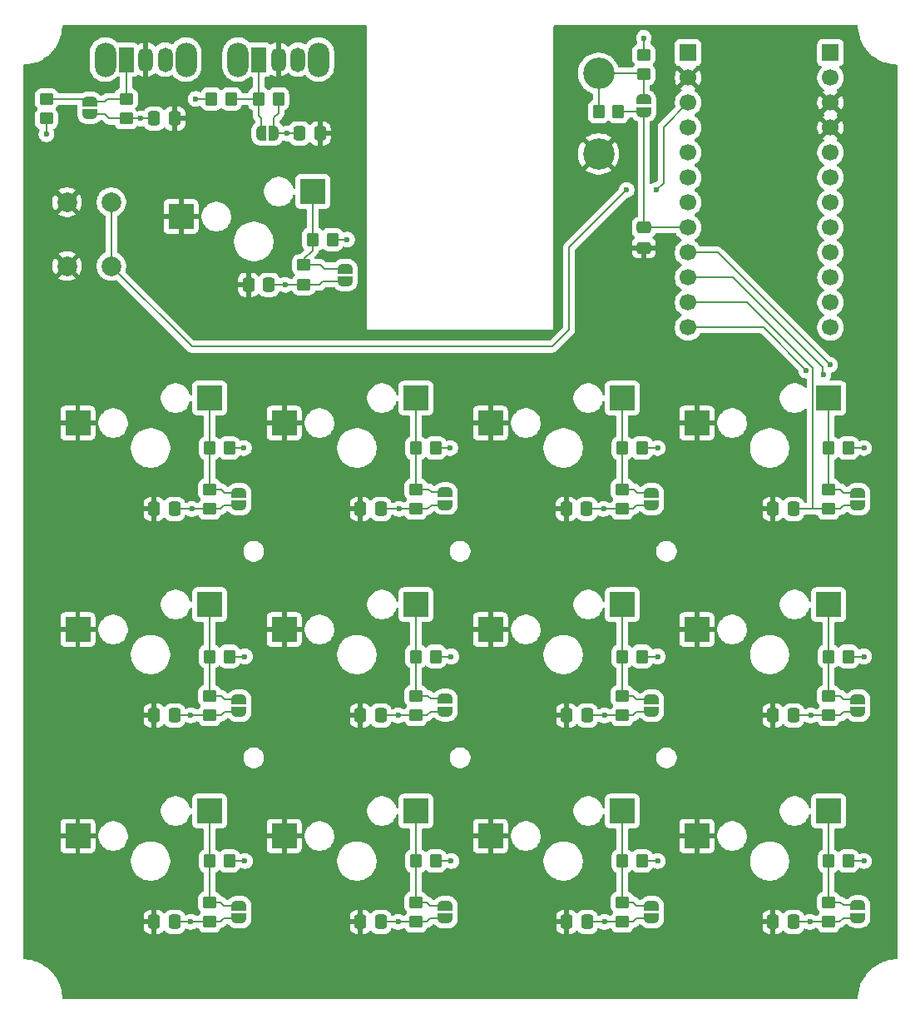
<source format=gbr>
%TF.GenerationSoftware,KiCad,Pcbnew,9.0.1*%
%TF.CreationDate,2025-05-05T15:00:30+02:00*%
%TF.ProjectId,macroboard,6d616372-6f62-46f6-9172-642e6b696361,rev?*%
%TF.SameCoordinates,Original*%
%TF.FileFunction,Copper,L2,Bot*%
%TF.FilePolarity,Positive*%
%FSLAX46Y46*%
G04 Gerber Fmt 4.6, Leading zero omitted, Abs format (unit mm)*
G04 Created by KiCad (PCBNEW 9.0.1) date 2025-05-05 15:00:30*
%MOMM*%
%LPD*%
G01*
G04 APERTURE LIST*
G04 Aperture macros list*
%AMRoundRect*
0 Rectangle with rounded corners*
0 $1 Rounding radius*
0 $2 $3 $4 $5 $6 $7 $8 $9 X,Y pos of 4 corners*
0 Add a 4 corners polygon primitive as box body*
4,1,4,$2,$3,$4,$5,$6,$7,$8,$9,$2,$3,0*
0 Add four circle primitives for the rounded corners*
1,1,$1+$1,$2,$3*
1,1,$1+$1,$4,$5*
1,1,$1+$1,$6,$7*
1,1,$1+$1,$8,$9*
0 Add four rect primitives between the rounded corners*
20,1,$1+$1,$2,$3,$4,$5,0*
20,1,$1+$1,$4,$5,$6,$7,0*
20,1,$1+$1,$6,$7,$8,$9,0*
20,1,$1+$1,$8,$9,$2,$3,0*%
%AMFreePoly0*
4,1,23,0.500000,-0.750000,0.000000,-0.750000,0.000000,-0.745722,-0.065263,-0.745722,-0.191342,-0.711940,-0.304381,-0.646677,-0.396677,-0.554381,-0.461940,-0.441342,-0.495722,-0.315263,-0.495722,-0.250000,-0.500000,-0.250000,-0.500000,0.250000,-0.495722,0.250000,-0.495722,0.315263,-0.461940,0.441342,-0.396677,0.554381,-0.304381,0.646677,-0.191342,0.711940,-0.065263,0.745722,0.000000,0.745722,
0.000000,0.750000,0.500000,0.750000,0.500000,-0.750000,0.500000,-0.750000,$1*%
%AMFreePoly1*
4,1,23,0.000000,0.745722,0.065263,0.745722,0.191342,0.711940,0.304381,0.646677,0.396677,0.554381,0.461940,0.441342,0.495722,0.315263,0.495722,0.250000,0.500000,0.250000,0.500000,-0.250000,0.495722,-0.250000,0.495722,-0.315263,0.461940,-0.441342,0.396677,-0.554381,0.304381,-0.646677,0.191342,-0.711940,0.065263,-0.745722,0.000000,-0.745722,0.000000,-0.750000,-0.500000,-0.750000,
-0.500000,0.750000,0.000000,0.750000,0.000000,0.745722,0.000000,0.745722,$1*%
G04 Aperture macros list end*
%TA.AperFunction,ComponentPad*%
%ADD10C,2.000000*%
%TD*%
%TA.AperFunction,SMDPad,CuDef*%
%ADD11R,2.550000X2.500000*%
%TD*%
%TA.AperFunction,ComponentPad*%
%ADD12C,3.200000*%
%TD*%
%TA.AperFunction,SMDPad,CuDef*%
%ADD13FreePoly0,270.000000*%
%TD*%
%TA.AperFunction,SMDPad,CuDef*%
%ADD14FreePoly1,270.000000*%
%TD*%
%TA.AperFunction,SMDPad,CuDef*%
%ADD15RoundRect,0.250000X0.337500X0.475000X-0.337500X0.475000X-0.337500X-0.475000X0.337500X-0.475000X0*%
%TD*%
%TA.AperFunction,SMDPad,CuDef*%
%ADD16RoundRect,0.250000X0.450000X-0.350000X0.450000X0.350000X-0.450000X0.350000X-0.450000X-0.350000X0*%
%TD*%
%TA.AperFunction,SMDPad,CuDef*%
%ADD17RoundRect,0.250000X0.350000X0.450000X-0.350000X0.450000X-0.350000X-0.450000X0.350000X-0.450000X0*%
%TD*%
%TA.AperFunction,SMDPad,CuDef*%
%ADD18RoundRect,0.250000X-0.350000X-0.450000X0.350000X-0.450000X0.350000X0.450000X-0.350000X0.450000X0*%
%TD*%
%TA.AperFunction,ComponentPad*%
%ADD19R,1.700000X1.700000*%
%TD*%
%TA.AperFunction,ComponentPad*%
%ADD20C,1.700000*%
%TD*%
%TA.AperFunction,SMDPad,CuDef*%
%ADD21RoundRect,0.250000X-0.337500X-0.475000X0.337500X-0.475000X0.337500X0.475000X-0.337500X0.475000X0*%
%TD*%
%TA.AperFunction,SMDPad,CuDef*%
%ADD22RoundRect,0.250000X-0.450000X0.350000X-0.450000X-0.350000X0.450000X-0.350000X0.450000X0.350000X0*%
%TD*%
%TA.AperFunction,SMDPad,CuDef*%
%ADD23RoundRect,0.250000X-0.475000X0.337500X-0.475000X-0.337500X0.475000X-0.337500X0.475000X0.337500X0*%
%TD*%
%TA.AperFunction,SMDPad,CuDef*%
%ADD24FreePoly0,0.000000*%
%TD*%
%TA.AperFunction,SMDPad,CuDef*%
%ADD25FreePoly1,0.000000*%
%TD*%
%TA.AperFunction,ComponentPad*%
%ADD26O,2.200000X3.500000*%
%TD*%
%TA.AperFunction,ComponentPad*%
%ADD27R,1.500000X2.500000*%
%TD*%
%TA.AperFunction,ComponentPad*%
%ADD28O,1.500000X2.500000*%
%TD*%
%TA.AperFunction,ViaPad*%
%ADD29C,0.600000*%
%TD*%
%TA.AperFunction,Conductor*%
%ADD30C,0.200000*%
%TD*%
G04 APERTURE END LIST*
D10*
%TO.P,RESET1,1,1*%
%TO.N,GND*%
X71500000Y-55000000D03*
X71500000Y-61500000D03*
%TO.P,RESET1,2,2*%
%TO.N,Net-(U1-~{RESET})*%
X76000000Y-55000000D03*
X76000000Y-61500000D03*
%TD*%
D11*
%TO.P,SW8,1*%
%TO.N,GND*%
X114590000Y-98460000D03*
%TO.P,SW8,2*%
%TO.N,/Switch8/Debounce1/IN*%
X128015000Y-95920000D03*
%TD*%
%TO.P,SW3,1*%
%TO.N,GND*%
X72590000Y-119460000D03*
%TO.P,SW3,2*%
%TO.N,/Switch3/Debounce1/IN*%
X86015000Y-116920000D03*
%TD*%
%TO.P,SW14,1*%
%TO.N,GND*%
X83090000Y-56460000D03*
%TO.P,SW14,2*%
%TO.N,/Switch13/Debounce1/IN*%
X96515000Y-53920000D03*
%TD*%
%TO.P,SW5,1*%
%TO.N,GND*%
X93590000Y-98460000D03*
%TO.P,SW5,2*%
%TO.N,/Switch5/Debounce1/IN*%
X107015000Y-95920000D03*
%TD*%
%TO.P,SW11,1*%
%TO.N,GND*%
X135590000Y-98460000D03*
%TO.P,SW11,2*%
%TO.N,/Switch11/Debounce1/IN*%
X149015000Y-95920000D03*
%TD*%
%TO.P,SW1,1*%
%TO.N,GND*%
X72590000Y-77460000D03*
%TO.P,SW1,2*%
%TO.N,/Switch1/Debounce1/IN*%
X86015000Y-74920000D03*
%TD*%
%TO.P,SW6,1*%
%TO.N,GND*%
X93590000Y-119460000D03*
%TO.P,SW6,2*%
%TO.N,/Switch6/Debounce1/IN*%
X107015000Y-116920000D03*
%TD*%
D12*
%TO.P,SW13,1,1*%
%TO.N,GND*%
X125600000Y-50100000D03*
%TO.P,SW13,2,2*%
%TO.N,/Debounce13/IN*%
X125600000Y-41900000D03*
%TD*%
D11*
%TO.P,SW12,1*%
%TO.N,GND*%
X135590000Y-119460000D03*
%TO.P,SW12,2*%
%TO.N,/Switch12/Debounce1/IN*%
X149015000Y-116920000D03*
%TD*%
%TO.P,SW7,1*%
%TO.N,GND*%
X114590000Y-77460000D03*
%TO.P,SW7,2*%
%TO.N,/Switch7/Debounce1/IN*%
X128015000Y-74920000D03*
%TD*%
%TO.P,SW10,1*%
%TO.N,GND*%
X135590000Y-77460000D03*
%TO.P,SW10,2*%
%TO.N,/Switch10/Debounce1/IN*%
X149015000Y-74920000D03*
%TD*%
%TO.P,SW9,1*%
%TO.N,GND*%
X114590000Y-119460000D03*
%TO.P,SW9,2*%
%TO.N,/Switch9/Debounce1/IN*%
X128015000Y-116920000D03*
%TD*%
%TO.P,SW4,1*%
%TO.N,GND*%
X93590000Y-77460000D03*
%TO.P,SW4,2*%
%TO.N,/Switch4/Debounce1/IN*%
X107015000Y-74920000D03*
%TD*%
%TO.P,SW2,1*%
%TO.N,GND*%
X72590000Y-98460000D03*
%TO.P,SW2,2*%
%TO.N,/Switch2/Debounce1/IN*%
X86015000Y-95920000D03*
%TD*%
D13*
%TO.P,JP11,1,A*%
%TO.N,/Switch10/Debounce1/IN*%
X152000000Y-84550000D03*
D14*
%TO.P,JP11,2,B*%
%TO.N,/KEY10*%
X152000000Y-85850000D03*
%TD*%
D15*
%TO.P,C9,1*%
%TO.N,/KEY8*%
X124437500Y-107200000D03*
%TO.P,C9,2*%
%TO.N,GND*%
X122362500Y-107200000D03*
%TD*%
D16*
%TO.P,R6,1*%
%TO.N,VCC*%
X69400000Y-46500000D03*
%TO.P,R6,2*%
%TO.N,/Debounce16/IN*%
X69400000Y-44500000D03*
%TD*%
D17*
%TO.P,R1,1*%
%TO.N,VCC*%
X98500000Y-58800000D03*
%TO.P,R1,2*%
%TO.N,/Switch13/Debounce1/IN*%
X96500000Y-58800000D03*
%TD*%
D18*
%TO.P,R5,1*%
%TO.N,/Debounce15/IN*%
X91000000Y-44500000D03*
%TO.P,R5,2*%
%TO.N,/SPECIAL_SWITCH_1*%
X93000000Y-44500000D03*
%TD*%
D13*
%TO.P,JP7,1,A*%
%TO.N,/Switch6/Debounce1/IN*%
X110000000Y-126550000D03*
D14*
%TO.P,JP7,2,B*%
%TO.N,/KEY6*%
X110000000Y-127850000D03*
%TD*%
D19*
%TO.P,U1,*%
%TO.N,*%
X134700000Y-39800000D03*
D20*
%TO.P,U1,1,PE6*%
%TO.N,/KEY6*%
X149200000Y-62660000D03*
%TO.P,U1,5,UGND*%
%TO.N,GND*%
X149200000Y-47420000D03*
%TO.P,U1,9,PB1*%
%TO.N,/KEY12*%
X134700000Y-60120000D03*
%TO.P,U1,10,PB2*%
%TO.N,/KEY10*%
X134700000Y-65200000D03*
%TO.P,U1,11,PB3*%
%TO.N,/KEY11*%
X134700000Y-62660000D03*
%TO.P,U1,13,~{RESET}*%
%TO.N,Net-(U1-~{RESET})*%
X134700000Y-44880000D03*
%TO.P,U1,14,VCC*%
%TO.N,VCC*%
X134700000Y-47420000D03*
%TO.P,U1,15,GND*%
%TO.N,GND*%
X149200000Y-44880000D03*
X134700000Y-42340000D03*
%TO.P,U1,18,PD0*%
%TO.N,/KEY2*%
X149200000Y-52500000D03*
%TO.P,U1,19,PD1*%
%TO.N,/KEY1*%
X149200000Y-49960000D03*
%TO.P,U1,20,PD2*%
%TO.N,unconnected-(U1-PD2-Pad20)*%
X149200000Y-42340000D03*
D19*
%TO.P,U1,21,PD3*%
%TO.N,unconnected-(U1-PD3-Pad21)*%
X149200000Y-39800000D03*
D20*
%TO.P,U1,25,PD4*%
%TO.N,/KEY3*%
X149200000Y-55040000D03*
%TO.P,U1,27,PD7*%
%TO.N,/KEY5*%
X149200000Y-60120000D03*
%TO.P,U1,28,PB4*%
%TO.N,/KEY7*%
X149200000Y-65200000D03*
%TO.P,U1,29,PB5*%
%TO.N,/KEY8*%
X149200000Y-67740000D03*
%TO.P,U1,30,PB6*%
%TO.N,/KEY9*%
X134700000Y-67740000D03*
%TO.P,U1,31,PC6*%
%TO.N,/KEY4*%
X149200000Y-57580000D03*
%TO.P,U1,36,PF7*%
%TO.N,/SPECIAL_KEY*%
X134700000Y-57580000D03*
%TO.P,U1,37,PF6*%
%TO.N,/MODE_SWITCH*%
X134700000Y-55040000D03*
%TO.P,U1,38,PF5*%
%TO.N,/SPECIAL_SWITCH_1*%
X134700000Y-52500000D03*
%TO.P,U1,39,PF4*%
%TO.N,/SPECIAL_SWITCH_2*%
X134700000Y-49960000D03*
%TD*%
D13*
%TO.P,JP6,1,A*%
%TO.N,/Switch5/Debounce1/IN*%
X110000000Y-105500000D03*
D14*
%TO.P,JP6,2,B*%
%TO.N,/KEY5*%
X110000000Y-106800000D03*
%TD*%
D21*
%TO.P,C16,1*%
%TO.N,/SPECIAL_SWITCH_2*%
X80362500Y-46500000D03*
%TO.P,C16,2*%
%TO.N,GND*%
X82437500Y-46500000D03*
%TD*%
D17*
%TO.P,R26,1*%
%TO.N,VCC*%
X109000000Y-122000000D03*
%TO.P,R26,2*%
%TO.N,/Switch6/Debounce1/IN*%
X107000000Y-122000000D03*
%TD*%
D22*
%TO.P,R31,1*%
%TO.N,/Switch8/Debounce1/IN*%
X128000000Y-105200000D03*
%TO.P,R31,2*%
%TO.N,/KEY8*%
X128000000Y-107200000D03*
%TD*%
%TO.P,RC1,1*%
%TO.N,/Switch13/Debounce1/IN*%
X95600000Y-61400000D03*
%TO.P,RC1,2*%
%TO.N,/MODE_SWITCH*%
X95600000Y-63400000D03*
%TD*%
%TO.P,R25,1*%
%TO.N,/Switch5/Debounce1/IN*%
X107000000Y-105200000D03*
%TO.P,R25,2*%
%TO.N,/KEY5*%
X107000000Y-107200000D03*
%TD*%
D17*
%TO.P,R32,1*%
%TO.N,VCC*%
X130000000Y-122000000D03*
%TO.P,R32,2*%
%TO.N,/Switch9/Debounce1/IN*%
X128000000Y-122000000D03*
%TD*%
D18*
%TO.P,R3,1*%
%TO.N,/Debounce13/IN*%
X125600000Y-45800000D03*
%TO.P,R3,2*%
%TO.N,/SPECIAL_KEY*%
X127600000Y-45800000D03*
%TD*%
D22*
%TO.P,R39,1*%
%TO.N,/Switch12/Debounce1/IN*%
X149000000Y-126200000D03*
%TO.P,R39,2*%
%TO.N,/KEY12*%
X149000000Y-128200000D03*
%TD*%
D13*
%TO.P,JP16,1,A*%
%TO.N,/Debounce16/IN*%
X73800000Y-44750000D03*
D14*
%TO.P,JP16,2,B*%
%TO.N,/SPECIAL_SWITCH_2*%
X73800000Y-46050000D03*
%TD*%
D22*
%TO.P,R33,1*%
%TO.N,/Switch9/Debounce1/IN*%
X128000000Y-126200000D03*
%TO.P,R33,2*%
%TO.N,/KEY9*%
X128000000Y-128200000D03*
%TD*%
D23*
%TO.P,C14,1*%
%TO.N,/SPECIAL_KEY*%
X130200000Y-57562500D03*
%TO.P,C14,2*%
%TO.N,GND*%
X130200000Y-59637500D03*
%TD*%
D22*
%TO.P,R35,1*%
%TO.N,/Switch10/Debounce1/IN*%
X149000000Y-84200000D03*
%TO.P,R35,2*%
%TO.N,/KEY10*%
X149000000Y-86200000D03*
%TD*%
D21*
%TO.P,C15,1*%
%TO.N,/SPECIAL_SWITCH_1*%
X95162500Y-48000000D03*
%TO.P,C15,2*%
%TO.N,GND*%
X97237500Y-48000000D03*
%TD*%
D13*
%TO.P,JP2,1,A*%
%TO.N,/Switch1/Debounce1/IN*%
X89000000Y-84550000D03*
D14*
%TO.P,JP2,2,B*%
%TO.N,/KEY1*%
X89000000Y-85850000D03*
%TD*%
D15*
%TO.P,C4,1*%
%TO.N,/KEY3*%
X82437500Y-128200000D03*
%TO.P,C4,2*%
%TO.N,GND*%
X80362500Y-128200000D03*
%TD*%
D22*
%TO.P,R7,1*%
%TO.N,/Debounce16/IN*%
X77500000Y-44500000D03*
%TO.P,R7,2*%
%TO.N,/SPECIAL_SWITCH_2*%
X77500000Y-46500000D03*
%TD*%
D15*
%TO.P,C12,1*%
%TO.N,/KEY11*%
X145437500Y-107200000D03*
%TO.P,C12,2*%
%TO.N,GND*%
X143362500Y-107200000D03*
%TD*%
D17*
%TO.P,R18,1*%
%TO.N,VCC*%
X88000000Y-101200000D03*
%TO.P,R18,2*%
%TO.N,/Switch2/Debounce1/IN*%
X86000000Y-101200000D03*
%TD*%
D13*
%TO.P,JP12,1,A*%
%TO.N,/Switch11/Debounce1/IN*%
X152000000Y-105550000D03*
D14*
%TO.P,JP12,2,B*%
%TO.N,/KEY11*%
X152000000Y-106850000D03*
%TD*%
D17*
%TO.P,R34,1*%
%TO.N,VCC*%
X151000000Y-80000000D03*
%TO.P,R34,2*%
%TO.N,/Switch10/Debounce1/IN*%
X149000000Y-80000000D03*
%TD*%
D22*
%TO.P,R27,1*%
%TO.N,/Switch6/Debounce1/IN*%
X107000000Y-126200000D03*
%TO.P,R27,2*%
%TO.N,/KEY6*%
X107000000Y-128200000D03*
%TD*%
D13*
%TO.P,JP5,1,A*%
%TO.N,/Switch4/Debounce1/IN*%
X110000000Y-84500000D03*
D14*
%TO.P,JP5,2,B*%
%TO.N,/KEY4*%
X110000000Y-85800000D03*
%TD*%
D15*
%TO.P,C10,1*%
%TO.N,/KEY9*%
X124437500Y-128200000D03*
%TO.P,C10,2*%
%TO.N,GND*%
X122362500Y-128200000D03*
%TD*%
D22*
%TO.P,R29,1*%
%TO.N,/Switch7/Debounce1/IN*%
X128000000Y-84200000D03*
%TO.P,R29,2*%
%TO.N,/KEY7*%
X128000000Y-86200000D03*
%TD*%
D13*
%TO.P,JP13,1,A*%
%TO.N,/Switch12/Debounce1/IN*%
X152000000Y-126500000D03*
D14*
%TO.P,JP13,2,B*%
%TO.N,/KEY12*%
X152000000Y-127800000D03*
%TD*%
D24*
%TO.P,JP15,1,A*%
%TO.N,/Debounce15/IN*%
X91250000Y-48000000D03*
D25*
%TO.P,JP15,2,B*%
%TO.N,/SPECIAL_SWITCH_1*%
X92550000Y-48000000D03*
%TD*%
D17*
%TO.P,R28,1*%
%TO.N,VCC*%
X130000000Y-80000000D03*
%TO.P,R28,2*%
%TO.N,/Switch7/Debounce1/IN*%
X128000000Y-80000000D03*
%TD*%
D18*
%TO.P,R4,1*%
%TO.N,VCC*%
X86200000Y-44500000D03*
%TO.P,R4,2*%
%TO.N,/Debounce15/IN*%
X88200000Y-44500000D03*
%TD*%
D17*
%TO.P,R30,1*%
%TO.N,VCC*%
X130000000Y-101200000D03*
%TO.P,R30,2*%
%TO.N,/Switch8/Debounce1/IN*%
X128000000Y-101200000D03*
%TD*%
D26*
%TO.P,SW16,*%
%TO.N,*%
X75400000Y-40500000D03*
X83600000Y-40500000D03*
D27*
%TO.P,SW16,1,A*%
%TO.N,/Debounce16/IN*%
X77500000Y-40500000D03*
D28*
%TO.P,SW16,2,B*%
%TO.N,GND*%
X79500000Y-40500000D03*
%TO.P,SW16,3,C*%
%TO.N,unconnected-(SW16-C-Pad3)*%
X81500000Y-40500000D03*
%TD*%
D26*
%TO.P,SW15,*%
%TO.N,*%
X88900000Y-40500000D03*
X97100000Y-40500000D03*
D27*
%TO.P,SW15,1,A*%
%TO.N,/Debounce15/IN*%
X91000000Y-40500000D03*
D28*
%TO.P,SW15,2,B*%
%TO.N,GND*%
X93000000Y-40500000D03*
%TO.P,SW15,3,C*%
%TO.N,unconnected-(SW15-C-Pad3)*%
X95000000Y-40500000D03*
%TD*%
D22*
%TO.P,R37,1*%
%TO.N,/Switch11/Debounce1/IN*%
X149000000Y-105200000D03*
%TO.P,R37,2*%
%TO.N,/KEY11*%
X149000000Y-107200000D03*
%TD*%
D17*
%TO.P,R38,1*%
%TO.N,VCC*%
X151000000Y-122000000D03*
%TO.P,R38,2*%
%TO.N,/Switch12/Debounce1/IN*%
X149000000Y-122000000D03*
%TD*%
D15*
%TO.P,C8,1*%
%TO.N,/KEY7*%
X124400000Y-86200000D03*
%TO.P,C8,2*%
%TO.N,GND*%
X122325000Y-86200000D03*
%TD*%
D13*
%TO.P,JP4,1,A*%
%TO.N,/Switch3/Debounce1/IN*%
X89000000Y-126550000D03*
D14*
%TO.P,JP4,2,B*%
%TO.N,/KEY3*%
X89000000Y-127850000D03*
%TD*%
D22*
%TO.P,R19,1*%
%TO.N,/Switch2/Debounce1/IN*%
X86000000Y-105200000D03*
%TO.P,R19,2*%
%TO.N,/KEY2*%
X86000000Y-107200000D03*
%TD*%
D17*
%TO.P,R17,1*%
%TO.N,VCC*%
X88000000Y-80000000D03*
%TO.P,R17,2*%
%TO.N,/Switch1/Debounce1/IN*%
X86000000Y-80000000D03*
%TD*%
D13*
%TO.P,JP1,1,A*%
%TO.N,/Debounce13/IN*%
X130200000Y-44550000D03*
D14*
%TO.P,JP1,2,B*%
%TO.N,/SPECIAL_KEY*%
X130200000Y-45850000D03*
%TD*%
D17*
%TO.P,R22,1*%
%TO.N,VCC*%
X109000000Y-80000000D03*
%TO.P,R22,2*%
%TO.N,/Switch4/Debounce1/IN*%
X107000000Y-80000000D03*
%TD*%
D15*
%TO.P,C13,1*%
%TO.N,/KEY12*%
X145437500Y-128200000D03*
%TO.P,C13,2*%
%TO.N,GND*%
X143362500Y-128200000D03*
%TD*%
D22*
%TO.P,R2,1*%
%TO.N,VCC*%
X130200000Y-40000000D03*
%TO.P,R2,2*%
%TO.N,/Debounce13/IN*%
X130200000Y-42000000D03*
%TD*%
D13*
%TO.P,JP10,1,A*%
%TO.N,/Switch9/Debounce1/IN*%
X131000000Y-126550000D03*
D14*
%TO.P,JP10,2,B*%
%TO.N,/KEY9*%
X131000000Y-127850000D03*
%TD*%
D17*
%TO.P,R24,1*%
%TO.N,VCC*%
X109000000Y-101200000D03*
%TO.P,R24,2*%
%TO.N,/Switch5/Debounce1/IN*%
X107000000Y-101200000D03*
%TD*%
D13*
%TO.P,JP3,1,A*%
%TO.N,/Switch2/Debounce1/IN*%
X89000000Y-105550000D03*
D14*
%TO.P,JP3,2,B*%
%TO.N,/KEY2*%
X89000000Y-106850000D03*
%TD*%
D15*
%TO.P,C7,1*%
%TO.N,/KEY6*%
X103437500Y-128200000D03*
%TO.P,C7,2*%
%TO.N,GND*%
X101362500Y-128200000D03*
%TD*%
D22*
%TO.P,R21,1*%
%TO.N,/Switch3/Debounce1/IN*%
X86000000Y-126200000D03*
%TO.P,R21,2*%
%TO.N,/KEY3*%
X86000000Y-128200000D03*
%TD*%
%TO.P,R23,1*%
%TO.N,/Switch4/Debounce1/IN*%
X107000000Y-84200000D03*
%TO.P,R23,2*%
%TO.N,/KEY4*%
X107000000Y-86200000D03*
%TD*%
D13*
%TO.P,JP14,1,A*%
%TO.N,/Switch13/Debounce1/IN*%
X99800000Y-61750000D03*
D14*
%TO.P,JP14,2,B*%
%TO.N,/MODE_SWITCH*%
X99800000Y-63050000D03*
%TD*%
D22*
%TO.P,R16,1*%
%TO.N,/Switch1/Debounce1/IN*%
X86000000Y-84200000D03*
%TO.P,R16,2*%
%TO.N,/KEY1*%
X86000000Y-86200000D03*
%TD*%
D13*
%TO.P,JP9,1,A*%
%TO.N,/Switch8/Debounce1/IN*%
X131000000Y-105550000D03*
D14*
%TO.P,JP9,2,B*%
%TO.N,/KEY8*%
X131000000Y-106850000D03*
%TD*%
D15*
%TO.P,C1,1*%
%TO.N,/MODE_SWITCH*%
X92037500Y-63400000D03*
%TO.P,C1,2*%
%TO.N,GND*%
X89962500Y-63400000D03*
%TD*%
%TO.P,C5,1*%
%TO.N,/KEY4*%
X103437500Y-86200000D03*
%TO.P,C5,2*%
%TO.N,GND*%
X101362500Y-86200000D03*
%TD*%
%TO.P,C6,1*%
%TO.N,/KEY5*%
X103437500Y-107200000D03*
%TO.P,C6,2*%
%TO.N,GND*%
X101362500Y-107200000D03*
%TD*%
%TO.P,C2,1*%
%TO.N,/KEY1*%
X82437500Y-86200000D03*
%TO.P,C2,2*%
%TO.N,GND*%
X80362500Y-86200000D03*
%TD*%
D13*
%TO.P,JP8,1,A*%
%TO.N,/Switch7/Debounce1/IN*%
X131000000Y-84550000D03*
D14*
%TO.P,JP8,2,B*%
%TO.N,/KEY7*%
X131000000Y-85850000D03*
%TD*%
D17*
%TO.P,R20,1*%
%TO.N,VCC*%
X88000000Y-122000000D03*
%TO.P,R20,2*%
%TO.N,/Switch3/Debounce1/IN*%
X86000000Y-122000000D03*
%TD*%
D15*
%TO.P,C11,1*%
%TO.N,/KEY10*%
X145437500Y-86200000D03*
%TO.P,C11,2*%
%TO.N,GND*%
X143362500Y-86200000D03*
%TD*%
D17*
%TO.P,R36,1*%
%TO.N,VCC*%
X151000000Y-101200000D03*
%TO.P,R36,2*%
%TO.N,/Switch11/Debounce1/IN*%
X149000000Y-101200000D03*
%TD*%
D15*
%TO.P,C3,1*%
%TO.N,/KEY2*%
X82437500Y-107200000D03*
%TO.P,C3,2*%
%TO.N,GND*%
X80362500Y-107200000D03*
%TD*%
D29*
%TO.N,Net-(U1-~{RESET})*%
X131500000Y-53750000D03*
X128450000Y-53750000D03*
%TO.N,VCC*%
X69400000Y-48100000D03*
X131600000Y-101200000D03*
X89500000Y-80000000D03*
X130200000Y-38300000D03*
X131600000Y-80000000D03*
X110600000Y-122000000D03*
X110500000Y-80000000D03*
X152600000Y-122000000D03*
X131600000Y-122000000D03*
X152600000Y-80000000D03*
X152600000Y-101200000D03*
X89600000Y-122000000D03*
X110600000Y-101200000D03*
X84600000Y-44500000D03*
X100000000Y-58800000D03*
X89600000Y-101200000D03*
%TO.N,/KEY1*%
X84200000Y-86200000D03*
%TO.N,/KEY2*%
X84100000Y-107200000D03*
%TO.N,/KEY3*%
X84100000Y-128200000D03*
%TO.N,/KEY4*%
X105300000Y-86200000D03*
%TO.N,/KEY5*%
X105200000Y-107200000D03*
%TO.N,/KEY6*%
X105200000Y-128200000D03*
%TO.N,/KEY7*%
X126100000Y-86200000D03*
%TO.N,/KEY8*%
X126200000Y-107200000D03*
%TO.N,/KEY9*%
X146750000Y-72130000D03*
X126200000Y-128200000D03*
%TO.N,/KEY11*%
X147200000Y-107200000D03*
X148450000Y-72550000D03*
%TO.N,/KEY12*%
X149137998Y-71555073D03*
X147100000Y-128200000D03*
%TO.N,/MODE_SWITCH*%
X93700000Y-63400000D03*
%TO.N,/SPECIAL_SWITCH_1*%
X93900000Y-48000000D03*
%TO.N,/SPECIAL_SWITCH_2*%
X79000000Y-46500000D03*
%TD*%
D30*
%TO.N,Net-(U1-~{RESET})*%
X131500000Y-53750000D02*
X132200000Y-53050000D01*
X132200000Y-53050000D02*
X132200000Y-47380000D01*
X132200000Y-47380000D02*
X134700000Y-44880000D01*
X122600000Y-59600000D02*
X128450000Y-53750000D01*
X122600000Y-67950000D02*
X122600000Y-59600000D01*
X84200000Y-69700000D02*
X117750000Y-69700000D01*
X76000000Y-61500000D02*
X84200000Y-69700000D01*
X117750000Y-69700000D02*
X120850000Y-69700000D01*
X120850000Y-69700000D02*
X122600000Y-67950000D01*
X76000000Y-55000000D02*
X76000000Y-61500000D01*
%TO.N,VCC*%
X69400000Y-46500000D02*
X69400000Y-48100000D01*
X98500000Y-58800000D02*
X99900000Y-58800000D01*
X86200000Y-44500000D02*
X84600000Y-44500000D01*
X131600000Y-80000000D02*
X130000000Y-80000000D01*
X131600000Y-101200000D02*
X130000000Y-101200000D01*
X89600000Y-122000000D02*
X88000000Y-122000000D01*
X131600000Y-122000000D02*
X130000000Y-122000000D01*
X99900000Y-58800000D02*
X100000000Y-58800000D01*
X89600000Y-101200000D02*
X88000000Y-101200000D01*
X110500000Y-80000000D02*
X109000000Y-80000000D01*
X130200000Y-38300000D02*
X130200000Y-40000000D01*
X152600000Y-101200000D02*
X151000000Y-101200000D01*
X152600000Y-80000000D02*
X151000000Y-80000000D01*
X89500000Y-80000000D02*
X88000000Y-80000000D01*
X152600000Y-122000000D02*
X151000000Y-122000000D01*
X110600000Y-122000000D02*
X109000000Y-122000000D01*
X110600000Y-101200000D02*
X109000000Y-101200000D01*
%TO.N,/KEY1*%
X82437500Y-86200000D02*
X84200000Y-86200000D01*
X87100000Y-86200000D02*
X87450000Y-85850000D01*
X84200000Y-86200000D02*
X86000000Y-86200000D01*
X86000000Y-86200000D02*
X87100000Y-86200000D01*
X87450000Y-85850000D02*
X89000000Y-85850000D01*
%TO.N,/KEY2*%
X82437500Y-107200000D02*
X84100000Y-107200000D01*
X84100000Y-107200000D02*
X86000000Y-107200000D01*
X87200000Y-107200000D02*
X87550000Y-106850000D01*
X86000000Y-107200000D02*
X87200000Y-107200000D01*
X87550000Y-106850000D02*
X89000000Y-106850000D01*
%TO.N,/KEY3*%
X86000000Y-128200000D02*
X87100000Y-128200000D01*
X87450000Y-127850000D02*
X89000000Y-127850000D01*
X87100000Y-128200000D02*
X87450000Y-127850000D01*
X84100000Y-128200000D02*
X86000000Y-128200000D01*
X82437500Y-128200000D02*
X84100000Y-128200000D01*
%TO.N,/KEY4*%
X108200000Y-86200000D02*
X108600000Y-85800000D01*
X107000000Y-86200000D02*
X108200000Y-86200000D01*
X105300000Y-86200000D02*
X107000000Y-86200000D01*
X108600000Y-85800000D02*
X110000000Y-85800000D01*
X103437500Y-86200000D02*
X105300000Y-86200000D01*
%TO.N,/KEY5*%
X108100000Y-107200000D02*
X108500000Y-106800000D01*
X103437500Y-107200000D02*
X105200000Y-107200000D01*
X107000000Y-107200000D02*
X108100000Y-107200000D01*
X105200000Y-107200000D02*
X107000000Y-107200000D01*
X108500000Y-106800000D02*
X110000000Y-106800000D01*
%TO.N,/KEY6*%
X105200000Y-128200000D02*
X107000000Y-128200000D01*
X103437500Y-128200000D02*
X105200000Y-128200000D01*
X108100000Y-128200000D02*
X108450000Y-127850000D01*
X107000000Y-128200000D02*
X108100000Y-128200000D01*
X108450000Y-127850000D02*
X110000000Y-127850000D01*
%TO.N,/KEY7*%
X128000000Y-86200000D02*
X129100000Y-86200000D01*
X129450000Y-85850000D02*
X131000000Y-85850000D01*
X129100000Y-86200000D02*
X129450000Y-85850000D01*
X124400000Y-86200000D02*
X126100000Y-86200000D01*
X126100000Y-86200000D02*
X128000000Y-86200000D01*
%TO.N,/KEY8*%
X128000000Y-107200000D02*
X129100000Y-107200000D01*
X128000000Y-107200000D02*
X126200000Y-107200000D01*
X126200000Y-107200000D02*
X124437500Y-107200000D01*
X129450000Y-106850000D02*
X131000000Y-106850000D01*
X129100000Y-107200000D02*
X129450000Y-106850000D01*
%TO.N,/KEY9*%
X126200000Y-128200000D02*
X128000000Y-128200000D01*
X129100000Y-128200000D02*
X129450000Y-127850000D01*
X142360000Y-67740000D02*
X146750000Y-72130000D01*
X124437500Y-128200000D02*
X126200000Y-128200000D01*
X128000000Y-128200000D02*
X129100000Y-128200000D01*
X141170000Y-67740000D02*
X142360000Y-67740000D01*
X134700000Y-67740000D02*
X141170000Y-67740000D01*
X129450000Y-127850000D02*
X131000000Y-127850000D01*
%TO.N,/KEY10*%
X150550000Y-85850000D02*
X152000000Y-85850000D01*
X150200000Y-86200000D02*
X150550000Y-85850000D01*
X149000000Y-86200000D02*
X150200000Y-86200000D01*
X140710000Y-65200000D02*
X147395000Y-71885000D01*
X145437500Y-86200000D02*
X147200000Y-86200000D01*
X147200000Y-86200000D02*
X147390000Y-86200000D01*
X147395000Y-86195000D02*
X147390000Y-86200000D01*
X147395000Y-71885000D02*
X147395000Y-86195000D01*
X134700000Y-65200000D02*
X140710000Y-65200000D01*
X147390000Y-86200000D02*
X149000000Y-86200000D01*
%TO.N,/KEY11*%
X150550000Y-106850000D02*
X152000000Y-106850000D01*
X148450000Y-72550000D02*
X148400000Y-72500000D01*
X149000000Y-107200000D02*
X150200000Y-107200000D01*
X148400000Y-72500000D02*
X148400000Y-71790000D01*
X139270000Y-62660000D02*
X134700000Y-62660000D01*
X145437500Y-107200000D02*
X147200000Y-107200000D01*
X147200000Y-107200000D02*
X149000000Y-107200000D01*
X150200000Y-107200000D02*
X150550000Y-106850000D01*
X148400000Y-71790000D02*
X139270000Y-62660000D01*
%TO.N,/KEY12*%
X149000000Y-128200000D02*
X150100000Y-128200000D01*
X149135073Y-71555073D02*
X137700000Y-60120000D01*
X150100000Y-128200000D02*
X150500000Y-127800000D01*
X150500000Y-127800000D02*
X152000000Y-127800000D01*
X147100000Y-128200000D02*
X149000000Y-128200000D01*
X149137998Y-71555073D02*
X149135073Y-71555073D01*
X137700000Y-60120000D02*
X134700000Y-60120000D01*
X145437500Y-128200000D02*
X147100000Y-128200000D01*
%TO.N,/SPECIAL_KEY*%
X130150000Y-45800000D02*
X130200000Y-45850000D01*
X130200000Y-57562500D02*
X134682500Y-57562500D01*
X130200000Y-45850000D02*
X130200000Y-57562500D01*
X134682500Y-57562500D02*
X134700000Y-57580000D01*
X127600000Y-45800000D02*
X130150000Y-45800000D01*
%TO.N,/MODE_SWITCH*%
X93700000Y-63400000D02*
X95600000Y-63400000D01*
X92037500Y-63400000D02*
X93700000Y-63400000D01*
X97550000Y-63050000D02*
X99800000Y-63050000D01*
X97200000Y-63400000D02*
X97550000Y-63050000D01*
X95600000Y-63400000D02*
X97200000Y-63400000D01*
%TO.N,/SPECIAL_SWITCH_1*%
X93900000Y-48000000D02*
X94962500Y-48000000D01*
X93000000Y-44500000D02*
X93000000Y-45950000D01*
X92550000Y-46400000D02*
X92550000Y-48000000D01*
X92550000Y-48000000D02*
X93900000Y-48000000D01*
X93000000Y-45950000D02*
X92550000Y-46400000D01*
%TO.N,/SPECIAL_SWITCH_2*%
X73800000Y-45950000D02*
X73950000Y-46100000D01*
X75800000Y-46500000D02*
X77500000Y-46500000D01*
X73800000Y-46050000D02*
X75350000Y-46050000D01*
X77500000Y-46500000D02*
X79000000Y-46500000D01*
X75350000Y-46050000D02*
X75800000Y-46500000D01*
X79000000Y-46500000D02*
X80362500Y-46500000D01*
%TO.N,/Switch1/Debounce1/IN*%
X86015000Y-79985000D02*
X86000000Y-80000000D01*
X87550000Y-84550000D02*
X89000000Y-84550000D01*
X86000000Y-80000000D02*
X86000000Y-84200000D01*
X86000000Y-84200000D02*
X87200000Y-84200000D01*
X86015000Y-74920000D02*
X86015000Y-79985000D01*
X87200000Y-84200000D02*
X87550000Y-84550000D01*
%TO.N,/Switch2/Debounce1/IN*%
X86000000Y-101200000D02*
X86000000Y-105200000D01*
X87550000Y-105550000D02*
X89000000Y-105550000D01*
X87200000Y-105200000D02*
X87550000Y-105550000D01*
X86000000Y-105200000D02*
X87200000Y-105200000D01*
X86015000Y-101185000D02*
X86000000Y-101200000D01*
X86015000Y-95920000D02*
X86015000Y-101185000D01*
%TO.N,/Switch3/Debounce1/IN*%
X87100000Y-126200000D02*
X87450000Y-126550000D01*
X87450000Y-126550000D02*
X89000000Y-126550000D01*
X86015000Y-116920000D02*
X86015000Y-121985000D01*
X86000000Y-126200000D02*
X87100000Y-126200000D01*
X86015000Y-121985000D02*
X86000000Y-122000000D01*
X86000000Y-126200000D02*
X86000000Y-122000000D01*
%TO.N,/Switch4/Debounce1/IN*%
X107000000Y-84200000D02*
X108300000Y-84200000D01*
X107000000Y-80000000D02*
X107000000Y-84200000D01*
X107015000Y-74920000D02*
X107015000Y-79985000D01*
X107015000Y-79985000D02*
X107000000Y-80000000D01*
X108300000Y-84200000D02*
X108600000Y-84500000D01*
X108600000Y-84500000D02*
X110000000Y-84500000D01*
%TO.N,/Switch5/Debounce1/IN*%
X108500000Y-105500000D02*
X110000000Y-105500000D01*
X107015000Y-95920000D02*
X107015000Y-101185000D01*
X107000000Y-105200000D02*
X108200000Y-105200000D01*
X108200000Y-105200000D02*
X108500000Y-105500000D01*
X107000000Y-101200000D02*
X107000000Y-105200000D01*
X107015000Y-101185000D02*
X107000000Y-101200000D01*
%TO.N,/Switch6/Debounce1/IN*%
X107000000Y-126200000D02*
X107000000Y-122000000D01*
X107015000Y-116920000D02*
X107015000Y-121985000D01*
X108450000Y-126550000D02*
X110000000Y-126550000D01*
X107015000Y-121985000D02*
X107000000Y-122000000D01*
X108100000Y-126200000D02*
X108450000Y-126550000D01*
X107000000Y-126200000D02*
X108100000Y-126200000D01*
%TO.N,/Switch7/Debounce1/IN*%
X128015000Y-74920000D02*
X128015000Y-79985000D01*
X128015000Y-79985000D02*
X128000000Y-80000000D01*
X128000000Y-84200000D02*
X128000000Y-80000000D01*
X129200000Y-84200000D02*
X129550000Y-84550000D01*
X129550000Y-84550000D02*
X131000000Y-84550000D01*
X128000000Y-84200000D02*
X129200000Y-84200000D01*
%TO.N,/Switch8/Debounce1/IN*%
X128015000Y-95920000D02*
X128015000Y-101185000D01*
X129450000Y-105550000D02*
X131000000Y-105550000D01*
X128000000Y-105200000D02*
X129100000Y-105200000D01*
X129100000Y-105200000D02*
X129450000Y-105550000D01*
X128000000Y-101200000D02*
X128000000Y-105200000D01*
X128015000Y-101185000D02*
X128000000Y-101200000D01*
%TO.N,/Switch9/Debounce1/IN*%
X129100000Y-126200000D02*
X129450000Y-126550000D01*
X129450000Y-126550000D02*
X131000000Y-126550000D01*
X128015000Y-121985000D02*
X128000000Y-122000000D01*
X128015000Y-116920000D02*
X128015000Y-121985000D01*
X128000000Y-126200000D02*
X128000000Y-122000000D01*
X128000000Y-126200000D02*
X129100000Y-126200000D01*
%TO.N,/Switch10/Debounce1/IN*%
X150200000Y-84200000D02*
X150550000Y-84550000D01*
X150550000Y-84550000D02*
X152000000Y-84550000D01*
X149015000Y-79985000D02*
X149000000Y-80000000D01*
X149000000Y-84200000D02*
X150200000Y-84200000D01*
X149000000Y-84200000D02*
X149000000Y-80000000D01*
X149015000Y-74920000D02*
X149015000Y-79985000D01*
%TO.N,/Switch11/Debounce1/IN*%
X149000000Y-101200000D02*
X149000000Y-105200000D01*
X149015000Y-95920000D02*
X149015000Y-101185000D01*
X150550000Y-105550000D02*
X152000000Y-105550000D01*
X149015000Y-101185000D02*
X149000000Y-101200000D01*
X150200000Y-105200000D02*
X150550000Y-105550000D01*
X149000000Y-105200000D02*
X150200000Y-105200000D01*
%TO.N,/Switch12/Debounce1/IN*%
X150500000Y-126500000D02*
X152000000Y-126500000D01*
X149015000Y-116920000D02*
X149015000Y-121985000D01*
X149000000Y-126200000D02*
X150200000Y-126200000D01*
X149000000Y-122000000D02*
X149000000Y-126200000D01*
X149015000Y-121985000D02*
X149000000Y-122000000D01*
X150200000Y-126200000D02*
X150500000Y-126500000D01*
%TO.N,/Switch13/Debounce1/IN*%
X97650000Y-61750000D02*
X97300000Y-61400000D01*
X99800000Y-61750000D02*
X97650000Y-61750000D01*
X95600000Y-60800000D02*
X96500000Y-59900000D01*
X95600000Y-61400000D02*
X95600000Y-60800000D01*
X96500000Y-59900000D02*
X96500000Y-58800000D01*
X96515000Y-58785000D02*
X96500000Y-58800000D01*
X97300000Y-61400000D02*
X95600000Y-61400000D01*
X96515000Y-53920000D02*
X96515000Y-58785000D01*
%TO.N,/Debounce13/IN*%
X125600000Y-41900000D02*
X130100000Y-41900000D01*
X130100000Y-41900000D02*
X130200000Y-42000000D01*
X130200000Y-42000000D02*
X130200000Y-44550000D01*
X125600000Y-41900000D02*
X125600000Y-45800000D01*
%TO.N,/Debounce15/IN*%
X91000000Y-46200000D02*
X91250000Y-46450000D01*
X91250000Y-46450000D02*
X91250000Y-48000000D01*
X91000000Y-44500000D02*
X91000000Y-40500000D01*
X88200000Y-44500000D02*
X91000000Y-44500000D01*
X91000000Y-44500000D02*
X91000000Y-46200000D01*
%TO.N,/Debounce16/IN*%
X75600000Y-44500000D02*
X77500000Y-44500000D01*
X73650000Y-44500000D02*
X73980973Y-44830973D01*
X73800000Y-44750000D02*
X75350000Y-44750000D01*
X69400000Y-44500000D02*
X73650000Y-44500000D01*
X77500000Y-40500000D02*
X77500000Y-44500000D01*
X75350000Y-44750000D02*
X75600000Y-44500000D01*
%TD*%
%TA.AperFunction,Conductor*%
%TO.N,GND*%
G36*
X101942539Y-37020185D02*
G01*
X101988294Y-37072989D01*
X101999500Y-37124500D01*
X101999500Y-67999793D01*
X101999500Y-68000207D01*
X101999793Y-68000500D01*
X121000207Y-68000500D01*
X121000500Y-68000207D01*
X121000500Y-49962358D01*
X123500000Y-49962358D01*
X123500000Y-50237641D01*
X123535930Y-50510565D01*
X123607180Y-50776471D01*
X123712520Y-51030787D01*
X123712527Y-51030802D01*
X123850163Y-51269196D01*
X123948758Y-51397686D01*
X124922420Y-50424023D01*
X124935359Y-50455258D01*
X125017437Y-50578097D01*
X125121903Y-50682563D01*
X125244742Y-50764641D01*
X125275975Y-50777578D01*
X124302312Y-51751240D01*
X124430804Y-51849836D01*
X124669197Y-51987472D01*
X124669212Y-51987479D01*
X124923528Y-52092819D01*
X125189434Y-52164069D01*
X125462358Y-52200000D01*
X125737642Y-52200000D01*
X126010565Y-52164069D01*
X126276471Y-52092819D01*
X126530787Y-51987479D01*
X126530802Y-51987472D01*
X126769194Y-51849836D01*
X126769211Y-51849825D01*
X126897686Y-51751241D01*
X126897686Y-51751239D01*
X125924024Y-50777578D01*
X125955258Y-50764641D01*
X126078097Y-50682563D01*
X126182563Y-50578097D01*
X126264641Y-50455258D01*
X126277578Y-50424024D01*
X127251239Y-51397686D01*
X127251241Y-51397686D01*
X127349825Y-51269211D01*
X127349836Y-51269194D01*
X127487472Y-51030802D01*
X127487479Y-51030787D01*
X127592819Y-50776471D01*
X127664069Y-50510565D01*
X127700000Y-50237641D01*
X127700000Y-49962358D01*
X127664069Y-49689434D01*
X127592819Y-49423528D01*
X127487479Y-49169212D01*
X127487472Y-49169197D01*
X127349836Y-48930804D01*
X127251240Y-48802312D01*
X126277578Y-49775974D01*
X126264641Y-49744742D01*
X126182563Y-49621903D01*
X126078097Y-49517437D01*
X125955258Y-49435359D01*
X125924024Y-49422421D01*
X126897686Y-48448758D01*
X126769196Y-48350163D01*
X126530802Y-48212527D01*
X126530787Y-48212520D01*
X126276471Y-48107180D01*
X126010565Y-48035930D01*
X125737642Y-48000000D01*
X125462358Y-48000000D01*
X125189434Y-48035930D01*
X124923528Y-48107180D01*
X124669212Y-48212520D01*
X124669197Y-48212527D01*
X124430799Y-48350166D01*
X124302312Y-48448757D01*
X124302312Y-48448758D01*
X125275975Y-49422421D01*
X125244742Y-49435359D01*
X125121903Y-49517437D01*
X125017437Y-49621903D01*
X124935359Y-49744742D01*
X124922421Y-49775975D01*
X123948758Y-48802312D01*
X123948757Y-48802312D01*
X123850166Y-48930799D01*
X123712527Y-49169197D01*
X123712520Y-49169212D01*
X123607180Y-49423528D01*
X123535930Y-49689434D01*
X123500000Y-49962358D01*
X121000500Y-49962358D01*
X121000500Y-41762332D01*
X123499500Y-41762332D01*
X123499500Y-42037667D01*
X123499501Y-42037684D01*
X123535438Y-42310655D01*
X123535439Y-42310660D01*
X123535440Y-42310666D01*
X123551552Y-42370798D01*
X123606704Y-42576630D01*
X123712075Y-42831017D01*
X123712080Y-42831028D01*
X123727892Y-42858414D01*
X123849751Y-43069479D01*
X123849753Y-43069482D01*
X123849754Y-43069483D01*
X124017370Y-43287926D01*
X124017376Y-43287933D01*
X124212066Y-43482623D01*
X124212073Y-43482629D01*
X124285319Y-43538832D01*
X124430521Y-43650249D01*
X124560645Y-43725376D01*
X124668971Y-43787919D01*
X124668976Y-43787921D01*
X124668979Y-43787923D01*
X124904682Y-43885555D01*
X124922953Y-43893123D01*
X124977356Y-43936964D01*
X124999421Y-44003258D01*
X124999500Y-44007684D01*
X124999500Y-44554091D01*
X124979815Y-44621130D01*
X124935731Y-44659641D01*
X124936813Y-44661395D01*
X124930667Y-44665185D01*
X124930666Y-44665186D01*
X124832419Y-44725784D01*
X124781342Y-44757289D01*
X124657289Y-44881342D01*
X124565187Y-45030663D01*
X124565185Y-45030668D01*
X124553261Y-45066654D01*
X124510001Y-45197203D01*
X124510001Y-45197204D01*
X124510000Y-45197204D01*
X124499500Y-45299983D01*
X124499500Y-46300001D01*
X124499501Y-46300019D01*
X124510000Y-46402796D01*
X124510001Y-46402799D01*
X124555536Y-46540213D01*
X124565186Y-46569334D01*
X124657288Y-46718656D01*
X124781344Y-46842712D01*
X124930666Y-46934814D01*
X125097203Y-46989999D01*
X125199991Y-47000500D01*
X126000008Y-47000499D01*
X126000016Y-47000498D01*
X126000019Y-47000498D01*
X126078715Y-46992459D01*
X126102797Y-46989999D01*
X126269334Y-46934814D01*
X126418656Y-46842712D01*
X126512319Y-46749049D01*
X126573642Y-46715564D01*
X126643334Y-46720548D01*
X126687681Y-46749049D01*
X126781344Y-46842712D01*
X126930666Y-46934814D01*
X127097203Y-46989999D01*
X127199991Y-47000500D01*
X128000008Y-47000499D01*
X128000016Y-47000498D01*
X128000019Y-47000498D01*
X128078715Y-46992459D01*
X128102797Y-46989999D01*
X128269334Y-46934814D01*
X128418656Y-46842712D01*
X128542712Y-46718656D01*
X128634814Y-46569334D01*
X128662595Y-46485495D01*
X128702368Y-46428051D01*
X128766884Y-46401228D01*
X128780301Y-46400500D01*
X129043873Y-46400500D01*
X129110912Y-46420185D01*
X129142244Y-46449008D01*
X129192459Y-46514449D01*
X129285551Y-46607541D01*
X129288439Y-46609757D01*
X129390232Y-46687867D01*
X129390236Y-46687869D01*
X129390243Y-46687875D01*
X129390250Y-46687879D01*
X129504249Y-46753697D01*
X129504257Y-46753701D01*
X129522951Y-46761444D01*
X129577355Y-46805284D01*
X129599421Y-46871578D01*
X129599500Y-46876006D01*
X129599500Y-56386414D01*
X129579815Y-56453453D01*
X129527011Y-56499208D01*
X129514505Y-56504120D01*
X129405666Y-56540186D01*
X129405663Y-56540187D01*
X129256342Y-56632289D01*
X129132289Y-56756342D01*
X129040187Y-56905663D01*
X129040186Y-56905666D01*
X128985001Y-57072203D01*
X128985001Y-57072204D01*
X128985000Y-57072204D01*
X128974500Y-57174983D01*
X128974500Y-57950001D01*
X128974501Y-57950019D01*
X128985000Y-58052796D01*
X128985001Y-58052799D01*
X129040185Y-58219331D01*
X129040187Y-58219336D01*
X129047200Y-58230706D01*
X129132288Y-58368656D01*
X129256344Y-58492712D01*
X129259628Y-58494737D01*
X129259653Y-58494753D01*
X129261445Y-58496746D01*
X129262011Y-58497193D01*
X129261934Y-58497289D01*
X129306379Y-58546699D01*
X129317603Y-58615661D01*
X129289761Y-58679744D01*
X129259665Y-58705826D01*
X129256660Y-58707679D01*
X129256655Y-58707683D01*
X129132684Y-58831654D01*
X129040643Y-58980875D01*
X129040641Y-58980880D01*
X128985494Y-59147302D01*
X128985493Y-59147309D01*
X128975000Y-59250013D01*
X128975000Y-59387500D01*
X131424999Y-59387500D01*
X131424999Y-59250028D01*
X131424998Y-59250013D01*
X131414505Y-59147302D01*
X131359358Y-58980880D01*
X131359356Y-58980875D01*
X131267315Y-58831654D01*
X131143344Y-58707683D01*
X131143341Y-58707681D01*
X131140339Y-58705829D01*
X131138713Y-58704021D01*
X131137677Y-58703202D01*
X131137817Y-58703024D01*
X131093617Y-58653880D01*
X131082397Y-58584917D01*
X131110243Y-58520836D01*
X131140344Y-58494754D01*
X131143656Y-58492712D01*
X131267712Y-58368656D01*
X131358229Y-58221902D01*
X131410177Y-58175179D01*
X131463768Y-58163000D01*
X133405365Y-58163000D01*
X133472404Y-58182685D01*
X133515850Y-58230706D01*
X133544949Y-58287817D01*
X133669890Y-58459786D01*
X133820213Y-58610109D01*
X133992182Y-58735050D01*
X134000946Y-58739516D01*
X134051742Y-58787491D01*
X134068536Y-58855312D01*
X134045998Y-58921447D01*
X134000946Y-58960484D01*
X133992182Y-58964949D01*
X133820213Y-59089890D01*
X133669890Y-59240213D01*
X133544951Y-59412179D01*
X133448444Y-59601585D01*
X133382753Y-59803760D01*
X133359431Y-59951010D01*
X133349500Y-60013713D01*
X133349500Y-60226287D01*
X133356220Y-60268715D01*
X133375545Y-60390732D01*
X133382754Y-60436243D01*
X133446000Y-60630894D01*
X133448444Y-60638414D01*
X133544951Y-60827820D01*
X133669890Y-60999786D01*
X133820213Y-61150109D01*
X133992182Y-61275050D01*
X134000946Y-61279516D01*
X134051742Y-61327491D01*
X134068536Y-61395312D01*
X134045998Y-61461447D01*
X134000946Y-61500484D01*
X133992182Y-61504949D01*
X133820213Y-61629890D01*
X133669890Y-61780213D01*
X133544951Y-61952179D01*
X133448444Y-62141585D01*
X133382753Y-62343760D01*
X133359630Y-62489755D01*
X133349500Y-62553713D01*
X133349500Y-62766287D01*
X133359534Y-62829644D01*
X133380666Y-62963065D01*
X133382754Y-62976243D01*
X133439211Y-63150000D01*
X133448444Y-63178414D01*
X133544951Y-63367820D01*
X133669890Y-63539786D01*
X133820213Y-63690109D01*
X133992182Y-63815050D01*
X134000946Y-63819516D01*
X134051742Y-63867491D01*
X134068536Y-63935312D01*
X134045998Y-64001447D01*
X134000946Y-64040484D01*
X133992182Y-64044949D01*
X133820213Y-64169890D01*
X133669890Y-64320213D01*
X133544951Y-64492179D01*
X133448444Y-64681585D01*
X133382753Y-64883760D01*
X133349500Y-65093713D01*
X133349500Y-65306286D01*
X133382753Y-65516239D01*
X133448444Y-65718414D01*
X133544951Y-65907820D01*
X133669890Y-66079786D01*
X133820213Y-66230109D01*
X133992182Y-66355050D01*
X134000946Y-66359516D01*
X134051742Y-66407491D01*
X134068536Y-66475312D01*
X134045998Y-66541447D01*
X134000946Y-66580484D01*
X133992182Y-66584949D01*
X133820213Y-66709890D01*
X133669890Y-66860213D01*
X133544951Y-67032179D01*
X133448444Y-67221585D01*
X133382753Y-67423760D01*
X133349500Y-67633713D01*
X133349500Y-67846286D01*
X133373878Y-68000207D01*
X133382754Y-68056243D01*
X133423545Y-68181785D01*
X133448444Y-68258414D01*
X133544951Y-68447820D01*
X133669890Y-68619786D01*
X133820213Y-68770109D01*
X133992179Y-68895048D01*
X133992181Y-68895049D01*
X133992184Y-68895051D01*
X134181588Y-68991557D01*
X134383757Y-69057246D01*
X134593713Y-69090500D01*
X134593714Y-69090500D01*
X134806286Y-69090500D01*
X134806287Y-69090500D01*
X135016243Y-69057246D01*
X135218412Y-68991557D01*
X135407816Y-68895051D01*
X135429789Y-68879086D01*
X135579786Y-68770109D01*
X135579788Y-68770106D01*
X135579792Y-68770104D01*
X135730104Y-68619792D01*
X135730106Y-68619788D01*
X135730109Y-68619786D01*
X135788661Y-68539193D01*
X135855051Y-68447816D01*
X135855349Y-68447230D01*
X135875235Y-68408205D01*
X135923209Y-68357409D01*
X135985719Y-68340500D01*
X141090943Y-68340500D01*
X142059903Y-68340500D01*
X142126942Y-68360185D01*
X142147584Y-68376819D01*
X145915425Y-72144660D01*
X145948910Y-72205983D01*
X145949361Y-72208149D01*
X145980261Y-72363491D01*
X145980264Y-72363501D01*
X146040602Y-72509172D01*
X146040609Y-72509185D01*
X146128210Y-72640288D01*
X146128213Y-72640292D01*
X146239707Y-72751786D01*
X146239711Y-72751789D01*
X146370814Y-72839390D01*
X146370827Y-72839397D01*
X146516498Y-72899735D01*
X146516503Y-72899737D01*
X146671158Y-72930500D01*
X146671163Y-72930500D01*
X146677218Y-72931097D01*
X146677086Y-72932433D01*
X146737539Y-72950185D01*
X146783294Y-73002989D01*
X146794500Y-73054500D01*
X146794500Y-73753111D01*
X146774815Y-73820150D01*
X146722011Y-73865905D01*
X146652853Y-73875849D01*
X146589297Y-73846824D01*
X146582819Y-73840792D01*
X146517512Y-73775485D01*
X146517510Y-73775483D01*
X146326433Y-73636657D01*
X146297918Y-73622128D01*
X146115996Y-73529433D01*
X145891368Y-73456446D01*
X145658097Y-73419500D01*
X145658092Y-73419500D01*
X145421908Y-73419500D01*
X145421903Y-73419500D01*
X145188631Y-73456446D01*
X144964003Y-73529433D01*
X144753566Y-73636657D01*
X144644550Y-73715862D01*
X144562490Y-73775483D01*
X144562488Y-73775485D01*
X144562487Y-73775485D01*
X144395485Y-73942487D01*
X144395485Y-73942488D01*
X144395483Y-73942490D01*
X144335862Y-74024550D01*
X144256657Y-74133566D01*
X144149433Y-74344003D01*
X144076446Y-74568631D01*
X144039500Y-74801902D01*
X144039500Y-75038097D01*
X144076446Y-75271368D01*
X144149433Y-75495996D01*
X144256657Y-75706433D01*
X144395483Y-75897510D01*
X144562490Y-76064517D01*
X144753567Y-76203343D01*
X144852991Y-76254002D01*
X144964003Y-76310566D01*
X144964005Y-76310566D01*
X144964008Y-76310568D01*
X145084412Y-76349689D01*
X145188631Y-76383553D01*
X145421903Y-76420500D01*
X145421908Y-76420500D01*
X145658097Y-76420500D01*
X145891368Y-76383553D01*
X146115992Y-76310568D01*
X146326433Y-76203343D01*
X146517510Y-76064517D01*
X146582819Y-75999208D01*
X146644142Y-75965723D01*
X146713834Y-75970707D01*
X146769767Y-76012579D01*
X146794184Y-76078043D01*
X146794500Y-76086889D01*
X146794500Y-85475500D01*
X146791949Y-85484185D01*
X146793238Y-85493147D01*
X146782259Y-85517187D01*
X146774815Y-85542539D01*
X146767974Y-85548466D01*
X146764213Y-85556703D01*
X146741978Y-85570992D01*
X146722011Y-85588294D01*
X146711496Y-85590581D01*
X146705435Y-85594477D01*
X146670500Y-85599500D01*
X146613585Y-85599500D01*
X146546546Y-85579815D01*
X146500791Y-85527011D01*
X146495879Y-85514504D01*
X146459814Y-85405666D01*
X146367712Y-85256344D01*
X146243656Y-85132288D01*
X146110242Y-85049998D01*
X146094336Y-85040187D01*
X146094331Y-85040185D01*
X146030302Y-85018968D01*
X145927797Y-84985001D01*
X145927795Y-84985000D01*
X145825010Y-84974500D01*
X145049998Y-84974500D01*
X145049980Y-84974501D01*
X144947203Y-84985000D01*
X144947200Y-84985001D01*
X144780668Y-85040185D01*
X144780663Y-85040187D01*
X144631342Y-85132289D01*
X144507288Y-85256343D01*
X144507283Y-85256349D01*
X144505241Y-85259661D01*
X144503247Y-85261453D01*
X144502807Y-85262011D01*
X144502711Y-85261935D01*
X144453291Y-85306383D01*
X144384328Y-85317602D01*
X144320247Y-85289755D01*
X144294168Y-85259656D01*
X144292319Y-85256659D01*
X144292316Y-85256655D01*
X144168345Y-85132684D01*
X144019124Y-85040643D01*
X144019119Y-85040641D01*
X143852697Y-84985494D01*
X143852690Y-84985493D01*
X143749986Y-84975000D01*
X143612500Y-84975000D01*
X143612500Y-87424999D01*
X143749972Y-87424999D01*
X143749986Y-87424998D01*
X143852697Y-87414505D01*
X144019119Y-87359358D01*
X144019124Y-87359356D01*
X144168345Y-87267315D01*
X144292318Y-87143342D01*
X144294165Y-87140348D01*
X144295969Y-87138724D01*
X144296798Y-87137677D01*
X144296976Y-87137818D01*
X144346110Y-87093621D01*
X144415073Y-87082396D01*
X144479156Y-87110236D01*
X144505243Y-87140341D01*
X144507288Y-87143656D01*
X144631344Y-87267712D01*
X144780666Y-87359814D01*
X144947203Y-87414999D01*
X145049991Y-87425500D01*
X145825008Y-87425499D01*
X145825016Y-87425498D01*
X145825019Y-87425498D01*
X145881302Y-87419748D01*
X145927797Y-87414999D01*
X146094334Y-87359814D01*
X146243656Y-87267712D01*
X146367712Y-87143656D01*
X146459814Y-86994334D01*
X146495879Y-86885494D01*
X146535652Y-86828051D01*
X146600167Y-86801228D01*
X146613585Y-86800500D01*
X147120943Y-86800500D01*
X147310939Y-86800500D01*
X147310943Y-86800501D01*
X147469057Y-86800501D01*
X147469061Y-86800500D01*
X147754092Y-86800500D01*
X147821131Y-86820185D01*
X147859636Y-86864271D01*
X147861395Y-86863187D01*
X147865185Y-86869332D01*
X147865186Y-86869334D01*
X147957288Y-87018656D01*
X148081344Y-87142712D01*
X148230666Y-87234814D01*
X148397203Y-87289999D01*
X148499991Y-87300500D01*
X149500008Y-87300499D01*
X149500016Y-87300498D01*
X149500019Y-87300498D01*
X149556302Y-87294748D01*
X149602797Y-87289999D01*
X149769334Y-87234814D01*
X149918656Y-87142712D01*
X150042712Y-87018656D01*
X150134814Y-86869334D01*
X150134814Y-86869332D01*
X150138605Y-86863187D01*
X150140396Y-86864292D01*
X150179697Y-86819658D01*
X150245908Y-86800501D01*
X150279054Y-86800501D01*
X150279057Y-86800501D01*
X150431785Y-86759577D01*
X150491660Y-86725008D01*
X150568716Y-86680520D01*
X150680520Y-86568716D01*
X150680521Y-86568714D01*
X150762418Y-86486816D01*
X150823740Y-86453334D01*
X150850097Y-86450500D01*
X150882239Y-86450500D01*
X150949278Y-86470185D01*
X150980615Y-86499014D01*
X150992456Y-86514446D01*
X150992458Y-86514448D01*
X150992459Y-86514449D01*
X151085551Y-86607541D01*
X151085555Y-86607544D01*
X151190232Y-86687867D01*
X151190236Y-86687869D01*
X151190243Y-86687875D01*
X151190250Y-86687879D01*
X151304248Y-86753696D01*
X151304249Y-86753697D01*
X151304252Y-86753698D01*
X151304257Y-86753701D01*
X151426171Y-86804200D01*
X151553338Y-86838275D01*
X151684174Y-86855500D01*
X151684181Y-86855500D01*
X152315819Y-86855500D01*
X152315826Y-86855500D01*
X152446662Y-86838275D01*
X152573829Y-86804200D01*
X152695743Y-86753701D01*
X152809757Y-86687875D01*
X152914449Y-86607541D01*
X153007541Y-86514449D01*
X153087875Y-86409757D01*
X153153701Y-86295743D01*
X153204200Y-86173829D01*
X153238275Y-86046662D01*
X153255500Y-85915826D01*
X153255500Y-85350000D01*
X153250355Y-85278060D01*
X153239396Y-85240740D01*
X153235636Y-85188158D01*
X153240032Y-85157584D01*
X153255500Y-85050000D01*
X153255500Y-84484174D01*
X153238275Y-84353338D01*
X153204200Y-84226171D01*
X153153701Y-84104257D01*
X153153698Y-84104252D01*
X153153697Y-84104249D01*
X153153696Y-84104248D01*
X153087879Y-83990250D01*
X153087875Y-83990243D01*
X153056611Y-83949500D01*
X153007544Y-83885555D01*
X153007541Y-83885551D01*
X152914449Y-83792459D01*
X152914444Y-83792455D01*
X152809767Y-83712132D01*
X152809749Y-83712120D01*
X152695751Y-83646303D01*
X152695750Y-83646302D01*
X152573829Y-83595800D01*
X152446658Y-83561724D01*
X152315833Y-83544500D01*
X152315826Y-83544500D01*
X151684174Y-83544500D01*
X151684166Y-83544500D01*
X151553341Y-83561724D01*
X151426170Y-83595800D01*
X151304249Y-83646302D01*
X151304248Y-83646303D01*
X151190250Y-83712120D01*
X151190232Y-83712132D01*
X151085555Y-83792455D01*
X151085553Y-83792457D01*
X150992456Y-83885553D01*
X150980615Y-83900986D01*
X150977536Y-83903234D01*
X150975952Y-83906703D01*
X150949541Y-83923675D01*
X150924188Y-83942189D01*
X150919449Y-83943014D01*
X150917174Y-83944477D01*
X150882239Y-83949500D01*
X150850098Y-83949500D01*
X150783059Y-83929815D01*
X150762417Y-83913181D01*
X150568717Y-83719481D01*
X150568716Y-83719480D01*
X150481904Y-83669360D01*
X150481904Y-83669359D01*
X150481900Y-83669358D01*
X150431785Y-83640423D01*
X150279057Y-83599499D01*
X150279054Y-83599499D01*
X150245908Y-83599499D01*
X150178869Y-83579814D01*
X150140361Y-83535729D01*
X150138605Y-83536813D01*
X150123131Y-83511725D01*
X150042712Y-83381344D01*
X149918656Y-83257288D01*
X149811375Y-83191117D01*
X149769336Y-83165187D01*
X149769331Y-83165185D01*
X149767082Y-83164439D01*
X149685495Y-83137404D01*
X149628051Y-83097632D01*
X149601228Y-83033116D01*
X149600500Y-83019699D01*
X149600500Y-81245908D01*
X149620185Y-81178869D01*
X149664271Y-81140363D01*
X149663187Y-81138605D01*
X149669332Y-81134814D01*
X149669334Y-81134814D01*
X149818656Y-81042712D01*
X149912319Y-80949049D01*
X149973642Y-80915564D01*
X150043334Y-80920548D01*
X150087681Y-80949049D01*
X150181344Y-81042712D01*
X150330666Y-81134814D01*
X150497203Y-81189999D01*
X150599991Y-81200500D01*
X151400008Y-81200499D01*
X151400016Y-81200498D01*
X151400019Y-81200498D01*
X151456302Y-81194748D01*
X151502797Y-81189999D01*
X151669334Y-81134814D01*
X151818656Y-81042712D01*
X151942712Y-80918656D01*
X152034814Y-80769334D01*
X152034816Y-80769326D01*
X152037864Y-80762791D01*
X152040002Y-80763788D01*
X152073336Y-80715628D01*
X152137848Y-80688795D01*
X152206626Y-80701100D01*
X152220175Y-80708963D01*
X152220814Y-80709390D01*
X152220827Y-80709397D01*
X152365523Y-80769331D01*
X152366503Y-80769737D01*
X152521153Y-80800499D01*
X152521156Y-80800500D01*
X152521158Y-80800500D01*
X152678844Y-80800500D01*
X152678845Y-80800499D01*
X152833497Y-80769737D01*
X152979179Y-80709394D01*
X153110289Y-80621789D01*
X153221789Y-80510289D01*
X153309394Y-80379179D01*
X153369737Y-80233497D01*
X153400500Y-80078842D01*
X153400500Y-79921158D01*
X153400500Y-79921156D01*
X153400500Y-79921155D01*
X153400499Y-79921153D01*
X153390101Y-79868880D01*
X153369737Y-79766503D01*
X153369735Y-79766498D01*
X153309397Y-79620827D01*
X153309390Y-79620814D01*
X153221789Y-79489711D01*
X153221786Y-79489707D01*
X153110292Y-79378213D01*
X153110288Y-79378210D01*
X152979185Y-79290609D01*
X152979172Y-79290602D01*
X152833501Y-79230264D01*
X152833489Y-79230261D01*
X152678845Y-79199500D01*
X152678842Y-79199500D01*
X152521158Y-79199500D01*
X152521155Y-79199500D01*
X152366510Y-79230261D01*
X152366498Y-79230264D01*
X152220827Y-79290602D01*
X152220808Y-79290613D01*
X152220163Y-79291044D01*
X152219774Y-79291165D01*
X152215446Y-79293479D01*
X152215007Y-79292657D01*
X152153483Y-79311915D01*
X152086105Y-79293422D01*
X152039421Y-79241437D01*
X152036783Y-79234891D01*
X152034815Y-79230670D01*
X152034814Y-79230666D01*
X151942712Y-79081344D01*
X151818656Y-78957288D01*
X151724410Y-78899157D01*
X151669336Y-78865187D01*
X151669331Y-78865185D01*
X151655672Y-78860659D01*
X151502797Y-78810001D01*
X151502795Y-78810000D01*
X151400010Y-78799500D01*
X150599998Y-78799500D01*
X150599980Y-78799501D01*
X150497203Y-78810000D01*
X150497200Y-78810001D01*
X150330668Y-78865185D01*
X150330663Y-78865187D01*
X150181342Y-78957289D01*
X150087681Y-79050951D01*
X150026358Y-79084436D01*
X149956666Y-79079452D01*
X149912319Y-79050951D01*
X149818657Y-78957289D01*
X149818656Y-78957288D01*
X149674402Y-78868312D01*
X149627679Y-78816365D01*
X149615500Y-78762774D01*
X149615500Y-76794499D01*
X149635185Y-76727460D01*
X149687989Y-76681705D01*
X149739500Y-76670499D01*
X150337871Y-76670499D01*
X150337872Y-76670499D01*
X150397483Y-76664091D01*
X150532331Y-76613796D01*
X150647546Y-76527546D01*
X150733796Y-76412331D01*
X150784091Y-76277483D01*
X150790500Y-76217873D01*
X150790499Y-73622128D01*
X150784091Y-73562517D01*
X150771751Y-73529433D01*
X150733797Y-73427671D01*
X150733793Y-73427664D01*
X150647547Y-73312455D01*
X150647544Y-73312452D01*
X150532335Y-73226206D01*
X150532328Y-73226202D01*
X150397482Y-73175908D01*
X150397483Y-73175908D01*
X150337883Y-73169501D01*
X150337881Y-73169500D01*
X150337873Y-73169500D01*
X150337865Y-73169500D01*
X149230805Y-73169500D01*
X149163766Y-73149815D01*
X149118011Y-73097011D01*
X149108067Y-73027853D01*
X149127703Y-72976609D01*
X149159390Y-72929185D01*
X149159390Y-72929184D01*
X149159394Y-72929179D01*
X149219737Y-72783497D01*
X149250500Y-72628842D01*
X149250500Y-72471158D01*
X149250500Y-72471155D01*
X149249903Y-72465093D01*
X149252218Y-72464865D01*
X149257513Y-72405577D01*
X149300367Y-72350392D01*
X149348718Y-72329340D01*
X149371495Y-72324810D01*
X149517177Y-72264467D01*
X149648287Y-72176862D01*
X149759787Y-72065362D01*
X149847392Y-71934252D01*
X149907735Y-71788570D01*
X149938498Y-71633915D01*
X149938498Y-71476231D01*
X149938498Y-71476228D01*
X149938497Y-71476226D01*
X149907736Y-71321583D01*
X149907735Y-71321576D01*
X149907733Y-71321571D01*
X149847395Y-71175900D01*
X149847388Y-71175887D01*
X149759787Y-71044784D01*
X149759784Y-71044780D01*
X149648290Y-70933286D01*
X149648286Y-70933283D01*
X149517183Y-70845682D01*
X149517170Y-70845675D01*
X149371499Y-70785337D01*
X149371489Y-70785334D01*
X149212496Y-70753708D01*
X149150585Y-70721323D01*
X149149007Y-70719772D01*
X138187590Y-59758355D01*
X138187588Y-59758352D01*
X138068717Y-59639481D01*
X138068716Y-59639480D01*
X137981904Y-59589360D01*
X137981904Y-59589359D01*
X137981900Y-59589358D01*
X137931785Y-59560423D01*
X137779057Y-59519499D01*
X137620943Y-59519499D01*
X137613347Y-59519499D01*
X137613331Y-59519500D01*
X135985719Y-59519500D01*
X135918680Y-59499815D01*
X135875235Y-59451795D01*
X135855052Y-59412185D01*
X135855051Y-59412184D01*
X135730109Y-59240213D01*
X135579786Y-59089890D01*
X135407820Y-58964951D01*
X135407115Y-58964591D01*
X135399054Y-58960485D01*
X135348259Y-58912512D01*
X135331463Y-58844692D01*
X135353999Y-58778556D01*
X135399054Y-58739515D01*
X135407816Y-58735051D01*
X135448041Y-58705826D01*
X135579786Y-58610109D01*
X135579788Y-58610106D01*
X135579792Y-58610104D01*
X135730104Y-58459792D01*
X135730106Y-58459788D01*
X135730109Y-58459786D01*
X135855048Y-58287820D01*
X135855050Y-58287817D01*
X135855051Y-58287816D01*
X135951557Y-58098412D01*
X136017246Y-57896243D01*
X136050500Y-57686287D01*
X136050500Y-57473713D01*
X136017246Y-57263757D01*
X135951557Y-57061588D01*
X135855051Y-56872184D01*
X135855049Y-56872181D01*
X135855048Y-56872179D01*
X135730109Y-56700213D01*
X135579786Y-56549890D01*
X135407820Y-56424951D01*
X135407115Y-56424591D01*
X135399054Y-56420485D01*
X135348259Y-56372512D01*
X135331463Y-56304692D01*
X135353999Y-56238556D01*
X135399054Y-56199515D01*
X135407816Y-56195051D01*
X135477375Y-56144514D01*
X135579786Y-56070109D01*
X135579788Y-56070106D01*
X135579792Y-56070104D01*
X135730104Y-55919792D01*
X135730106Y-55919788D01*
X135730109Y-55919786D01*
X135855048Y-55747820D01*
X135855047Y-55747820D01*
X135855051Y-55747816D01*
X135951557Y-55558412D01*
X136017246Y-55356243D01*
X136050500Y-55146287D01*
X136050500Y-54933713D01*
X136017246Y-54723757D01*
X135951557Y-54521588D01*
X135855051Y-54332184D01*
X135855049Y-54332181D01*
X135855048Y-54332179D01*
X135730109Y-54160213D01*
X135579786Y-54009890D01*
X135407820Y-53884951D01*
X135407115Y-53884591D01*
X135399054Y-53880485D01*
X135348259Y-53832512D01*
X135331463Y-53764692D01*
X135353999Y-53698556D01*
X135399054Y-53659515D01*
X135407816Y-53655051D01*
X135475868Y-53605609D01*
X135579786Y-53530109D01*
X135579788Y-53530106D01*
X135579792Y-53530104D01*
X135730104Y-53379792D01*
X135730106Y-53379788D01*
X135730109Y-53379786D01*
X135855048Y-53207820D01*
X135855047Y-53207820D01*
X135855051Y-53207816D01*
X135951557Y-53018412D01*
X136017246Y-52816243D01*
X136050500Y-52606287D01*
X136050500Y-52393713D01*
X136017246Y-52183757D01*
X135951557Y-51981588D01*
X135855051Y-51792184D01*
X135855049Y-51792181D01*
X135855048Y-51792179D01*
X135730109Y-51620213D01*
X135579786Y-51469890D01*
X135407820Y-51344951D01*
X135407115Y-51344591D01*
X135399054Y-51340485D01*
X135348259Y-51292512D01*
X135331463Y-51224692D01*
X135353999Y-51158556D01*
X135399054Y-51119515D01*
X135407816Y-51115051D01*
X135523776Y-51030802D01*
X135579786Y-50990109D01*
X135579788Y-50990106D01*
X135579792Y-50990104D01*
X135730104Y-50839792D01*
X135730106Y-50839788D01*
X135730109Y-50839786D01*
X135855048Y-50667820D01*
X135855047Y-50667820D01*
X135855051Y-50667816D01*
X135951557Y-50478412D01*
X136017246Y-50276243D01*
X136050500Y-50066287D01*
X136050500Y-49853713D01*
X136017246Y-49643757D01*
X135951557Y-49441588D01*
X135855051Y-49252184D01*
X135855049Y-49252181D01*
X135855048Y-49252179D01*
X135730109Y-49080213D01*
X135579786Y-48929890D01*
X135407820Y-48804951D01*
X135407115Y-48804591D01*
X135399054Y-48800485D01*
X135348259Y-48752512D01*
X135331463Y-48684692D01*
X135353999Y-48618556D01*
X135399054Y-48579515D01*
X135407816Y-48575051D01*
X135462572Y-48535269D01*
X135579786Y-48450109D01*
X135579788Y-48450106D01*
X135579792Y-48450104D01*
X135730104Y-48299792D01*
X135730106Y-48299788D01*
X135730109Y-48299786D01*
X135855048Y-48127820D01*
X135855047Y-48127820D01*
X135855051Y-48127816D01*
X135951557Y-47938412D01*
X136017246Y-47736243D01*
X136050500Y-47526287D01*
X136050500Y-47313713D01*
X136017246Y-47103757D01*
X135951557Y-46901588D01*
X135855051Y-46712184D01*
X135855049Y-46712181D01*
X135855048Y-46712179D01*
X135730109Y-46540213D01*
X135579786Y-46389890D01*
X135407820Y-46264951D01*
X135407115Y-46264591D01*
X135399054Y-46260485D01*
X135348259Y-46212512D01*
X135331463Y-46144692D01*
X135353999Y-46078556D01*
X135399054Y-46039515D01*
X135407816Y-46035051D01*
X135473152Y-45987582D01*
X135579786Y-45910109D01*
X135579788Y-45910106D01*
X135579792Y-45910104D01*
X135730104Y-45759792D01*
X135730106Y-45759788D01*
X135730109Y-45759786D01*
X135855048Y-45587820D01*
X135855047Y-45587820D01*
X135855051Y-45587816D01*
X135951557Y-45398412D01*
X136017246Y-45196243D01*
X136050500Y-44986287D01*
X136050500Y-44773713D01*
X136017246Y-44563757D01*
X135951557Y-44361588D01*
X135855051Y-44172184D01*
X135855049Y-44172181D01*
X135855048Y-44172179D01*
X135730109Y-44000213D01*
X135579786Y-43849890D01*
X135407817Y-43724949D01*
X135398504Y-43720204D01*
X135347707Y-43672230D01*
X135330912Y-43604409D01*
X135353449Y-43538274D01*
X135398507Y-43499232D01*
X135407555Y-43494622D01*
X135461716Y-43455270D01*
X135461717Y-43455270D01*
X134829408Y-42822962D01*
X134892993Y-42805925D01*
X135007007Y-42740099D01*
X135100099Y-42647007D01*
X135165925Y-42532993D01*
X135182962Y-42469409D01*
X135815270Y-43101717D01*
X135815270Y-43101716D01*
X135854622Y-43047554D01*
X135951095Y-42858217D01*
X136016757Y-42656130D01*
X136016757Y-42656127D01*
X136050000Y-42446246D01*
X136050000Y-42233753D01*
X136016757Y-42023872D01*
X136016757Y-42023869D01*
X135951095Y-41821782D01*
X135854624Y-41632449D01*
X135815270Y-41578282D01*
X135815269Y-41578282D01*
X135182962Y-42210590D01*
X135165925Y-42147007D01*
X135100099Y-42032993D01*
X135007007Y-41939901D01*
X134892993Y-41874075D01*
X134829409Y-41857037D01*
X135499627Y-41186818D01*
X135560950Y-41153333D01*
X135587307Y-41150499D01*
X135597872Y-41150499D01*
X135657483Y-41144091D01*
X135792331Y-41093796D01*
X135907546Y-41007546D01*
X135993796Y-40892331D01*
X136044091Y-40757483D01*
X136050500Y-40697873D01*
X136050499Y-38902135D01*
X147849500Y-38902135D01*
X147849500Y-40697870D01*
X147849501Y-40697876D01*
X147855908Y-40757483D01*
X147906202Y-40892328D01*
X147906206Y-40892335D01*
X147992452Y-41007544D01*
X147992455Y-41007547D01*
X148107664Y-41093793D01*
X148107671Y-41093797D01*
X148239082Y-41142810D01*
X148295016Y-41184681D01*
X148319433Y-41250145D01*
X148304582Y-41318418D01*
X148283431Y-41346673D01*
X148169889Y-41460215D01*
X148044951Y-41632179D01*
X147948444Y-41821585D01*
X147882753Y-42023760D01*
X147849500Y-42233713D01*
X147849500Y-42446286D01*
X147882735Y-42656127D01*
X147882754Y-42656243D01*
X147939545Y-42831028D01*
X147948444Y-42858414D01*
X148044951Y-43047820D01*
X148169890Y-43219786D01*
X148320213Y-43370109D01*
X148492179Y-43495048D01*
X148492181Y-43495049D01*
X148492184Y-43495051D01*
X148501493Y-43499794D01*
X148552290Y-43547766D01*
X148569087Y-43615587D01*
X148546552Y-43681722D01*
X148501505Y-43720760D01*
X148492446Y-43725376D01*
X148492440Y-43725380D01*
X148438282Y-43764727D01*
X148438282Y-43764728D01*
X149070591Y-44397037D01*
X149007007Y-44414075D01*
X148892993Y-44479901D01*
X148799901Y-44572993D01*
X148734075Y-44687007D01*
X148717037Y-44750591D01*
X148084728Y-44118282D01*
X148084727Y-44118282D01*
X148045380Y-44172439D01*
X147948904Y-44361782D01*
X147883242Y-44563869D01*
X147883242Y-44563872D01*
X147850000Y-44773753D01*
X147850000Y-44986246D01*
X147883242Y-45196127D01*
X147883242Y-45196130D01*
X147948904Y-45398217D01*
X148045375Y-45587550D01*
X148084728Y-45641716D01*
X148717037Y-45009408D01*
X148734075Y-45072993D01*
X148799901Y-45187007D01*
X148892993Y-45280099D01*
X149007007Y-45345925D01*
X149070591Y-45362962D01*
X148469971Y-45963581D01*
X148548711Y-46080895D01*
X148549920Y-46084729D01*
X148552844Y-46087491D01*
X148560343Y-46117778D01*
X148569727Y-46147529D01*
X148568671Y-46151408D01*
X148569638Y-46155312D01*
X148559573Y-46184844D01*
X148551383Y-46214947D01*
X148548397Y-46217640D01*
X148547100Y-46221447D01*
X148502051Y-46260483D01*
X148492440Y-46265380D01*
X148438282Y-46304727D01*
X148438282Y-46304728D01*
X149070591Y-46937037D01*
X149007007Y-46954075D01*
X148892993Y-47019901D01*
X148799901Y-47112993D01*
X148734075Y-47227007D01*
X148717037Y-47290591D01*
X148084728Y-46658282D01*
X148084727Y-46658282D01*
X148045380Y-46712439D01*
X147948904Y-46901782D01*
X147883242Y-47103869D01*
X147883242Y-47103872D01*
X147850000Y-47313753D01*
X147850000Y-47526246D01*
X147883242Y-47736127D01*
X147883242Y-47736130D01*
X147948904Y-47938217D01*
X148045375Y-48127550D01*
X148084728Y-48181716D01*
X148717037Y-47549408D01*
X148734075Y-47612993D01*
X148799901Y-47727007D01*
X148892993Y-47820099D01*
X149007007Y-47885925D01*
X149070590Y-47902962D01*
X148438282Y-48535269D01*
X148438282Y-48535270D01*
X148492452Y-48574626D01*
X148492451Y-48574626D01*
X148501495Y-48579234D01*
X148552292Y-48627208D01*
X148569087Y-48695029D01*
X148546550Y-48761164D01*
X148501499Y-48800202D01*
X148492182Y-48804949D01*
X148320213Y-48929890D01*
X148169890Y-49080213D01*
X148044951Y-49252179D01*
X147948444Y-49441585D01*
X147882753Y-49643760D01*
X147849500Y-49853713D01*
X147849500Y-50066287D01*
X147854840Y-50100000D01*
X147882753Y-50276239D01*
X147948444Y-50478414D01*
X148044951Y-50667820D01*
X148169890Y-50839786D01*
X148320213Y-50990109D01*
X148492182Y-51115050D01*
X148500946Y-51119516D01*
X148551742Y-51167491D01*
X148568536Y-51235312D01*
X148545998Y-51301447D01*
X148500946Y-51340484D01*
X148492182Y-51344949D01*
X148320213Y-51469890D01*
X148169890Y-51620213D01*
X148044951Y-51792179D01*
X147948444Y-51981585D01*
X147882753Y-52183760D01*
X147849500Y-52393713D01*
X147849500Y-52606286D01*
X147882453Y-52814347D01*
X147882754Y-52816243D01*
X147925860Y-52948910D01*
X147948444Y-53018414D01*
X148044951Y-53207820D01*
X148169890Y-53379786D01*
X148320213Y-53530109D01*
X148492182Y-53655050D01*
X148500946Y-53659516D01*
X148551742Y-53707491D01*
X148568536Y-53775312D01*
X148545998Y-53841447D01*
X148500946Y-53880484D01*
X148492182Y-53884949D01*
X148320213Y-54009890D01*
X148169890Y-54160213D01*
X148044951Y-54332179D01*
X147948444Y-54521585D01*
X147948443Y-54521587D01*
X147948443Y-54521588D01*
X147935998Y-54559890D01*
X147882753Y-54723760D01*
X147849500Y-54933713D01*
X147849500Y-55146286D01*
X147881962Y-55351247D01*
X147882754Y-55356243D01*
X147938414Y-55527547D01*
X147948444Y-55558414D01*
X148044951Y-55747820D01*
X148169890Y-55919786D01*
X148320213Y-56070109D01*
X148492182Y-56195050D01*
X148500946Y-56199516D01*
X148551742Y-56247491D01*
X148568536Y-56315312D01*
X148545998Y-56381447D01*
X148500946Y-56420484D01*
X148492182Y-56424949D01*
X148320213Y-56549890D01*
X148169890Y-56700213D01*
X148044951Y-56872179D01*
X147948444Y-57061585D01*
X147882753Y-57263760D01*
X147849500Y-57473713D01*
X147849500Y-57686286D01*
X147881162Y-57886196D01*
X147882754Y-57896243D01*
X147945905Y-58090602D01*
X147948444Y-58098414D01*
X148044951Y-58287820D01*
X148169890Y-58459786D01*
X148320213Y-58610109D01*
X148492182Y-58735050D01*
X148500946Y-58739516D01*
X148551742Y-58787491D01*
X148568536Y-58855312D01*
X148545998Y-58921447D01*
X148500946Y-58960484D01*
X148492182Y-58964949D01*
X148320213Y-59089890D01*
X148169890Y-59240213D01*
X148044951Y-59412179D01*
X147948444Y-59601585D01*
X147882753Y-59803760D01*
X147859431Y-59951010D01*
X147849500Y-60013713D01*
X147849500Y-60226287D01*
X147856220Y-60268715D01*
X147875545Y-60390732D01*
X147882754Y-60436243D01*
X147946000Y-60630894D01*
X147948444Y-60638414D01*
X148044951Y-60827820D01*
X148169890Y-60999786D01*
X148320213Y-61150109D01*
X148492182Y-61275050D01*
X148500946Y-61279516D01*
X148551742Y-61327491D01*
X148568536Y-61395312D01*
X148545998Y-61461447D01*
X148500946Y-61500484D01*
X148492182Y-61504949D01*
X148320213Y-61629890D01*
X148169890Y-61780213D01*
X148044951Y-61952179D01*
X147948444Y-62141585D01*
X147882753Y-62343760D01*
X147859630Y-62489755D01*
X147849500Y-62553713D01*
X147849500Y-62766287D01*
X147859534Y-62829644D01*
X147880666Y-62963065D01*
X147882754Y-62976243D01*
X147939211Y-63150000D01*
X147948444Y-63178414D01*
X148044951Y-63367820D01*
X148169890Y-63539786D01*
X148320213Y-63690109D01*
X148492182Y-63815050D01*
X148500946Y-63819516D01*
X148551742Y-63867491D01*
X148568536Y-63935312D01*
X148545998Y-64001447D01*
X148500946Y-64040484D01*
X148492182Y-64044949D01*
X148320213Y-64169890D01*
X148169890Y-64320213D01*
X148044951Y-64492179D01*
X147948444Y-64681585D01*
X147882753Y-64883760D01*
X147849500Y-65093713D01*
X147849500Y-65306286D01*
X147882753Y-65516239D01*
X147948444Y-65718414D01*
X148044951Y-65907820D01*
X148169890Y-66079786D01*
X148320213Y-66230109D01*
X148492182Y-66355050D01*
X148500946Y-66359516D01*
X148551742Y-66407491D01*
X148568536Y-66475312D01*
X148545998Y-66541447D01*
X148500946Y-66580484D01*
X148492182Y-66584949D01*
X148320213Y-66709890D01*
X148169890Y-66860213D01*
X148044951Y-67032179D01*
X147948444Y-67221585D01*
X147882753Y-67423760D01*
X147849500Y-67633713D01*
X147849500Y-67846286D01*
X147873878Y-68000207D01*
X147882754Y-68056243D01*
X147923545Y-68181785D01*
X147948444Y-68258414D01*
X148044951Y-68447820D01*
X148169890Y-68619786D01*
X148320213Y-68770109D01*
X148492179Y-68895048D01*
X148492181Y-68895049D01*
X148492184Y-68895051D01*
X148681588Y-68991557D01*
X148883757Y-69057246D01*
X149093713Y-69090500D01*
X149093714Y-69090500D01*
X149306286Y-69090500D01*
X149306287Y-69090500D01*
X149516243Y-69057246D01*
X149718412Y-68991557D01*
X149907816Y-68895051D01*
X149929789Y-68879086D01*
X150079786Y-68770109D01*
X150079788Y-68770106D01*
X150079792Y-68770104D01*
X150230104Y-68619792D01*
X150230106Y-68619788D01*
X150230109Y-68619786D01*
X150355048Y-68447820D01*
X150355047Y-68447820D01*
X150355051Y-68447816D01*
X150451557Y-68258412D01*
X150517246Y-68056243D01*
X150550500Y-67846287D01*
X150550500Y-67633713D01*
X150517246Y-67423757D01*
X150451557Y-67221588D01*
X150355051Y-67032184D01*
X150355049Y-67032181D01*
X150355048Y-67032179D01*
X150230109Y-66860213D01*
X150079786Y-66709890D01*
X149907820Y-66584951D01*
X149907115Y-66584591D01*
X149899054Y-66580485D01*
X149848259Y-66532512D01*
X149831463Y-66464692D01*
X149853999Y-66398556D01*
X149899054Y-66359515D01*
X149907816Y-66355051D01*
X149929789Y-66339086D01*
X150079786Y-66230109D01*
X150079788Y-66230106D01*
X150079792Y-66230104D01*
X150230104Y-66079792D01*
X150230106Y-66079788D01*
X150230109Y-66079786D01*
X150355048Y-65907820D01*
X150355047Y-65907820D01*
X150355051Y-65907816D01*
X150451557Y-65718412D01*
X150517246Y-65516243D01*
X150550500Y-65306287D01*
X150550500Y-65093713D01*
X150517246Y-64883757D01*
X150451557Y-64681588D01*
X150355051Y-64492184D01*
X150355049Y-64492181D01*
X150355048Y-64492179D01*
X150230109Y-64320213D01*
X150079786Y-64169890D01*
X149907820Y-64044951D01*
X149907115Y-64044591D01*
X149899054Y-64040485D01*
X149848259Y-63992512D01*
X149831463Y-63924692D01*
X149853999Y-63858556D01*
X149899054Y-63819515D01*
X149907816Y-63815051D01*
X149981311Y-63761654D01*
X150079786Y-63690109D01*
X150079788Y-63690106D01*
X150079792Y-63690104D01*
X150230104Y-63539792D01*
X150230106Y-63539788D01*
X150230109Y-63539786D01*
X150355048Y-63367820D01*
X150355047Y-63367820D01*
X150355051Y-63367816D01*
X150451557Y-63178412D01*
X150517246Y-62976243D01*
X150550500Y-62766287D01*
X150550500Y-62553713D01*
X150517246Y-62343757D01*
X150451557Y-62141588D01*
X150355051Y-61952184D01*
X150355049Y-61952181D01*
X150355048Y-61952179D01*
X150230109Y-61780213D01*
X150079786Y-61629890D01*
X149907820Y-61504951D01*
X149907115Y-61504591D01*
X149899054Y-61500485D01*
X149848259Y-61452512D01*
X149831463Y-61384692D01*
X149853999Y-61318556D01*
X149899054Y-61279515D01*
X149907816Y-61275051D01*
X149929789Y-61259086D01*
X150079786Y-61150109D01*
X150079788Y-61150106D01*
X150079792Y-61150104D01*
X150230104Y-60999792D01*
X150230106Y-60999788D01*
X150230109Y-60999786D01*
X150339086Y-60849789D01*
X150355051Y-60827816D01*
X150451557Y-60638412D01*
X150517246Y-60436243D01*
X150550500Y-60226287D01*
X150550500Y-60013713D01*
X150517246Y-59803757D01*
X150451557Y-59601588D01*
X150355051Y-59412184D01*
X150355049Y-59412181D01*
X150355048Y-59412179D01*
X150230109Y-59240213D01*
X150079786Y-59089890D01*
X149907820Y-58964951D01*
X149907115Y-58964591D01*
X149899054Y-58960485D01*
X149848259Y-58912512D01*
X149831463Y-58844692D01*
X149853999Y-58778556D01*
X149899054Y-58739515D01*
X149907816Y-58735051D01*
X149948041Y-58705826D01*
X150079786Y-58610109D01*
X150079788Y-58610106D01*
X150079792Y-58610104D01*
X150230104Y-58459792D01*
X150230106Y-58459788D01*
X150230109Y-58459786D01*
X150355048Y-58287820D01*
X150355050Y-58287817D01*
X150355051Y-58287816D01*
X150451557Y-58098412D01*
X150517246Y-57896243D01*
X150550500Y-57686287D01*
X150550500Y-57473713D01*
X150517246Y-57263757D01*
X150451557Y-57061588D01*
X150355051Y-56872184D01*
X150355049Y-56872181D01*
X150355048Y-56872179D01*
X150230109Y-56700213D01*
X150079786Y-56549890D01*
X149907820Y-56424951D01*
X149907115Y-56424591D01*
X149899054Y-56420485D01*
X149848259Y-56372512D01*
X149831463Y-56304692D01*
X149853999Y-56238556D01*
X149899054Y-56199515D01*
X149907816Y-56195051D01*
X149977375Y-56144514D01*
X150079786Y-56070109D01*
X150079788Y-56070106D01*
X150079792Y-56070104D01*
X150230104Y-55919792D01*
X150230106Y-55919788D01*
X150230109Y-55919786D01*
X150355048Y-55747820D01*
X150355047Y-55747820D01*
X150355051Y-55747816D01*
X150451557Y-55558412D01*
X150517246Y-55356243D01*
X150550500Y-55146287D01*
X150550500Y-54933713D01*
X150517246Y-54723757D01*
X150451557Y-54521588D01*
X150355051Y-54332184D01*
X150355049Y-54332181D01*
X150355048Y-54332179D01*
X150230109Y-54160213D01*
X150079786Y-54009890D01*
X149907820Y-53884951D01*
X149907115Y-53884591D01*
X149899054Y-53880485D01*
X149848259Y-53832512D01*
X149831463Y-53764692D01*
X149853999Y-53698556D01*
X149899054Y-53659515D01*
X149907816Y-53655051D01*
X149975868Y-53605609D01*
X150079786Y-53530109D01*
X150079788Y-53530106D01*
X150079792Y-53530104D01*
X150230104Y-53379792D01*
X150230106Y-53379788D01*
X150230109Y-53379786D01*
X150355048Y-53207820D01*
X150355047Y-53207820D01*
X150355051Y-53207816D01*
X150451557Y-53018412D01*
X150517246Y-52816243D01*
X150550500Y-52606287D01*
X150550500Y-52393713D01*
X150517246Y-52183757D01*
X150451557Y-51981588D01*
X150355051Y-51792184D01*
X150355049Y-51792181D01*
X150355048Y-51792179D01*
X150230109Y-51620213D01*
X150079786Y-51469890D01*
X149907820Y-51344951D01*
X149907115Y-51344591D01*
X149899054Y-51340485D01*
X149848259Y-51292512D01*
X149831463Y-51224692D01*
X149853999Y-51158556D01*
X149899054Y-51119515D01*
X149907816Y-51115051D01*
X150023776Y-51030802D01*
X150079786Y-50990109D01*
X150079788Y-50990106D01*
X150079792Y-50990104D01*
X150230104Y-50839792D01*
X150230106Y-50839788D01*
X150230109Y-50839786D01*
X150355048Y-50667820D01*
X150355047Y-50667820D01*
X150355051Y-50667816D01*
X150451557Y-50478412D01*
X150517246Y-50276243D01*
X150550500Y-50066287D01*
X150550500Y-49853713D01*
X150517246Y-49643757D01*
X150451557Y-49441588D01*
X150355051Y-49252184D01*
X150355049Y-49252181D01*
X150355048Y-49252179D01*
X150230109Y-49080213D01*
X150079786Y-48929890D01*
X149907817Y-48804949D01*
X149898504Y-48800204D01*
X149847707Y-48752230D01*
X149830912Y-48684409D01*
X149853449Y-48618274D01*
X149898507Y-48579232D01*
X149907555Y-48574622D01*
X149961716Y-48535270D01*
X149961717Y-48535270D01*
X149329408Y-47902962D01*
X149392993Y-47885925D01*
X149507007Y-47820099D01*
X149600099Y-47727007D01*
X149665925Y-47612993D01*
X149682962Y-47549409D01*
X150315270Y-48181717D01*
X150315270Y-48181716D01*
X150354622Y-48127554D01*
X150451095Y-47938217D01*
X150516757Y-47736130D01*
X150516757Y-47736127D01*
X150550000Y-47526246D01*
X150550000Y-47313753D01*
X150516757Y-47103872D01*
X150516757Y-47103869D01*
X150451095Y-46901782D01*
X150354624Y-46712449D01*
X150315270Y-46658282D01*
X150315269Y-46658282D01*
X149682962Y-47290590D01*
X149665925Y-47227007D01*
X149600099Y-47112993D01*
X149507007Y-47019901D01*
X149392993Y-46954075D01*
X149329409Y-46937037D01*
X149961716Y-46304728D01*
X149907550Y-46265375D01*
X149897954Y-46260486D01*
X149847157Y-46212512D01*
X149830361Y-46144692D01*
X149852897Y-46078556D01*
X149897954Y-46039514D01*
X149907554Y-46034622D01*
X149961716Y-45995270D01*
X149961717Y-45995270D01*
X149329408Y-45362962D01*
X149392993Y-45345925D01*
X149507007Y-45280099D01*
X149600099Y-45187007D01*
X149665925Y-45072993D01*
X149682962Y-45009409D01*
X150315270Y-45641717D01*
X150315270Y-45641716D01*
X150354622Y-45587554D01*
X150451095Y-45398217D01*
X150516757Y-45196130D01*
X150516757Y-45196127D01*
X150550000Y-44986246D01*
X150550000Y-44773753D01*
X150516757Y-44563872D01*
X150516757Y-44563869D01*
X150451095Y-44361782D01*
X150354624Y-44172449D01*
X150315270Y-44118282D01*
X150315269Y-44118282D01*
X149682962Y-44750590D01*
X149665925Y-44687007D01*
X149600099Y-44572993D01*
X149507007Y-44479901D01*
X149392993Y-44414075D01*
X149329409Y-44397037D01*
X149961716Y-43764728D01*
X149907547Y-43725373D01*
X149907547Y-43725372D01*
X149898500Y-43720763D01*
X149847706Y-43672788D01*
X149830912Y-43604966D01*
X149853451Y-43538832D01*
X149898508Y-43499793D01*
X149907816Y-43495051D01*
X150024878Y-43410001D01*
X150079786Y-43370109D01*
X150079788Y-43370106D01*
X150079792Y-43370104D01*
X150230104Y-43219792D01*
X150230106Y-43219788D01*
X150230109Y-43219786D01*
X150355048Y-43047820D01*
X150355047Y-43047820D01*
X150355051Y-43047816D01*
X150451557Y-42858412D01*
X150517246Y-42656243D01*
X150550500Y-42446287D01*
X150550500Y-42233713D01*
X150517246Y-42023757D01*
X150451557Y-41821588D01*
X150355051Y-41632184D01*
X150355049Y-41632181D01*
X150355048Y-41632179D01*
X150230109Y-41460213D01*
X150116569Y-41346673D01*
X150083084Y-41285350D01*
X150088068Y-41215658D01*
X150129940Y-41159725D01*
X150160915Y-41142810D01*
X150292331Y-41093796D01*
X150407546Y-41007546D01*
X150493796Y-40892331D01*
X150544091Y-40757483D01*
X150550500Y-40697873D01*
X150550499Y-38902128D01*
X150544091Y-38842517D01*
X150543568Y-38841116D01*
X150493797Y-38707671D01*
X150493793Y-38707664D01*
X150407547Y-38592455D01*
X150407544Y-38592452D01*
X150292335Y-38506206D01*
X150292328Y-38506202D01*
X150157482Y-38455908D01*
X150157483Y-38455908D01*
X150097883Y-38449501D01*
X150097881Y-38449500D01*
X150097873Y-38449500D01*
X150097864Y-38449500D01*
X148302129Y-38449500D01*
X148302123Y-38449501D01*
X148242516Y-38455908D01*
X148107671Y-38506202D01*
X148107664Y-38506206D01*
X147992455Y-38592452D01*
X147992452Y-38592455D01*
X147906206Y-38707664D01*
X147906202Y-38707671D01*
X147855908Y-38842517D01*
X147850540Y-38892452D01*
X147849501Y-38902123D01*
X147849500Y-38902135D01*
X136050499Y-38902135D01*
X136050499Y-38902128D01*
X136044091Y-38842517D01*
X136043568Y-38841116D01*
X135993797Y-38707671D01*
X135993793Y-38707664D01*
X135907547Y-38592455D01*
X135907544Y-38592452D01*
X135792335Y-38506206D01*
X135792328Y-38506202D01*
X135657482Y-38455908D01*
X135657483Y-38455908D01*
X135597883Y-38449501D01*
X135597881Y-38449500D01*
X135597873Y-38449500D01*
X135597864Y-38449500D01*
X133802129Y-38449500D01*
X133802123Y-38449501D01*
X133742516Y-38455908D01*
X133607671Y-38506202D01*
X133607664Y-38506206D01*
X133492455Y-38592452D01*
X133492452Y-38592455D01*
X133406206Y-38707664D01*
X133406202Y-38707671D01*
X133355908Y-38842517D01*
X133350540Y-38892452D01*
X133349501Y-38902123D01*
X133349500Y-38902135D01*
X133349500Y-40697870D01*
X133349501Y-40697876D01*
X133355908Y-40757483D01*
X133406202Y-40892328D01*
X133406206Y-40892335D01*
X133492452Y-41007544D01*
X133492455Y-41007547D01*
X133607664Y-41093793D01*
X133607671Y-41093797D01*
X133652618Y-41110561D01*
X133742517Y-41144091D01*
X133802127Y-41150500D01*
X133812685Y-41150499D01*
X133879723Y-41170179D01*
X133900372Y-41186818D01*
X134570591Y-41857037D01*
X134507007Y-41874075D01*
X134392993Y-41939901D01*
X134299901Y-42032993D01*
X134234075Y-42147007D01*
X134217037Y-42210591D01*
X133584728Y-41578282D01*
X133584727Y-41578282D01*
X133545380Y-41632439D01*
X133448904Y-41821782D01*
X133383242Y-42023869D01*
X133383242Y-42023872D01*
X133350000Y-42233753D01*
X133350000Y-42446246D01*
X133383242Y-42656127D01*
X133383242Y-42656130D01*
X133448904Y-42858217D01*
X133545375Y-43047550D01*
X133584728Y-43101716D01*
X134217037Y-42469408D01*
X134234075Y-42532993D01*
X134299901Y-42647007D01*
X134392993Y-42740099D01*
X134507007Y-42805925D01*
X134570590Y-42822962D01*
X133938282Y-43455269D01*
X133938282Y-43455270D01*
X133992452Y-43494626D01*
X133992451Y-43494626D01*
X134001495Y-43499234D01*
X134052292Y-43547208D01*
X134069087Y-43615029D01*
X134046550Y-43681164D01*
X134001499Y-43720202D01*
X133992182Y-43724949D01*
X133820213Y-43849890D01*
X133669890Y-44000213D01*
X133544951Y-44172179D01*
X133448444Y-44361585D01*
X133382753Y-44563760D01*
X133366689Y-44665185D01*
X133349500Y-44773713D01*
X133349500Y-44986287D01*
X133353302Y-45010289D01*
X133382754Y-45196244D01*
X133382754Y-45196247D01*
X133396491Y-45238523D01*
X133398486Y-45308364D01*
X133366241Y-45364522D01*
X131831286Y-46899478D01*
X131719481Y-47011282D01*
X131719479Y-47011285D01*
X131711556Y-47025009D01*
X131681848Y-47076465D01*
X131640423Y-47148215D01*
X131599499Y-47300943D01*
X131599499Y-47300945D01*
X131599499Y-47469046D01*
X131599500Y-47469059D01*
X131599500Y-52749903D01*
X131590855Y-52779340D01*
X131584332Y-52809331D01*
X131580576Y-52814347D01*
X131579815Y-52816942D01*
X131563185Y-52837579D01*
X131485339Y-52915426D01*
X131424015Y-52948910D01*
X131421850Y-52949361D01*
X131266508Y-52980261D01*
X131266498Y-52980264D01*
X131120827Y-53040602D01*
X131120814Y-53040609D01*
X130993391Y-53125751D01*
X130926713Y-53146629D01*
X130859333Y-53128144D01*
X130812643Y-53076165D01*
X130800500Y-53022649D01*
X130800500Y-46876006D01*
X130820185Y-46808967D01*
X130872989Y-46763212D01*
X130877033Y-46761450D01*
X130895743Y-46753701D01*
X131009757Y-46687875D01*
X131114449Y-46607541D01*
X131207541Y-46514449D01*
X131287875Y-46409757D01*
X131353701Y-46295743D01*
X131404200Y-46173829D01*
X131438275Y-46046662D01*
X131455500Y-45915826D01*
X131455500Y-45350000D01*
X131450355Y-45278060D01*
X131449456Y-45275000D01*
X131439397Y-45240741D01*
X131435636Y-45188158D01*
X131455500Y-45050000D01*
X131455500Y-44484174D01*
X131438275Y-44353338D01*
X131404200Y-44226171D01*
X131353701Y-44104257D01*
X131353698Y-44104252D01*
X131353697Y-44104249D01*
X131353696Y-44104248D01*
X131287879Y-43990250D01*
X131287875Y-43990243D01*
X131207541Y-43885551D01*
X131114449Y-43792459D01*
X131114444Y-43792455D01*
X131009767Y-43712132D01*
X131009749Y-43712120D01*
X130895753Y-43646304D01*
X130895741Y-43646298D01*
X130877042Y-43638552D01*
X130822641Y-43594709D01*
X130800579Y-43528413D01*
X130800500Y-43523993D01*
X130800500Y-43180300D01*
X130820185Y-43113261D01*
X130872989Y-43067506D01*
X130885482Y-43062599D01*
X130969334Y-43034814D01*
X131118656Y-42942712D01*
X131242712Y-42818656D01*
X131334814Y-42669334D01*
X131389999Y-42502797D01*
X131400500Y-42400009D01*
X131400499Y-41992331D01*
X131400499Y-41599998D01*
X131400498Y-41599980D01*
X131389999Y-41497203D01*
X131389998Y-41497200D01*
X131340118Y-41346673D01*
X131334814Y-41330666D01*
X131242712Y-41181344D01*
X131149049Y-41087681D01*
X131115564Y-41026358D01*
X131120548Y-40956666D01*
X131149049Y-40912319D01*
X131169040Y-40892328D01*
X131242712Y-40818656D01*
X131334814Y-40669334D01*
X131389999Y-40502797D01*
X131400500Y-40400009D01*
X131400499Y-39599992D01*
X131396252Y-39558420D01*
X131389999Y-39497203D01*
X131389998Y-39497200D01*
X131382713Y-39475215D01*
X131334814Y-39330666D01*
X131242712Y-39181344D01*
X131118656Y-39057288D01*
X131118655Y-39057287D01*
X131038146Y-39007629D01*
X131038143Y-39007627D01*
X130969334Y-38965186D01*
X130910584Y-38945718D01*
X130903216Y-38942142D01*
X130883173Y-38923934D01*
X130860909Y-38908519D01*
X130857695Y-38900789D01*
X130851500Y-38895161D01*
X130844482Y-38869007D01*
X130834087Y-38844003D01*
X130835562Y-38835764D01*
X130833393Y-38827679D01*
X130841630Y-38801880D01*
X130846403Y-38775228D01*
X130854254Y-38761700D01*
X130909394Y-38679179D01*
X130969737Y-38533497D01*
X131000500Y-38378842D01*
X131000500Y-38221158D01*
X131000500Y-38221155D01*
X131000499Y-38221153D01*
X130969738Y-38066510D01*
X130969737Y-38066503D01*
X130969735Y-38066498D01*
X130909397Y-37920827D01*
X130909390Y-37920814D01*
X130821789Y-37789711D01*
X130821786Y-37789707D01*
X130710292Y-37678213D01*
X130710288Y-37678210D01*
X130579185Y-37590609D01*
X130579172Y-37590602D01*
X130433501Y-37530264D01*
X130433489Y-37530261D01*
X130278845Y-37499500D01*
X130278842Y-37499500D01*
X130121158Y-37499500D01*
X130121155Y-37499500D01*
X129966510Y-37530261D01*
X129966498Y-37530264D01*
X129820827Y-37590602D01*
X129820814Y-37590609D01*
X129689711Y-37678210D01*
X129689707Y-37678213D01*
X129578213Y-37789707D01*
X129578210Y-37789711D01*
X129490609Y-37920814D01*
X129490602Y-37920827D01*
X129430264Y-38066498D01*
X129430261Y-38066510D01*
X129399500Y-38221153D01*
X129399500Y-38378846D01*
X129430261Y-38533489D01*
X129430264Y-38533501D01*
X129490602Y-38679172D01*
X129490609Y-38679185D01*
X129545742Y-38761696D01*
X129566620Y-38828373D01*
X129548136Y-38895753D01*
X129496157Y-38942444D01*
X129481646Y-38948292D01*
X129430672Y-38965184D01*
X129430663Y-38965187D01*
X129281342Y-39057289D01*
X129157289Y-39181342D01*
X129065187Y-39330663D01*
X129065185Y-39330668D01*
X129055845Y-39358855D01*
X129010001Y-39497203D01*
X129010001Y-39497204D01*
X129010000Y-39497204D01*
X128999500Y-39599983D01*
X128999500Y-40400001D01*
X128999501Y-40400019D01*
X129010000Y-40502796D01*
X129010001Y-40502799D01*
X129050861Y-40626104D01*
X129065186Y-40669334D01*
X129144032Y-40797165D01*
X129157289Y-40818657D01*
X129250951Y-40912319D01*
X129252738Y-40915592D01*
X129255905Y-40917569D01*
X129269359Y-40946031D01*
X129284436Y-40973642D01*
X129284169Y-40977362D01*
X129285765Y-40980737D01*
X129281696Y-41011943D01*
X129279452Y-41043334D01*
X129277074Y-41047402D01*
X129276733Y-41050021D01*
X129268602Y-41061897D01*
X129258045Y-41079961D01*
X129254666Y-41083965D01*
X129157288Y-41181344D01*
X129115909Y-41248429D01*
X129109977Y-41255461D01*
X129088202Y-41269863D01*
X129068793Y-41287321D01*
X129058153Y-41289738D01*
X129051702Y-41294006D01*
X129038618Y-41294178D01*
X129015202Y-41299500D01*
X127707684Y-41299500D01*
X127640645Y-41279815D01*
X127594890Y-41227011D01*
X127593123Y-41222953D01*
X127560456Y-41144089D01*
X127487923Y-40968979D01*
X127487921Y-40968976D01*
X127487919Y-40968971D01*
X127425056Y-40860090D01*
X127350249Y-40730521D01*
X127250281Y-40600239D01*
X127182629Y-40512073D01*
X127182623Y-40512066D01*
X126987933Y-40317376D01*
X126987926Y-40317370D01*
X126769483Y-40149754D01*
X126769482Y-40149753D01*
X126769479Y-40149751D01*
X126649822Y-40080667D01*
X126531028Y-40012080D01*
X126531017Y-40012075D01*
X126276630Y-39906704D01*
X126143649Y-39871072D01*
X126010666Y-39835440D01*
X126010660Y-39835439D01*
X126010655Y-39835438D01*
X125737684Y-39799501D01*
X125737679Y-39799500D01*
X125737674Y-39799500D01*
X125462326Y-39799500D01*
X125462320Y-39799500D01*
X125462315Y-39799501D01*
X125189344Y-39835438D01*
X125189337Y-39835439D01*
X125189334Y-39835440D01*
X125133125Y-39850500D01*
X124923369Y-39906704D01*
X124668982Y-40012075D01*
X124668971Y-40012080D01*
X124430516Y-40149754D01*
X124212073Y-40317370D01*
X124212066Y-40317376D01*
X124017376Y-40512066D01*
X124017370Y-40512073D01*
X123849754Y-40730516D01*
X123712080Y-40968971D01*
X123712075Y-40968982D01*
X123606704Y-41223369D01*
X123535441Y-41489331D01*
X123535438Y-41489344D01*
X123499501Y-41762315D01*
X123499500Y-41762332D01*
X121000500Y-41762332D01*
X121000500Y-37124500D01*
X121020185Y-37057461D01*
X121072989Y-37011706D01*
X121124500Y-37000500D01*
X151875500Y-37000500D01*
X151942539Y-37020185D01*
X151988294Y-37072989D01*
X151999500Y-37124500D01*
X151999500Y-37184951D01*
X152033629Y-37553276D01*
X152033629Y-37553277D01*
X152101603Y-37916902D01*
X152202833Y-38272685D01*
X152227701Y-38336878D01*
X152229384Y-38341224D01*
X152231553Y-38348372D01*
X152240832Y-38370774D01*
X152241342Y-38372090D01*
X152241354Y-38372120D01*
X152336459Y-38617615D01*
X152336460Y-38617617D01*
X152373889Y-38692785D01*
X152375814Y-38696652D01*
X152381862Y-38711252D01*
X152399716Y-38744654D01*
X152400521Y-38746271D01*
X152400536Y-38746299D01*
X152501341Y-38948740D01*
X152501346Y-38948748D01*
X152553837Y-39033525D01*
X152553838Y-39033526D01*
X152555914Y-39036879D01*
X152567017Y-39057651D01*
X152590975Y-39093507D01*
X152592112Y-39095343D01*
X152696064Y-39263232D01*
X152696066Y-39263234D01*
X152696072Y-39263243D01*
X152766112Y-39355991D01*
X152766117Y-39355997D01*
X152768275Y-39358855D01*
X152785233Y-39384234D01*
X152812889Y-39417933D01*
X152814389Y-39419920D01*
X152814395Y-39419927D01*
X152814395Y-39419928D01*
X152918978Y-39558420D01*
X152918990Y-39558433D01*
X152918992Y-39558436D01*
X152956875Y-39599992D01*
X153009072Y-39657249D01*
X153011253Y-39659641D01*
X153034408Y-39687856D01*
X153063440Y-39716888D01*
X153168198Y-39831802D01*
X153250362Y-39906704D01*
X153280994Y-39934629D01*
X153283109Y-39936557D01*
X153312144Y-39965592D01*
X153340349Y-39988739D01*
X153441564Y-40081008D01*
X153582065Y-40187110D01*
X153615766Y-40214767D01*
X153641133Y-40231716D01*
X153736757Y-40303928D01*
X153736764Y-40303932D01*
X153736765Y-40303933D01*
X153736767Y-40303935D01*
X153904639Y-40407877D01*
X153904640Y-40407877D01*
X153906482Y-40409018D01*
X153942349Y-40432983D01*
X153963117Y-40444083D01*
X154051260Y-40498659D01*
X154255301Y-40600260D01*
X154288748Y-40618138D01*
X154303354Y-40624187D01*
X154382388Y-40663542D01*
X154382391Y-40663543D01*
X154382390Y-40663543D01*
X154397331Y-40669331D01*
X154629194Y-40759154D01*
X154651628Y-40768447D01*
X154658777Y-40770615D01*
X154663104Y-40772292D01*
X154663115Y-40772296D01*
X154693816Y-40784189D01*
X154727318Y-40797168D01*
X155083097Y-40898395D01*
X155083097Y-40898396D01*
X155083099Y-40898396D01*
X155083105Y-40898398D01*
X155446715Y-40966369D01*
X155446720Y-40966369D01*
X155446723Y-40966370D01*
X155601770Y-40980737D01*
X155815046Y-41000500D01*
X155875500Y-41000500D01*
X155942539Y-41020185D01*
X155988294Y-41072989D01*
X155999500Y-41124500D01*
X155999500Y-131875500D01*
X155979815Y-131942539D01*
X155927011Y-131988294D01*
X155875500Y-131999500D01*
X155815046Y-131999500D01*
X155748417Y-132005674D01*
X155446723Y-132033629D01*
X155446722Y-132033629D01*
X155083097Y-132101603D01*
X154727321Y-132202831D01*
X154727309Y-132202835D01*
X154663115Y-132227702D01*
X154663114Y-132227701D01*
X154658742Y-132229394D01*
X154651628Y-132231553D01*
X154629257Y-132240819D01*
X154627877Y-132241354D01*
X154627876Y-132241354D01*
X154627874Y-132241355D01*
X154382391Y-132336455D01*
X154307193Y-132373898D01*
X154307194Y-132373899D01*
X154303343Y-132375816D01*
X154288748Y-132381862D01*
X154255316Y-132399731D01*
X154253689Y-132400542D01*
X154253687Y-132400542D01*
X154051264Y-132501339D01*
X154051262Y-132501340D01*
X153966474Y-132553837D01*
X153966473Y-132553837D01*
X153963100Y-132555925D01*
X153942349Y-132567017D01*
X153906542Y-132590941D01*
X153904653Y-132592112D01*
X153904650Y-132592114D01*
X153736761Y-132696067D01*
X153736750Y-132696075D01*
X153644004Y-132766114D01*
X153641118Y-132768293D01*
X153615766Y-132785233D01*
X153582118Y-132812847D01*
X153580092Y-132814377D01*
X153580069Y-132814396D01*
X153441559Y-132918995D01*
X153342725Y-133009091D01*
X153342726Y-133009092D01*
X153340327Y-133011278D01*
X153312144Y-133034408D01*
X153283134Y-133063417D01*
X153280996Y-133065367D01*
X153280993Y-133065368D01*
X153168197Y-133168197D01*
X153065366Y-133280995D01*
X153065367Y-133280996D01*
X153063417Y-133283134D01*
X153034408Y-133312144D01*
X153011278Y-133340327D01*
X153009092Y-133342726D01*
X153009090Y-133342727D01*
X152918995Y-133441559D01*
X152814396Y-133580069D01*
X152814395Y-133580068D01*
X152812845Y-133582119D01*
X152785233Y-133615766D01*
X152768293Y-133641118D01*
X152766114Y-133644004D01*
X152696075Y-133736750D01*
X152696067Y-133736761D01*
X152592115Y-133904646D01*
X152592116Y-133904647D01*
X152590945Y-133906537D01*
X152567017Y-133942349D01*
X152555928Y-133963093D01*
X152553845Y-133966459D01*
X152553837Y-133966474D01*
X152501340Y-134051262D01*
X152501339Y-134051264D01*
X152400542Y-134253688D01*
X152400542Y-134253689D01*
X152399731Y-134255317D01*
X152381862Y-134288748D01*
X152375818Y-134303337D01*
X152373900Y-134307191D01*
X152336455Y-134382391D01*
X152241355Y-134627874D01*
X152241354Y-134627877D01*
X152240819Y-134629256D01*
X152231553Y-134651628D01*
X152229392Y-134658749D01*
X152227704Y-134663108D01*
X152227702Y-134663115D01*
X152202835Y-134727309D01*
X152202831Y-134727321D01*
X152101603Y-135083097D01*
X152033629Y-135446722D01*
X152033629Y-135446723D01*
X151999500Y-135815048D01*
X151999500Y-135875500D01*
X151979815Y-135942539D01*
X151927011Y-135988294D01*
X151875500Y-135999500D01*
X71124500Y-135999500D01*
X71057461Y-135979815D01*
X71011706Y-135927011D01*
X71000500Y-135875500D01*
X71000500Y-135815048D01*
X70966370Y-135446723D01*
X70966370Y-135446722D01*
X70966369Y-135446715D01*
X70898398Y-135083105D01*
X70797168Y-134727318D01*
X70772296Y-134663115D01*
X70772296Y-134663114D01*
X70770615Y-134658776D01*
X70768447Y-134651628D01*
X70759160Y-134629209D01*
X70663542Y-134382388D01*
X70626098Y-134307191D01*
X70625320Y-134305629D01*
X70624185Y-134303349D01*
X70618138Y-134288748D01*
X70600260Y-134255301D01*
X70498659Y-134051260D01*
X70444085Y-133963120D01*
X70432983Y-133942349D01*
X70409018Y-133906483D01*
X70407877Y-133904640D01*
X70407876Y-133904638D01*
X70303935Y-133736767D01*
X70303933Y-133736765D01*
X70303930Y-133736761D01*
X70303928Y-133736757D01*
X70231716Y-133641133D01*
X70214767Y-133615766D01*
X70187110Y-133582065D01*
X70081008Y-133441564D01*
X69988739Y-133340349D01*
X69965592Y-133312144D01*
X69936557Y-133283109D01*
X69934629Y-133280994D01*
X69831802Y-133168198D01*
X69716888Y-133063440D01*
X69687856Y-133034408D01*
X69659646Y-133011257D01*
X69558436Y-132918992D01*
X69558434Y-132918990D01*
X69558420Y-132918978D01*
X69419928Y-132814395D01*
X69417933Y-132812889D01*
X69384234Y-132785233D01*
X69358855Y-132768275D01*
X69355997Y-132766117D01*
X69355993Y-132766114D01*
X69263243Y-132696072D01*
X69263235Y-132696067D01*
X69263234Y-132696066D01*
X69263232Y-132696064D01*
X69095344Y-132592112D01*
X69095344Y-132592113D01*
X69093514Y-132590980D01*
X69057651Y-132567017D01*
X69036879Y-132555914D01*
X69033526Y-132553838D01*
X69033525Y-132553837D01*
X68948748Y-132501346D01*
X68948740Y-132501341D01*
X68746299Y-132400536D01*
X68746299Y-132400535D01*
X68744656Y-132399717D01*
X68711252Y-132381862D01*
X68696652Y-132375814D01*
X68692785Y-132373889D01*
X68617617Y-132336460D01*
X68617615Y-132336459D01*
X68372120Y-132241354D01*
X68372120Y-132241353D01*
X68370752Y-132240823D01*
X68348372Y-132231553D01*
X68341225Y-132229385D01*
X68336878Y-132227701D01*
X68272685Y-132202833D01*
X68272683Y-132202832D01*
X68272682Y-132202832D01*
X68226909Y-132189808D01*
X67916902Y-132101603D01*
X67553276Y-132033629D01*
X67255858Y-132006070D01*
X67184954Y-131999500D01*
X67184951Y-131999500D01*
X67124500Y-131999500D01*
X67057461Y-131979815D01*
X67011706Y-131927011D01*
X67000500Y-131875500D01*
X67000500Y-128724986D01*
X79275001Y-128724986D01*
X79285494Y-128827697D01*
X79340641Y-128994119D01*
X79340643Y-128994124D01*
X79432684Y-129143345D01*
X79556654Y-129267315D01*
X79705875Y-129359356D01*
X79705880Y-129359358D01*
X79872302Y-129414505D01*
X79872309Y-129414506D01*
X79975019Y-129424999D01*
X80112499Y-129424999D01*
X80112500Y-129424998D01*
X80112500Y-128450000D01*
X79275001Y-128450000D01*
X79275001Y-128724986D01*
X67000500Y-128724986D01*
X67000500Y-127675013D01*
X79275000Y-127675013D01*
X79275000Y-127950000D01*
X80112500Y-127950000D01*
X80112500Y-126975000D01*
X80612500Y-126975000D01*
X80612500Y-129424999D01*
X80749972Y-129424999D01*
X80749986Y-129424998D01*
X80852697Y-129414505D01*
X81019119Y-129359358D01*
X81019124Y-129359356D01*
X81168345Y-129267315D01*
X81292318Y-129143342D01*
X81294165Y-129140348D01*
X81295969Y-129138724D01*
X81296798Y-129137677D01*
X81296976Y-129137818D01*
X81346110Y-129093621D01*
X81415073Y-129082396D01*
X81479156Y-129110236D01*
X81505243Y-129140341D01*
X81507288Y-129143656D01*
X81631344Y-129267712D01*
X81780666Y-129359814D01*
X81947203Y-129414999D01*
X82049991Y-129425500D01*
X82825008Y-129425499D01*
X82825016Y-129425498D01*
X82825019Y-129425498D01*
X82881302Y-129419748D01*
X82927797Y-129414999D01*
X83094334Y-129359814D01*
X83243656Y-129267712D01*
X83367712Y-129143656D01*
X83459814Y-128994334D01*
X83478957Y-128936562D01*
X83518728Y-128879120D01*
X83583243Y-128852296D01*
X83652019Y-128864610D01*
X83665552Y-128872466D01*
X83720809Y-128909387D01*
X83720818Y-128909392D01*
X83720821Y-128909394D01*
X83720823Y-128909394D01*
X83720827Y-128909397D01*
X83866498Y-128969735D01*
X83866503Y-128969737D01*
X83990145Y-128994331D01*
X84021153Y-129000499D01*
X84021156Y-129000500D01*
X84021158Y-129000500D01*
X84178844Y-129000500D01*
X84178845Y-129000499D01*
X84333497Y-128969737D01*
X84479179Y-128909394D01*
X84539133Y-128869334D01*
X84610875Y-128821398D01*
X84628921Y-128815747D01*
X84644831Y-128805523D01*
X84675792Y-128801071D01*
X84677553Y-128800520D01*
X84679766Y-128800500D01*
X84754092Y-128800500D01*
X84821131Y-128820185D01*
X84859636Y-128864271D01*
X84861395Y-128863187D01*
X84865185Y-128869332D01*
X84865186Y-128869334D01*
X84957288Y-129018656D01*
X85081344Y-129142712D01*
X85230666Y-129234814D01*
X85397203Y-129289999D01*
X85499991Y-129300500D01*
X86500008Y-129300499D01*
X86500016Y-129300498D01*
X86500019Y-129300498D01*
X86556302Y-129294748D01*
X86602797Y-129289999D01*
X86769334Y-129234814D01*
X86918656Y-129142712D01*
X87042712Y-129018656D01*
X87134814Y-128869334D01*
X87134816Y-128869326D01*
X87135658Y-128867521D01*
X87135703Y-128866819D01*
X87136473Y-128865773D01*
X87137864Y-128862791D01*
X87138464Y-128863071D01*
X87155379Y-128840115D01*
X87174265Y-128812832D01*
X87176381Y-128811614D01*
X87177150Y-128810571D01*
X87184224Y-128807101D01*
X87207998Y-128793422D01*
X87213943Y-128791153D01*
X87331785Y-128759577D01*
X87391660Y-128725008D01*
X87468716Y-128680520D01*
X87580520Y-128568716D01*
X87580521Y-128568714D01*
X87662418Y-128486816D01*
X87723740Y-128453334D01*
X87750097Y-128450500D01*
X87882239Y-128450500D01*
X87949278Y-128470185D01*
X87980615Y-128499014D01*
X87992456Y-128514446D01*
X87992458Y-128514448D01*
X87992459Y-128514449D01*
X88085551Y-128607541D01*
X88085555Y-128607544D01*
X88190232Y-128687867D01*
X88190236Y-128687869D01*
X88190243Y-128687875D01*
X88190250Y-128687879D01*
X88304248Y-128753696D01*
X88304249Y-128753697D01*
X88304252Y-128753698D01*
X88304257Y-128753701D01*
X88426171Y-128804200D01*
X88553338Y-128838275D01*
X88684174Y-128855500D01*
X88684181Y-128855500D01*
X89315819Y-128855500D01*
X89315826Y-128855500D01*
X89446662Y-128838275D01*
X89573829Y-128804200D01*
X89695743Y-128753701D01*
X89745479Y-128724986D01*
X100275001Y-128724986D01*
X100285494Y-128827697D01*
X100340641Y-128994119D01*
X100340643Y-128994124D01*
X100432684Y-129143345D01*
X100556654Y-129267315D01*
X100705875Y-129359356D01*
X100705880Y-129359358D01*
X100872302Y-129414505D01*
X100872309Y-129414506D01*
X100975019Y-129424999D01*
X101112499Y-129424999D01*
X101112500Y-129424998D01*
X101112500Y-128450000D01*
X100275001Y-128450000D01*
X100275001Y-128724986D01*
X89745479Y-128724986D01*
X89809757Y-128687875D01*
X89914449Y-128607541D01*
X90007541Y-128514449D01*
X90087875Y-128409757D01*
X90153701Y-128295743D01*
X90204200Y-128173829D01*
X90238275Y-128046662D01*
X90255500Y-127915826D01*
X90255500Y-127675013D01*
X100275000Y-127675013D01*
X100275000Y-127950000D01*
X101112500Y-127950000D01*
X101112500Y-126975000D01*
X101612500Y-126975000D01*
X101612500Y-129424999D01*
X101749972Y-129424999D01*
X101749986Y-129424998D01*
X101852697Y-129414505D01*
X102019119Y-129359358D01*
X102019124Y-129359356D01*
X102168345Y-129267315D01*
X102292318Y-129143342D01*
X102294165Y-129140348D01*
X102295969Y-129138724D01*
X102296798Y-129137677D01*
X102296976Y-129137818D01*
X102346110Y-129093621D01*
X102415073Y-129082396D01*
X102479156Y-129110236D01*
X102505243Y-129140341D01*
X102507288Y-129143656D01*
X102631344Y-129267712D01*
X102780666Y-129359814D01*
X102947203Y-129414999D01*
X103049991Y-129425500D01*
X103825008Y-129425499D01*
X103825016Y-129425498D01*
X103825019Y-129425498D01*
X103881302Y-129419748D01*
X103927797Y-129414999D01*
X104094334Y-129359814D01*
X104243656Y-129267712D01*
X104367712Y-129143656D01*
X104459814Y-128994334D01*
X104495879Y-128885494D01*
X104509749Y-128865463D01*
X104519872Y-128843297D01*
X104529284Y-128837248D01*
X104535652Y-128828051D01*
X104558151Y-128818696D01*
X104578650Y-128805523D01*
X104595750Y-128803064D01*
X104600167Y-128801228D01*
X104613585Y-128800500D01*
X104620234Y-128800500D01*
X104687273Y-128820185D01*
X104689125Y-128821398D01*
X104820814Y-128909390D01*
X104820827Y-128909397D01*
X104966498Y-128969735D01*
X104966503Y-128969737D01*
X105090145Y-128994331D01*
X105121153Y-129000499D01*
X105121156Y-129000500D01*
X105121158Y-129000500D01*
X105278844Y-129000500D01*
X105278845Y-129000499D01*
X105433497Y-128969737D01*
X105579179Y-128909394D01*
X105692292Y-128833813D01*
X105758967Y-128812937D01*
X105826347Y-128831421D01*
X105866720Y-128871821D01*
X105946088Y-129000499D01*
X105957288Y-129018656D01*
X106081344Y-129142712D01*
X106230666Y-129234814D01*
X106397203Y-129289999D01*
X106499991Y-129300500D01*
X107500008Y-129300499D01*
X107500016Y-129300498D01*
X107500019Y-129300498D01*
X107556302Y-129294748D01*
X107602797Y-129289999D01*
X107769334Y-129234814D01*
X107918656Y-129142712D01*
X108042712Y-129018656D01*
X108134814Y-128869334D01*
X108134816Y-128869326D01*
X108135658Y-128867521D01*
X108135703Y-128866819D01*
X108136473Y-128865773D01*
X108137864Y-128862791D01*
X108138464Y-128863071D01*
X108155379Y-128840115D01*
X108174265Y-128812832D01*
X108176381Y-128811614D01*
X108177150Y-128810571D01*
X108184224Y-128807101D01*
X108207998Y-128793422D01*
X108213943Y-128791153D01*
X108331785Y-128759577D01*
X108391660Y-128725008D01*
X108468716Y-128680520D01*
X108580520Y-128568716D01*
X108580521Y-128568714D01*
X108662418Y-128486816D01*
X108723740Y-128453334D01*
X108750097Y-128450500D01*
X108882239Y-128450500D01*
X108949278Y-128470185D01*
X108980615Y-128499014D01*
X108992456Y-128514446D01*
X108992458Y-128514448D01*
X108992459Y-128514449D01*
X109085551Y-128607541D01*
X109085555Y-128607544D01*
X109190232Y-128687867D01*
X109190236Y-128687869D01*
X109190243Y-128687875D01*
X109190250Y-128687879D01*
X109304248Y-128753696D01*
X109304249Y-128753697D01*
X109304252Y-128753698D01*
X109304257Y-128753701D01*
X109426171Y-128804200D01*
X109553338Y-128838275D01*
X109684174Y-128855500D01*
X109684181Y-128855500D01*
X110315819Y-128855500D01*
X110315826Y-128855500D01*
X110446662Y-128838275D01*
X110573829Y-128804200D01*
X110695743Y-128753701D01*
X110745479Y-128724986D01*
X121275001Y-128724986D01*
X121285494Y-128827697D01*
X121340641Y-128994119D01*
X121340643Y-128994124D01*
X121432684Y-129143345D01*
X121556654Y-129267315D01*
X121705875Y-129359356D01*
X121705880Y-129359358D01*
X121872302Y-129414505D01*
X121872309Y-129414506D01*
X121975019Y-129424999D01*
X122112499Y-129424999D01*
X122112500Y-129424998D01*
X122112500Y-128450000D01*
X121275001Y-128450000D01*
X121275001Y-128724986D01*
X110745479Y-128724986D01*
X110809757Y-128687875D01*
X110914449Y-128607541D01*
X111007541Y-128514449D01*
X111087875Y-128409757D01*
X111153701Y-128295743D01*
X111204200Y-128173829D01*
X111238275Y-128046662D01*
X111255500Y-127915826D01*
X111255500Y-127675013D01*
X121275000Y-127675013D01*
X121275000Y-127950000D01*
X122112500Y-127950000D01*
X122112500Y-126975000D01*
X122612500Y-126975000D01*
X122612500Y-129424999D01*
X122749972Y-129424999D01*
X122749986Y-129424998D01*
X122852697Y-129414505D01*
X123019119Y-129359358D01*
X123019124Y-129359356D01*
X123168345Y-129267315D01*
X123292318Y-129143342D01*
X123294165Y-129140348D01*
X123295969Y-129138724D01*
X123296798Y-129137677D01*
X123296976Y-129137818D01*
X123346110Y-129093621D01*
X123415073Y-129082396D01*
X123479156Y-129110236D01*
X123505243Y-129140341D01*
X123507288Y-129143656D01*
X123631344Y-129267712D01*
X123780666Y-129359814D01*
X123947203Y-129414999D01*
X124049991Y-129425500D01*
X124825008Y-129425499D01*
X124825016Y-129425498D01*
X124825019Y-129425498D01*
X124881302Y-129419748D01*
X124927797Y-129414999D01*
X125094334Y-129359814D01*
X125243656Y-129267712D01*
X125367712Y-129143656D01*
X125459814Y-128994334D01*
X125495879Y-128885494D01*
X125509749Y-128865463D01*
X125519872Y-128843297D01*
X125529284Y-128837248D01*
X125535652Y-128828051D01*
X125558151Y-128818696D01*
X125578650Y-128805523D01*
X125595750Y-128803064D01*
X125600167Y-128801228D01*
X125613585Y-128800500D01*
X125620234Y-128800500D01*
X125687273Y-128820185D01*
X125689125Y-128821398D01*
X125820814Y-128909390D01*
X125820827Y-128909397D01*
X125966498Y-128969735D01*
X125966503Y-128969737D01*
X126090145Y-128994331D01*
X126121153Y-129000499D01*
X126121156Y-129000500D01*
X126121158Y-129000500D01*
X126278844Y-129000500D01*
X126278845Y-129000499D01*
X126433497Y-128969737D01*
X126579179Y-128909394D01*
X126692292Y-128833813D01*
X126758967Y-128812937D01*
X126826347Y-128831421D01*
X126866720Y-128871821D01*
X126946088Y-129000499D01*
X126957288Y-129018656D01*
X127081344Y-129142712D01*
X127230666Y-129234814D01*
X127397203Y-129289999D01*
X127499991Y-129300500D01*
X128500008Y-129300499D01*
X128500016Y-129300498D01*
X128500019Y-129300498D01*
X128556302Y-129294748D01*
X128602797Y-129289999D01*
X128769334Y-129234814D01*
X128918656Y-129142712D01*
X129042712Y-129018656D01*
X129134814Y-128869334D01*
X129134816Y-128869326D01*
X129135658Y-128867521D01*
X129135703Y-128866819D01*
X129136473Y-128865773D01*
X129137864Y-128862791D01*
X129138464Y-128863071D01*
X129155379Y-128840115D01*
X129174265Y-128812832D01*
X129176381Y-128811614D01*
X129177150Y-128810571D01*
X129184224Y-128807101D01*
X129207998Y-128793422D01*
X129213943Y-128791153D01*
X129331785Y-128759577D01*
X129391660Y-128725008D01*
X129468716Y-128680520D01*
X129580520Y-128568716D01*
X129580521Y-128568714D01*
X129662418Y-128486816D01*
X129723740Y-128453334D01*
X129750097Y-128450500D01*
X129882239Y-128450500D01*
X129949278Y-128470185D01*
X129980615Y-128499014D01*
X129992456Y-128514446D01*
X129992458Y-128514448D01*
X129992459Y-128514449D01*
X130085551Y-128607541D01*
X130085555Y-128607544D01*
X130190232Y-128687867D01*
X130190236Y-128687869D01*
X130190243Y-128687875D01*
X130190250Y-128687879D01*
X130304248Y-128753696D01*
X130304249Y-128753697D01*
X130304252Y-128753698D01*
X130304257Y-128753701D01*
X130426171Y-128804200D01*
X130553338Y-128838275D01*
X130684174Y-128855500D01*
X130684181Y-128855500D01*
X131315819Y-128855500D01*
X131315826Y-128855500D01*
X131446662Y-128838275D01*
X131573829Y-128804200D01*
X131695743Y-128753701D01*
X131745479Y-128724986D01*
X142275001Y-128724986D01*
X142285494Y-128827697D01*
X142340641Y-128994119D01*
X142340643Y-128994124D01*
X142432684Y-129143345D01*
X142556654Y-129267315D01*
X142705875Y-129359356D01*
X142705880Y-129359358D01*
X142872302Y-129414505D01*
X142872309Y-129414506D01*
X142975019Y-129424999D01*
X143112499Y-129424999D01*
X143112500Y-129424998D01*
X143112500Y-128450000D01*
X142275001Y-128450000D01*
X142275001Y-128724986D01*
X131745479Y-128724986D01*
X131809757Y-128687875D01*
X131914449Y-128607541D01*
X132007541Y-128514449D01*
X132087875Y-128409757D01*
X132153701Y-128295743D01*
X132204200Y-128173829D01*
X132238275Y-128046662D01*
X132255500Y-127915826D01*
X132255500Y-127675013D01*
X142275000Y-127675013D01*
X142275000Y-127950000D01*
X143112500Y-127950000D01*
X143112500Y-126975000D01*
X143612500Y-126975000D01*
X143612500Y-129424999D01*
X143749972Y-129424999D01*
X143749986Y-129424998D01*
X143852697Y-129414505D01*
X144019119Y-129359358D01*
X144019124Y-129359356D01*
X144168345Y-129267315D01*
X144292318Y-129143342D01*
X144294165Y-129140348D01*
X144295969Y-129138724D01*
X144296798Y-129137677D01*
X144296976Y-129137818D01*
X144346110Y-129093621D01*
X144415073Y-129082396D01*
X144479156Y-129110236D01*
X144505243Y-129140341D01*
X144507288Y-129143656D01*
X144631344Y-129267712D01*
X144780666Y-129359814D01*
X144947203Y-129414999D01*
X145049991Y-129425500D01*
X145825008Y-129425499D01*
X145825016Y-129425498D01*
X145825019Y-129425498D01*
X145881302Y-129419748D01*
X145927797Y-129414999D01*
X146094334Y-129359814D01*
X146243656Y-129267712D01*
X146367712Y-129143656D01*
X146459814Y-128994334D01*
X146478957Y-128936562D01*
X146518728Y-128879120D01*
X146583243Y-128852296D01*
X146652019Y-128864610D01*
X146665552Y-128872466D01*
X146720809Y-128909387D01*
X146720818Y-128909392D01*
X146720821Y-128909394D01*
X146720823Y-128909394D01*
X146720827Y-128909397D01*
X146866498Y-128969735D01*
X146866503Y-128969737D01*
X146990145Y-128994331D01*
X147021153Y-129000499D01*
X147021156Y-129000500D01*
X147021158Y-129000500D01*
X147178844Y-129000500D01*
X147178845Y-129000499D01*
X147333497Y-128969737D01*
X147479179Y-128909394D01*
X147539133Y-128869334D01*
X147610875Y-128821398D01*
X147628921Y-128815747D01*
X147644831Y-128805523D01*
X147675792Y-128801071D01*
X147677553Y-128800520D01*
X147679766Y-128800500D01*
X147754092Y-128800500D01*
X147821131Y-128820185D01*
X147859636Y-128864271D01*
X147861395Y-128863187D01*
X147865185Y-128869332D01*
X147865186Y-128869334D01*
X147957288Y-129018656D01*
X148081344Y-129142712D01*
X148230666Y-129234814D01*
X148397203Y-129289999D01*
X148499991Y-129300500D01*
X149500008Y-129300499D01*
X149500016Y-129300498D01*
X149500019Y-129300498D01*
X149556302Y-129294748D01*
X149602797Y-129289999D01*
X149769334Y-129234814D01*
X149918656Y-129142712D01*
X150042712Y-129018656D01*
X150134814Y-128869334D01*
X150134816Y-128869326D01*
X150135658Y-128867521D01*
X150135703Y-128866819D01*
X150136473Y-128865773D01*
X150137864Y-128862791D01*
X150138464Y-128863071D01*
X150155379Y-128840115D01*
X150174265Y-128812832D01*
X150176381Y-128811614D01*
X150177150Y-128810571D01*
X150184224Y-128807101D01*
X150207998Y-128793422D01*
X150213943Y-128791153D01*
X150331785Y-128759577D01*
X150391660Y-128725008D01*
X150468716Y-128680520D01*
X150580520Y-128568716D01*
X150580520Y-128568714D01*
X150590721Y-128558514D01*
X150590725Y-128558508D01*
X150712417Y-128436818D01*
X150773741Y-128403334D01*
X150800098Y-128400500D01*
X150882239Y-128400500D01*
X150949278Y-128420185D01*
X150980615Y-128449014D01*
X150992456Y-128464446D01*
X150992458Y-128464448D01*
X150992459Y-128464449D01*
X151085551Y-128557541D01*
X151085555Y-128557544D01*
X151190232Y-128637867D01*
X151190236Y-128637869D01*
X151190243Y-128637875D01*
X151190250Y-128637879D01*
X151304248Y-128703696D01*
X151304249Y-128703697D01*
X151304252Y-128703698D01*
X151304257Y-128703701D01*
X151426171Y-128754200D01*
X151553338Y-128788275D01*
X151665671Y-128803064D01*
X151674299Y-128804200D01*
X151684174Y-128805500D01*
X151684181Y-128805500D01*
X152315819Y-128805500D01*
X152315826Y-128805500D01*
X152446662Y-128788275D01*
X152573829Y-128754200D01*
X152695743Y-128703701D01*
X152809757Y-128637875D01*
X152914449Y-128557541D01*
X153007541Y-128464449D01*
X153087875Y-128359757D01*
X153153701Y-128245743D01*
X153204200Y-128123829D01*
X153238275Y-127996662D01*
X153255500Y-127865826D01*
X153255500Y-127300000D01*
X153250355Y-127228060D01*
X153243730Y-127205499D01*
X153239397Y-127190741D01*
X153235636Y-127138158D01*
X153239745Y-127109577D01*
X153255500Y-127000000D01*
X153255500Y-126434174D01*
X153238275Y-126303338D01*
X153204200Y-126176171D01*
X153153701Y-126054257D01*
X153153698Y-126054252D01*
X153153697Y-126054249D01*
X153153696Y-126054248D01*
X153093220Y-125949500D01*
X153087875Y-125940243D01*
X153079873Y-125929815D01*
X153007544Y-125835555D01*
X153007541Y-125835551D01*
X152914449Y-125742459D01*
X152884503Y-125719480D01*
X152809767Y-125662132D01*
X152809749Y-125662120D01*
X152695751Y-125596303D01*
X152695750Y-125596302D01*
X152612272Y-125561724D01*
X152573829Y-125545800D01*
X152446662Y-125511725D01*
X152446661Y-125511724D01*
X152446658Y-125511724D01*
X152315833Y-125494500D01*
X152315826Y-125494500D01*
X151684174Y-125494500D01*
X151684166Y-125494500D01*
X151553341Y-125511724D01*
X151426170Y-125545800D01*
X151304249Y-125596302D01*
X151304248Y-125596303D01*
X151190250Y-125662120D01*
X151190232Y-125662132D01*
X151085555Y-125742455D01*
X151085553Y-125742457D01*
X150992456Y-125835553D01*
X150980615Y-125850986D01*
X150977536Y-125853234D01*
X150975952Y-125856703D01*
X150949541Y-125873675D01*
X150924188Y-125892189D01*
X150919449Y-125893014D01*
X150917174Y-125894477D01*
X150882239Y-125899500D01*
X150800097Y-125899500D01*
X150733058Y-125879815D01*
X150712416Y-125863181D01*
X150687590Y-125838355D01*
X150687588Y-125838352D01*
X150568717Y-125719481D01*
X150568716Y-125719480D01*
X150481904Y-125669360D01*
X150481904Y-125669359D01*
X150481900Y-125669358D01*
X150431785Y-125640423D01*
X150279057Y-125599499D01*
X150279054Y-125599499D01*
X150245908Y-125599499D01*
X150178869Y-125579814D01*
X150140361Y-125535729D01*
X150138605Y-125536813D01*
X150123131Y-125511725D01*
X150042712Y-125381344D01*
X149918656Y-125257288D01*
X149769334Y-125165186D01*
X149685495Y-125137404D01*
X149628051Y-125097632D01*
X149601228Y-125033116D01*
X149600500Y-125019699D01*
X149600500Y-123245908D01*
X149620185Y-123178869D01*
X149664271Y-123140363D01*
X149663187Y-123138605D01*
X149669332Y-123134814D01*
X149669334Y-123134814D01*
X149818656Y-123042712D01*
X149912319Y-122949049D01*
X149973642Y-122915564D01*
X150043334Y-122920548D01*
X150087681Y-122949049D01*
X150181344Y-123042712D01*
X150330666Y-123134814D01*
X150497203Y-123189999D01*
X150599991Y-123200500D01*
X151400008Y-123200499D01*
X151400016Y-123200498D01*
X151400019Y-123200498D01*
X151456302Y-123194748D01*
X151502797Y-123189999D01*
X151669334Y-123134814D01*
X151818656Y-123042712D01*
X151942712Y-122918656D01*
X152034814Y-122769334D01*
X152034816Y-122769326D01*
X152037864Y-122762791D01*
X152040002Y-122763788D01*
X152073336Y-122715628D01*
X152137848Y-122688795D01*
X152206626Y-122701100D01*
X152220175Y-122708963D01*
X152220814Y-122709390D01*
X152220827Y-122709397D01*
X152365523Y-122769331D01*
X152366503Y-122769737D01*
X152521153Y-122800499D01*
X152521156Y-122800500D01*
X152521158Y-122800500D01*
X152678844Y-122800500D01*
X152678845Y-122800499D01*
X152833497Y-122769737D01*
X152979179Y-122709394D01*
X153110289Y-122621789D01*
X153221789Y-122510289D01*
X153309394Y-122379179D01*
X153369737Y-122233497D01*
X153400500Y-122078842D01*
X153400500Y-121921158D01*
X153400500Y-121921156D01*
X153400500Y-121921155D01*
X153400499Y-121921153D01*
X153390101Y-121868880D01*
X153369737Y-121766503D01*
X153369735Y-121766498D01*
X153309397Y-121620827D01*
X153309390Y-121620814D01*
X153221789Y-121489711D01*
X153221786Y-121489707D01*
X153110292Y-121378213D01*
X153110288Y-121378210D01*
X152979185Y-121290609D01*
X152979172Y-121290602D01*
X152833501Y-121230264D01*
X152833489Y-121230261D01*
X152678845Y-121199500D01*
X152678842Y-121199500D01*
X152521158Y-121199500D01*
X152521155Y-121199500D01*
X152366510Y-121230261D01*
X152366498Y-121230264D01*
X152220827Y-121290602D01*
X152220808Y-121290613D01*
X152220163Y-121291044D01*
X152219774Y-121291165D01*
X152215446Y-121293479D01*
X152215007Y-121292657D01*
X152153483Y-121311915D01*
X152086105Y-121293422D01*
X152039421Y-121241437D01*
X152036783Y-121234891D01*
X152034815Y-121230670D01*
X152034814Y-121230666D01*
X151942712Y-121081344D01*
X151818656Y-120957288D01*
X151725888Y-120900069D01*
X151669336Y-120865187D01*
X151669331Y-120865185D01*
X151655672Y-120860659D01*
X151502797Y-120810001D01*
X151502795Y-120810000D01*
X151400010Y-120799500D01*
X150599998Y-120799500D01*
X150599980Y-120799501D01*
X150497203Y-120810000D01*
X150497200Y-120810001D01*
X150330668Y-120865185D01*
X150330663Y-120865187D01*
X150181342Y-120957289D01*
X150087681Y-121050951D01*
X150026358Y-121084436D01*
X149956666Y-121079452D01*
X149912319Y-121050951D01*
X149818657Y-120957289D01*
X149818656Y-120957288D01*
X149674402Y-120868312D01*
X149627679Y-120816365D01*
X149615500Y-120762774D01*
X149615500Y-118794499D01*
X149635185Y-118727460D01*
X149687989Y-118681705D01*
X149739500Y-118670499D01*
X150337871Y-118670499D01*
X150337872Y-118670499D01*
X150397483Y-118664091D01*
X150532331Y-118613796D01*
X150647546Y-118527546D01*
X150733796Y-118412331D01*
X150784091Y-118277483D01*
X150790500Y-118217873D01*
X150790499Y-115622128D01*
X150784091Y-115562517D01*
X150771751Y-115529433D01*
X150733797Y-115427671D01*
X150733793Y-115427664D01*
X150647547Y-115312455D01*
X150647544Y-115312452D01*
X150532335Y-115226206D01*
X150532328Y-115226202D01*
X150397482Y-115175908D01*
X150397483Y-115175908D01*
X150337883Y-115169501D01*
X150337881Y-115169500D01*
X150337873Y-115169500D01*
X150337864Y-115169500D01*
X147692129Y-115169500D01*
X147692123Y-115169501D01*
X147632516Y-115175908D01*
X147497671Y-115226202D01*
X147497664Y-115226206D01*
X147382455Y-115312452D01*
X147382452Y-115312455D01*
X147296206Y-115427664D01*
X147296202Y-115427671D01*
X147245908Y-115562517D01*
X147239501Y-115622116D01*
X147239501Y-115622123D01*
X147239500Y-115622135D01*
X147239500Y-116511896D01*
X147219815Y-116578935D01*
X147167011Y-116624690D01*
X147097853Y-116634634D01*
X147034297Y-116605609D01*
X146997569Y-116550215D01*
X146930566Y-116344003D01*
X146823342Y-116133566D01*
X146684517Y-115942490D01*
X146517510Y-115775483D01*
X146326433Y-115636657D01*
X146297918Y-115622128D01*
X146115996Y-115529433D01*
X145891368Y-115456446D01*
X145658097Y-115419500D01*
X145658092Y-115419500D01*
X145421908Y-115419500D01*
X145421903Y-115419500D01*
X145188631Y-115456446D01*
X144964003Y-115529433D01*
X144753566Y-115636657D01*
X144644550Y-115715862D01*
X144562490Y-115775483D01*
X144562488Y-115775485D01*
X144562487Y-115775485D01*
X144395485Y-115942487D01*
X144395485Y-115942488D01*
X144395483Y-115942490D01*
X144335862Y-116024550D01*
X144256657Y-116133566D01*
X144149433Y-116344003D01*
X144076446Y-116568631D01*
X144039500Y-116801902D01*
X144039500Y-117038097D01*
X144076446Y-117271368D01*
X144149433Y-117495996D01*
X144256657Y-117706433D01*
X144395483Y-117897510D01*
X144562490Y-118064517D01*
X144753567Y-118203343D01*
X144852991Y-118254002D01*
X144964003Y-118310566D01*
X144964005Y-118310566D01*
X144964008Y-118310568D01*
X145084412Y-118349689D01*
X145188631Y-118383553D01*
X145421903Y-118420500D01*
X145421908Y-118420500D01*
X145658097Y-118420500D01*
X145891368Y-118383553D01*
X146115992Y-118310568D01*
X146326433Y-118203343D01*
X146517510Y-118064517D01*
X146684517Y-117897510D01*
X146823343Y-117706433D01*
X146930568Y-117495992D01*
X146997569Y-117289783D01*
X147037007Y-117232108D01*
X147101365Y-117204910D01*
X147170212Y-117216825D01*
X147221687Y-117264069D01*
X147239500Y-117328102D01*
X147239500Y-118217870D01*
X147239501Y-118217876D01*
X147245908Y-118277483D01*
X147296202Y-118412328D01*
X147296206Y-118412335D01*
X147382452Y-118527544D01*
X147382455Y-118527547D01*
X147497664Y-118613793D01*
X147497671Y-118613797D01*
X147542618Y-118630561D01*
X147632517Y-118664091D01*
X147692127Y-118670500D01*
X148290500Y-118670499D01*
X148357539Y-118690183D01*
X148403294Y-118742987D01*
X148414500Y-118794499D01*
X148414500Y-120747865D01*
X148394815Y-120814904D01*
X148342011Y-120860659D01*
X148331637Y-120864733D01*
X148330663Y-120865187D01*
X148181342Y-120957289D01*
X148057289Y-121081342D01*
X147965187Y-121230663D01*
X147965185Y-121230668D01*
X147944644Y-121292657D01*
X147910001Y-121397203D01*
X147910001Y-121397204D01*
X147910000Y-121397204D01*
X147899500Y-121499983D01*
X147899500Y-122500001D01*
X147899501Y-122500019D01*
X147910000Y-122602796D01*
X147910001Y-122602799D01*
X147965185Y-122769331D01*
X147965187Y-122769336D01*
X147965435Y-122769738D01*
X148057288Y-122918656D01*
X148181344Y-123042712D01*
X148330666Y-123134814D01*
X148330667Y-123134814D01*
X148336813Y-123138605D01*
X148335706Y-123140399D01*
X148380337Y-123179687D01*
X148399500Y-123245908D01*
X148399500Y-125019699D01*
X148379815Y-125086738D01*
X148327011Y-125132493D01*
X148314507Y-125137403D01*
X148281962Y-125148188D01*
X148230668Y-125165185D01*
X148230663Y-125165187D01*
X148081342Y-125257289D01*
X147957289Y-125381342D01*
X147865187Y-125530663D01*
X147865185Y-125530668D01*
X147863018Y-125537209D01*
X147810001Y-125697203D01*
X147810001Y-125697204D01*
X147810000Y-125697204D01*
X147799500Y-125799983D01*
X147799500Y-126600001D01*
X147799501Y-126600019D01*
X147810000Y-126702796D01*
X147810001Y-126702799D01*
X147865185Y-126869331D01*
X147865186Y-126869334D01*
X147947098Y-127002136D01*
X147957289Y-127018657D01*
X148050951Y-127112319D01*
X148084436Y-127173642D01*
X148079452Y-127243334D01*
X148050951Y-127287681D01*
X147957289Y-127381342D01*
X147957288Y-127381344D01*
X147867441Y-127527011D01*
X147861395Y-127536813D01*
X147859600Y-127535706D01*
X147855014Y-127540916D01*
X147847805Y-127556703D01*
X147832406Y-127566598D01*
X147820313Y-127580337D01*
X147803425Y-127585224D01*
X147789027Y-127594477D01*
X147754092Y-127599500D01*
X147679766Y-127599500D01*
X147612727Y-127579815D01*
X147610875Y-127578602D01*
X147479185Y-127490609D01*
X147479172Y-127490602D01*
X147333501Y-127430264D01*
X147333489Y-127430261D01*
X147178845Y-127399500D01*
X147178842Y-127399500D01*
X147021158Y-127399500D01*
X147021155Y-127399500D01*
X146866510Y-127430261D01*
X146866498Y-127430264D01*
X146720827Y-127490602D01*
X146720811Y-127490611D01*
X146665551Y-127527534D01*
X146598874Y-127548411D01*
X146531494Y-127529925D01*
X146484804Y-127477946D01*
X146478956Y-127463434D01*
X146467964Y-127430263D01*
X146459814Y-127405666D01*
X146367712Y-127256344D01*
X146243656Y-127132288D01*
X146110242Y-127049998D01*
X146094336Y-127040187D01*
X146094331Y-127040185D01*
X146030302Y-127018968D01*
X145927797Y-126985001D01*
X145927795Y-126985000D01*
X145825010Y-126974500D01*
X145049998Y-126974500D01*
X145049980Y-126974501D01*
X144947203Y-126985000D01*
X144947200Y-126985001D01*
X144780668Y-127040185D01*
X144780663Y-127040187D01*
X144631342Y-127132289D01*
X144507288Y-127256343D01*
X144507283Y-127256349D01*
X144505241Y-127259661D01*
X144503247Y-127261453D01*
X144502807Y-127262011D01*
X144502711Y-127261935D01*
X144453291Y-127306383D01*
X144384328Y-127317602D01*
X144320247Y-127289755D01*
X144294168Y-127259656D01*
X144292319Y-127256659D01*
X144292316Y-127256655D01*
X144168345Y-127132684D01*
X144019124Y-127040643D01*
X144019119Y-127040641D01*
X143852697Y-126985494D01*
X143852690Y-126985493D01*
X143749986Y-126975000D01*
X143612500Y-126975000D01*
X143112500Y-126975000D01*
X142975027Y-126975000D01*
X142975012Y-126975001D01*
X142872302Y-126985494D01*
X142705880Y-127040641D01*
X142705875Y-127040643D01*
X142556654Y-127132684D01*
X142432684Y-127256654D01*
X142340643Y-127405875D01*
X142340641Y-127405880D01*
X142285494Y-127572302D01*
X142285493Y-127572309D01*
X142275000Y-127675013D01*
X132255500Y-127675013D01*
X132255500Y-127350000D01*
X132250355Y-127278060D01*
X132239396Y-127240740D01*
X132235636Y-127188158D01*
X132240032Y-127157584D01*
X132255500Y-127050000D01*
X132255500Y-126484174D01*
X132238275Y-126353338D01*
X132204200Y-126226171D01*
X132153701Y-126104257D01*
X132153698Y-126104252D01*
X132153697Y-126104249D01*
X132153696Y-126104248D01*
X132087879Y-125990250D01*
X132087875Y-125990243D01*
X132056611Y-125949500D01*
X132007544Y-125885555D01*
X132007541Y-125885551D01*
X131914449Y-125792459D01*
X131914444Y-125792455D01*
X131809767Y-125712132D01*
X131809749Y-125712120D01*
X131695751Y-125646303D01*
X131695750Y-125646302D01*
X131573829Y-125595800D01*
X131514170Y-125579814D01*
X131446662Y-125561725D01*
X131446661Y-125561724D01*
X131446658Y-125561724D01*
X131315833Y-125544500D01*
X131315826Y-125544500D01*
X130684174Y-125544500D01*
X130684166Y-125544500D01*
X130553341Y-125561724D01*
X130426170Y-125595800D01*
X130304249Y-125646302D01*
X130304248Y-125646303D01*
X130190250Y-125712120D01*
X130190232Y-125712132D01*
X130085555Y-125792455D01*
X130085553Y-125792457D01*
X129992456Y-125885553D01*
X129980615Y-125900986D01*
X129977536Y-125903234D01*
X129975952Y-125906703D01*
X129949541Y-125923675D01*
X129924188Y-125942189D01*
X129919449Y-125943014D01*
X129917174Y-125944477D01*
X129882239Y-125949500D01*
X129750098Y-125949500D01*
X129683059Y-125929815D01*
X129662417Y-125913181D01*
X129468717Y-125719481D01*
X129468716Y-125719480D01*
X129430132Y-125697204D01*
X129390934Y-125674573D01*
X129390932Y-125674572D01*
X129381904Y-125669360D01*
X129331785Y-125640423D01*
X129214473Y-125608989D01*
X129209009Y-125606958D01*
X129185503Y-125589404D01*
X129160455Y-125574136D01*
X129156889Y-125568034D01*
X129153028Y-125565151D01*
X129149150Y-125554791D01*
X129138659Y-125536838D01*
X129137864Y-125537209D01*
X129134815Y-125530670D01*
X129134814Y-125530666D01*
X129042712Y-125381344D01*
X128918656Y-125257288D01*
X128769334Y-125165186D01*
X128685495Y-125137404D01*
X128628051Y-125097632D01*
X128601228Y-125033116D01*
X128600500Y-125019699D01*
X128600500Y-123245908D01*
X128620185Y-123178869D01*
X128664271Y-123140363D01*
X128663187Y-123138605D01*
X128669332Y-123134814D01*
X128669334Y-123134814D01*
X128818656Y-123042712D01*
X128912319Y-122949049D01*
X128973642Y-122915564D01*
X129043334Y-122920548D01*
X129087681Y-122949049D01*
X129181344Y-123042712D01*
X129330666Y-123134814D01*
X129497203Y-123189999D01*
X129599991Y-123200500D01*
X130400008Y-123200499D01*
X130400016Y-123200498D01*
X130400019Y-123200498D01*
X130456302Y-123194748D01*
X130502797Y-123189999D01*
X130669334Y-123134814D01*
X130818656Y-123042712D01*
X130942712Y-122918656D01*
X131034814Y-122769334D01*
X131034816Y-122769326D01*
X131037864Y-122762791D01*
X131040002Y-122763788D01*
X131073336Y-122715628D01*
X131137848Y-122688795D01*
X131206626Y-122701100D01*
X131220175Y-122708963D01*
X131220814Y-122709390D01*
X131220827Y-122709397D01*
X131365523Y-122769331D01*
X131366503Y-122769737D01*
X131521153Y-122800499D01*
X131521156Y-122800500D01*
X131521158Y-122800500D01*
X131678844Y-122800500D01*
X131678845Y-122800499D01*
X131833497Y-122769737D01*
X131979179Y-122709394D01*
X132110289Y-122621789D01*
X132221789Y-122510289D01*
X132309394Y-122379179D01*
X132369737Y-122233497D01*
X132400500Y-122078842D01*
X132400500Y-121921158D01*
X132400499Y-121921155D01*
X132394106Y-121889014D01*
X132394106Y-121889012D01*
X132390100Y-121868872D01*
X140999500Y-121868872D01*
X140999500Y-122131127D01*
X141012979Y-122233501D01*
X141033730Y-122391116D01*
X141101602Y-122644418D01*
X141101605Y-122644428D01*
X141201953Y-122886690D01*
X141201958Y-122886700D01*
X141333075Y-123113803D01*
X141492718Y-123321851D01*
X141492726Y-123321860D01*
X141678140Y-123507274D01*
X141678148Y-123507281D01*
X141886196Y-123666924D01*
X142113299Y-123798041D01*
X142113309Y-123798046D01*
X142355571Y-123898394D01*
X142355581Y-123898398D01*
X142608884Y-123966270D01*
X142868880Y-124000500D01*
X142868887Y-124000500D01*
X143131113Y-124000500D01*
X143131120Y-124000500D01*
X143391116Y-123966270D01*
X143644419Y-123898398D01*
X143886697Y-123798043D01*
X144113803Y-123666924D01*
X144321851Y-123507282D01*
X144321855Y-123507277D01*
X144321860Y-123507274D01*
X144507274Y-123321860D01*
X144507277Y-123321855D01*
X144507282Y-123321851D01*
X144666924Y-123113803D01*
X144798043Y-122886697D01*
X144898398Y-122644419D01*
X144966270Y-122391116D01*
X145000500Y-122131120D01*
X145000500Y-121868880D01*
X144966270Y-121608884D01*
X144898398Y-121355581D01*
X144880311Y-121311915D01*
X144798046Y-121113309D01*
X144798041Y-121113299D01*
X144666924Y-120886196D01*
X144507281Y-120678148D01*
X144507274Y-120678140D01*
X144321860Y-120492726D01*
X144321851Y-120492718D01*
X144113803Y-120333075D01*
X143886700Y-120201958D01*
X143886690Y-120201953D01*
X143644428Y-120101605D01*
X143644421Y-120101603D01*
X143644419Y-120101602D01*
X143391116Y-120033730D01*
X143333339Y-120026123D01*
X143131127Y-119999500D01*
X143131120Y-119999500D01*
X142868880Y-119999500D01*
X142868872Y-119999500D01*
X142637772Y-120029926D01*
X142608884Y-120033730D01*
X142355581Y-120101602D01*
X142355571Y-120101605D01*
X142113309Y-120201953D01*
X142113299Y-120201958D01*
X141886196Y-120333075D01*
X141678148Y-120492718D01*
X141492718Y-120678148D01*
X141333075Y-120886196D01*
X141201958Y-121113299D01*
X141201953Y-121113309D01*
X141101605Y-121355571D01*
X141101602Y-121355581D01*
X141033730Y-121608884D01*
X141032158Y-121620827D01*
X140999500Y-121868872D01*
X132390100Y-121868872D01*
X132369738Y-121766510D01*
X132369737Y-121766503D01*
X132369735Y-121766498D01*
X132309397Y-121620827D01*
X132309390Y-121620814D01*
X132221789Y-121489711D01*
X132221786Y-121489707D01*
X132110292Y-121378213D01*
X132110288Y-121378210D01*
X131979185Y-121290609D01*
X131979172Y-121290602D01*
X131833501Y-121230264D01*
X131833489Y-121230261D01*
X131678845Y-121199500D01*
X131678842Y-121199500D01*
X131521158Y-121199500D01*
X131521155Y-121199500D01*
X131366510Y-121230261D01*
X131366498Y-121230264D01*
X131220827Y-121290602D01*
X131220808Y-121290613D01*
X131220163Y-121291044D01*
X131219774Y-121291165D01*
X131215446Y-121293479D01*
X131215007Y-121292657D01*
X131153483Y-121311915D01*
X131086105Y-121293422D01*
X131039421Y-121241437D01*
X131036783Y-121234891D01*
X131034815Y-121230670D01*
X131034814Y-121230666D01*
X130942712Y-121081344D01*
X130818656Y-120957288D01*
X130725888Y-120900069D01*
X130669336Y-120865187D01*
X130669331Y-120865185D01*
X130655672Y-120860659D01*
X130502797Y-120810001D01*
X130502795Y-120810000D01*
X130400010Y-120799500D01*
X129599998Y-120799500D01*
X129599980Y-120799501D01*
X129497203Y-120810000D01*
X129497200Y-120810001D01*
X129330668Y-120865185D01*
X129330663Y-120865187D01*
X129181342Y-120957289D01*
X129087681Y-121050951D01*
X129026358Y-121084436D01*
X128956666Y-121079452D01*
X128912319Y-121050951D01*
X128818657Y-120957289D01*
X128818656Y-120957288D01*
X128674402Y-120868312D01*
X128627679Y-120816365D01*
X128615500Y-120762774D01*
X128615500Y-120757844D01*
X133815000Y-120757844D01*
X133821401Y-120817372D01*
X133821403Y-120817379D01*
X133871645Y-120952086D01*
X133871649Y-120952093D01*
X133957809Y-121067187D01*
X133957812Y-121067190D01*
X134072906Y-121153350D01*
X134072913Y-121153354D01*
X134207620Y-121203596D01*
X134207627Y-121203598D01*
X134267155Y-121209999D01*
X134267172Y-121210000D01*
X135340000Y-121210000D01*
X135840000Y-121210000D01*
X136912828Y-121210000D01*
X136912844Y-121209999D01*
X136972372Y-121203598D01*
X136972379Y-121203596D01*
X137107086Y-121153354D01*
X137107093Y-121153350D01*
X137222187Y-121067190D01*
X137222190Y-121067187D01*
X137308350Y-120952093D01*
X137308354Y-120952086D01*
X137358596Y-120817379D01*
X137358598Y-120817372D01*
X137364999Y-120757844D01*
X137365000Y-120757827D01*
X137365000Y-119710000D01*
X135840000Y-119710000D01*
X135840000Y-121210000D01*
X135340000Y-121210000D01*
X135340000Y-119710000D01*
X133815000Y-119710000D01*
X133815000Y-120757844D01*
X128615500Y-120757844D01*
X128615500Y-119341902D01*
X137689500Y-119341902D01*
X137689500Y-119578097D01*
X137726446Y-119811368D01*
X137799433Y-120035996D01*
X137832863Y-120101605D01*
X137906657Y-120246433D01*
X138045483Y-120437510D01*
X138212490Y-120604517D01*
X138403567Y-120743343D01*
X138441703Y-120762774D01*
X138614003Y-120850566D01*
X138614005Y-120850566D01*
X138614008Y-120850568D01*
X138734412Y-120889689D01*
X138838631Y-120923553D01*
X139071903Y-120960500D01*
X139071908Y-120960500D01*
X139308097Y-120960500D01*
X139541368Y-120923553D01*
X139765992Y-120850568D01*
X139976433Y-120743343D01*
X140167510Y-120604517D01*
X140334517Y-120437510D01*
X140473343Y-120246433D01*
X140580568Y-120035992D01*
X140653553Y-119811368D01*
X140669608Y-119710000D01*
X140690500Y-119578097D01*
X140690500Y-119341902D01*
X140653553Y-119108631D01*
X140580566Y-118884003D01*
X140481809Y-118690183D01*
X140473343Y-118673567D01*
X140334517Y-118482490D01*
X140167510Y-118315483D01*
X139976433Y-118176657D01*
X139941487Y-118158851D01*
X139765996Y-118069433D01*
X139541368Y-117996446D01*
X139308097Y-117959500D01*
X139308092Y-117959500D01*
X139071908Y-117959500D01*
X139071903Y-117959500D01*
X138838631Y-117996446D01*
X138614003Y-118069433D01*
X138403566Y-118176657D01*
X138346838Y-118217873D01*
X138212490Y-118315483D01*
X138212488Y-118315485D01*
X138212487Y-118315485D01*
X138045485Y-118482487D01*
X138045485Y-118482488D01*
X138045483Y-118482490D01*
X138012749Y-118527544D01*
X137906657Y-118673566D01*
X137799433Y-118884003D01*
X137726446Y-119108631D01*
X137689500Y-119341902D01*
X128615500Y-119341902D01*
X128615500Y-118794499D01*
X128635185Y-118727460D01*
X128687989Y-118681705D01*
X128739500Y-118670499D01*
X129337871Y-118670499D01*
X129337872Y-118670499D01*
X129397483Y-118664091D01*
X129532331Y-118613796D01*
X129647546Y-118527546D01*
X129733796Y-118412331D01*
X129784091Y-118277483D01*
X129790500Y-118217873D01*
X129790500Y-118162155D01*
X133815000Y-118162155D01*
X133815000Y-119210000D01*
X135340000Y-119210000D01*
X135840000Y-119210000D01*
X137365000Y-119210000D01*
X137365000Y-118162172D01*
X137364999Y-118162155D01*
X137358598Y-118102627D01*
X137358596Y-118102620D01*
X137308354Y-117967913D01*
X137308350Y-117967906D01*
X137222190Y-117852812D01*
X137222187Y-117852809D01*
X137107093Y-117766649D01*
X137107086Y-117766645D01*
X136972379Y-117716403D01*
X136972372Y-117716401D01*
X136912844Y-117710000D01*
X135840000Y-117710000D01*
X135840000Y-119210000D01*
X135340000Y-119210000D01*
X135340000Y-117710000D01*
X134267155Y-117710000D01*
X134207627Y-117716401D01*
X134207620Y-117716403D01*
X134072913Y-117766645D01*
X134072906Y-117766649D01*
X133957812Y-117852809D01*
X133957809Y-117852812D01*
X133871649Y-117967906D01*
X133871645Y-117967913D01*
X133821403Y-118102620D01*
X133821401Y-118102627D01*
X133815000Y-118162155D01*
X129790500Y-118162155D01*
X129790499Y-115622128D01*
X129784091Y-115562517D01*
X129771751Y-115529433D01*
X129733797Y-115427671D01*
X129733793Y-115427664D01*
X129647547Y-115312455D01*
X129647544Y-115312452D01*
X129532335Y-115226206D01*
X129532328Y-115226202D01*
X129397482Y-115175908D01*
X129397483Y-115175908D01*
X129337883Y-115169501D01*
X129337881Y-115169500D01*
X129337873Y-115169500D01*
X129337864Y-115169500D01*
X126692129Y-115169500D01*
X126692123Y-115169501D01*
X126632516Y-115175908D01*
X126497671Y-115226202D01*
X126497664Y-115226206D01*
X126382455Y-115312452D01*
X126382452Y-115312455D01*
X126296206Y-115427664D01*
X126296202Y-115427671D01*
X126245908Y-115562517D01*
X126239501Y-115622116D01*
X126239501Y-115622123D01*
X126239500Y-115622135D01*
X126239500Y-116511896D01*
X126219815Y-116578935D01*
X126167011Y-116624690D01*
X126097853Y-116634634D01*
X126034297Y-116605609D01*
X125997569Y-116550215D01*
X125930566Y-116344003D01*
X125823342Y-116133566D01*
X125684517Y-115942490D01*
X125517510Y-115775483D01*
X125326433Y-115636657D01*
X125297918Y-115622128D01*
X125115996Y-115529433D01*
X124891368Y-115456446D01*
X124658097Y-115419500D01*
X124658092Y-115419500D01*
X124421908Y-115419500D01*
X124421903Y-115419500D01*
X124188631Y-115456446D01*
X123964003Y-115529433D01*
X123753566Y-115636657D01*
X123644550Y-115715862D01*
X123562490Y-115775483D01*
X123562488Y-115775485D01*
X123562487Y-115775485D01*
X123395485Y-115942487D01*
X123395485Y-115942488D01*
X123395483Y-115942490D01*
X123335862Y-116024550D01*
X123256657Y-116133566D01*
X123149433Y-116344003D01*
X123076446Y-116568631D01*
X123039500Y-116801902D01*
X123039500Y-117038097D01*
X123076446Y-117271368D01*
X123149433Y-117495996D01*
X123256657Y-117706433D01*
X123395483Y-117897510D01*
X123562490Y-118064517D01*
X123753567Y-118203343D01*
X123852991Y-118254002D01*
X123964003Y-118310566D01*
X123964005Y-118310566D01*
X123964008Y-118310568D01*
X124084412Y-118349689D01*
X124188631Y-118383553D01*
X124421903Y-118420500D01*
X124421908Y-118420500D01*
X124658097Y-118420500D01*
X124891368Y-118383553D01*
X125115992Y-118310568D01*
X125326433Y-118203343D01*
X125517510Y-118064517D01*
X125684517Y-117897510D01*
X125823343Y-117706433D01*
X125930568Y-117495992D01*
X125997569Y-117289783D01*
X126037007Y-117232108D01*
X126101365Y-117204910D01*
X126170212Y-117216825D01*
X126221687Y-117264069D01*
X126239500Y-117328102D01*
X126239500Y-118217870D01*
X126239501Y-118217876D01*
X126245908Y-118277483D01*
X126296202Y-118412328D01*
X126296206Y-118412335D01*
X126382452Y-118527544D01*
X126382455Y-118527547D01*
X126497664Y-118613793D01*
X126497671Y-118613797D01*
X126542618Y-118630561D01*
X126632517Y-118664091D01*
X126692127Y-118670500D01*
X127290500Y-118670499D01*
X127357539Y-118690183D01*
X127403294Y-118742987D01*
X127414500Y-118794499D01*
X127414500Y-120747865D01*
X127394815Y-120814904D01*
X127342011Y-120860659D01*
X127331637Y-120864733D01*
X127330663Y-120865187D01*
X127181342Y-120957289D01*
X127057289Y-121081342D01*
X126965187Y-121230663D01*
X126965185Y-121230668D01*
X126944644Y-121292657D01*
X126910001Y-121397203D01*
X126910001Y-121397204D01*
X126910000Y-121397204D01*
X126899500Y-121499983D01*
X126899500Y-122500001D01*
X126899501Y-122500019D01*
X126910000Y-122602796D01*
X126910001Y-122602799D01*
X126965185Y-122769331D01*
X126965187Y-122769336D01*
X126965435Y-122769738D01*
X127057288Y-122918656D01*
X127181344Y-123042712D01*
X127330666Y-123134814D01*
X127330667Y-123134814D01*
X127336813Y-123138605D01*
X127335706Y-123140399D01*
X127380337Y-123179687D01*
X127399500Y-123245908D01*
X127399500Y-125019699D01*
X127379815Y-125086738D01*
X127327011Y-125132493D01*
X127314507Y-125137403D01*
X127281962Y-125148188D01*
X127230668Y-125165185D01*
X127230663Y-125165187D01*
X127081342Y-125257289D01*
X126957289Y-125381342D01*
X126865187Y-125530663D01*
X126865185Y-125530668D01*
X126863018Y-125537209D01*
X126810001Y-125697203D01*
X126810001Y-125697204D01*
X126810000Y-125697204D01*
X126799500Y-125799983D01*
X126799500Y-126600001D01*
X126799501Y-126600019D01*
X126810000Y-126702796D01*
X126810001Y-126702799D01*
X126865185Y-126869331D01*
X126865186Y-126869334D01*
X126947098Y-127002136D01*
X126957289Y-127018657D01*
X127050951Y-127112319D01*
X127084436Y-127173642D01*
X127079452Y-127243334D01*
X127050951Y-127287681D01*
X126957289Y-127381342D01*
X126866720Y-127528179D01*
X126814772Y-127574903D01*
X126745809Y-127586126D01*
X126692290Y-127566184D01*
X126579185Y-127490609D01*
X126579172Y-127490602D01*
X126433501Y-127430264D01*
X126433489Y-127430261D01*
X126278845Y-127399500D01*
X126278842Y-127399500D01*
X126121158Y-127399500D01*
X126121155Y-127399500D01*
X125966510Y-127430261D01*
X125966498Y-127430264D01*
X125820827Y-127490602D01*
X125820814Y-127490609D01*
X125689125Y-127578602D01*
X125671078Y-127584252D01*
X125655169Y-127594477D01*
X125624207Y-127598928D01*
X125622447Y-127599480D01*
X125620234Y-127599500D01*
X125613585Y-127599500D01*
X125546546Y-127579815D01*
X125500791Y-127527011D01*
X125495879Y-127514504D01*
X125478956Y-127463434D01*
X125459814Y-127405666D01*
X125367712Y-127256344D01*
X125243656Y-127132288D01*
X125110242Y-127049998D01*
X125094336Y-127040187D01*
X125094331Y-127040185D01*
X125030302Y-127018968D01*
X124927797Y-126985001D01*
X124927795Y-126985000D01*
X124825010Y-126974500D01*
X124049998Y-126974500D01*
X124049980Y-126974501D01*
X123947203Y-126985000D01*
X123947200Y-126985001D01*
X123780668Y-127040185D01*
X123780663Y-127040187D01*
X123631342Y-127132289D01*
X123507288Y-127256343D01*
X123507283Y-127256349D01*
X123505241Y-127259661D01*
X123503247Y-127261453D01*
X123502807Y-127262011D01*
X123502711Y-127261935D01*
X123453291Y-127306383D01*
X123384328Y-127317602D01*
X123320247Y-127289755D01*
X123294168Y-127259656D01*
X123292319Y-127256659D01*
X123292316Y-127256655D01*
X123168345Y-127132684D01*
X123019124Y-127040643D01*
X123019119Y-127040641D01*
X122852697Y-126985494D01*
X122852690Y-126985493D01*
X122749986Y-126975000D01*
X122612500Y-126975000D01*
X122112500Y-126975000D01*
X121975027Y-126975000D01*
X121975012Y-126975001D01*
X121872302Y-126985494D01*
X121705880Y-127040641D01*
X121705875Y-127040643D01*
X121556654Y-127132684D01*
X121432684Y-127256654D01*
X121340643Y-127405875D01*
X121340641Y-127405880D01*
X121285494Y-127572302D01*
X121285493Y-127572309D01*
X121275000Y-127675013D01*
X111255500Y-127675013D01*
X111255500Y-127350000D01*
X111250355Y-127278060D01*
X111239396Y-127240740D01*
X111235636Y-127188158D01*
X111240032Y-127157584D01*
X111255500Y-127050000D01*
X111255500Y-126484174D01*
X111238275Y-126353338D01*
X111204200Y-126226171D01*
X111153701Y-126104257D01*
X111153698Y-126104252D01*
X111153697Y-126104249D01*
X111153696Y-126104248D01*
X111087879Y-125990250D01*
X111087875Y-125990243D01*
X111056611Y-125949500D01*
X111007544Y-125885555D01*
X111007541Y-125885551D01*
X110914449Y-125792459D01*
X110914444Y-125792455D01*
X110809767Y-125712132D01*
X110809749Y-125712120D01*
X110695751Y-125646303D01*
X110695750Y-125646302D01*
X110573829Y-125595800D01*
X110514170Y-125579814D01*
X110446662Y-125561725D01*
X110446661Y-125561724D01*
X110446658Y-125561724D01*
X110315833Y-125544500D01*
X110315826Y-125544500D01*
X109684174Y-125544500D01*
X109684166Y-125544500D01*
X109553341Y-125561724D01*
X109426170Y-125595800D01*
X109304249Y-125646302D01*
X109304248Y-125646303D01*
X109190250Y-125712120D01*
X109190232Y-125712132D01*
X109085555Y-125792455D01*
X109085553Y-125792457D01*
X108992456Y-125885553D01*
X108980615Y-125900986D01*
X108977536Y-125903234D01*
X108975952Y-125906703D01*
X108949541Y-125923675D01*
X108924188Y-125942189D01*
X108919449Y-125943014D01*
X108917174Y-125944477D01*
X108882239Y-125949500D01*
X108750098Y-125949500D01*
X108683059Y-125929815D01*
X108662417Y-125913181D01*
X108468717Y-125719481D01*
X108468716Y-125719480D01*
X108430132Y-125697204D01*
X108390934Y-125674573D01*
X108390932Y-125674572D01*
X108381904Y-125669360D01*
X108331785Y-125640423D01*
X108214473Y-125608989D01*
X108209009Y-125606958D01*
X108185503Y-125589404D01*
X108160455Y-125574136D01*
X108156889Y-125568034D01*
X108153028Y-125565151D01*
X108149150Y-125554791D01*
X108138659Y-125536838D01*
X108137864Y-125537209D01*
X108134815Y-125530670D01*
X108134814Y-125530666D01*
X108042712Y-125381344D01*
X107918656Y-125257288D01*
X107769334Y-125165186D01*
X107685495Y-125137404D01*
X107628051Y-125097632D01*
X107601228Y-125033116D01*
X107600500Y-125019699D01*
X107600500Y-123245908D01*
X107620185Y-123178869D01*
X107664271Y-123140363D01*
X107663187Y-123138605D01*
X107669332Y-123134814D01*
X107669334Y-123134814D01*
X107818656Y-123042712D01*
X107912319Y-122949049D01*
X107973642Y-122915564D01*
X108043334Y-122920548D01*
X108087681Y-122949049D01*
X108181344Y-123042712D01*
X108330666Y-123134814D01*
X108497203Y-123189999D01*
X108599991Y-123200500D01*
X109400008Y-123200499D01*
X109400016Y-123200498D01*
X109400019Y-123200498D01*
X109456302Y-123194748D01*
X109502797Y-123189999D01*
X109669334Y-123134814D01*
X109818656Y-123042712D01*
X109942712Y-122918656D01*
X110034814Y-122769334D01*
X110034816Y-122769326D01*
X110037864Y-122762791D01*
X110040002Y-122763788D01*
X110073336Y-122715628D01*
X110137848Y-122688795D01*
X110206626Y-122701100D01*
X110220175Y-122708963D01*
X110220814Y-122709390D01*
X110220827Y-122709397D01*
X110365523Y-122769331D01*
X110366503Y-122769737D01*
X110521153Y-122800499D01*
X110521156Y-122800500D01*
X110521158Y-122800500D01*
X110678844Y-122800500D01*
X110678845Y-122800499D01*
X110833497Y-122769737D01*
X110979179Y-122709394D01*
X111110289Y-122621789D01*
X111221789Y-122510289D01*
X111309394Y-122379179D01*
X111369737Y-122233497D01*
X111400500Y-122078842D01*
X111400500Y-121921158D01*
X111400499Y-121921155D01*
X111394106Y-121889014D01*
X111394106Y-121889012D01*
X111390100Y-121868872D01*
X119999500Y-121868872D01*
X119999500Y-122131127D01*
X120012979Y-122233501D01*
X120033730Y-122391116D01*
X120101602Y-122644418D01*
X120101605Y-122644428D01*
X120201953Y-122886690D01*
X120201958Y-122886700D01*
X120333075Y-123113803D01*
X120492718Y-123321851D01*
X120492726Y-123321860D01*
X120678140Y-123507274D01*
X120678148Y-123507281D01*
X120886196Y-123666924D01*
X121113299Y-123798041D01*
X121113309Y-123798046D01*
X121355571Y-123898394D01*
X121355581Y-123898398D01*
X121608884Y-123966270D01*
X121868880Y-124000500D01*
X121868887Y-124000500D01*
X122131113Y-124000500D01*
X122131120Y-124000500D01*
X122391116Y-123966270D01*
X122644419Y-123898398D01*
X122886697Y-123798043D01*
X123113803Y-123666924D01*
X123321851Y-123507282D01*
X123321855Y-123507277D01*
X123321860Y-123507274D01*
X123507274Y-123321860D01*
X123507277Y-123321855D01*
X123507282Y-123321851D01*
X123666924Y-123113803D01*
X123798043Y-122886697D01*
X123898398Y-122644419D01*
X123966270Y-122391116D01*
X124000500Y-122131120D01*
X124000500Y-121868880D01*
X123966270Y-121608884D01*
X123898398Y-121355581D01*
X123880311Y-121311915D01*
X123798046Y-121113309D01*
X123798041Y-121113299D01*
X123666924Y-120886196D01*
X123507281Y-120678148D01*
X123507274Y-120678140D01*
X123321860Y-120492726D01*
X123321851Y-120492718D01*
X123113803Y-120333075D01*
X122886700Y-120201958D01*
X122886690Y-120201953D01*
X122644428Y-120101605D01*
X122644421Y-120101603D01*
X122644419Y-120101602D01*
X122391116Y-120033730D01*
X122333339Y-120026123D01*
X122131127Y-119999500D01*
X122131120Y-119999500D01*
X121868880Y-119999500D01*
X121868872Y-119999500D01*
X121637772Y-120029926D01*
X121608884Y-120033730D01*
X121355581Y-120101602D01*
X121355571Y-120101605D01*
X121113309Y-120201953D01*
X121113299Y-120201958D01*
X120886196Y-120333075D01*
X120678148Y-120492718D01*
X120492718Y-120678148D01*
X120333075Y-120886196D01*
X120201958Y-121113299D01*
X120201953Y-121113309D01*
X120101605Y-121355571D01*
X120101602Y-121355581D01*
X120033730Y-121608884D01*
X120032158Y-121620827D01*
X119999500Y-121868872D01*
X111390100Y-121868872D01*
X111369738Y-121766510D01*
X111369737Y-121766503D01*
X111369735Y-121766498D01*
X111309397Y-121620827D01*
X111309390Y-121620814D01*
X111221789Y-121489711D01*
X111221786Y-121489707D01*
X111110292Y-121378213D01*
X111110288Y-121378210D01*
X110979185Y-121290609D01*
X110979172Y-121290602D01*
X110833501Y-121230264D01*
X110833489Y-121230261D01*
X110678845Y-121199500D01*
X110678842Y-121199500D01*
X110521158Y-121199500D01*
X110521155Y-121199500D01*
X110366510Y-121230261D01*
X110366498Y-121230264D01*
X110220827Y-121290602D01*
X110220808Y-121290613D01*
X110220163Y-121291044D01*
X110219774Y-121291165D01*
X110215446Y-121293479D01*
X110215007Y-121292657D01*
X110153483Y-121311915D01*
X110086105Y-121293422D01*
X110039421Y-121241437D01*
X110036783Y-121234891D01*
X110034815Y-121230670D01*
X110034814Y-121230666D01*
X109942712Y-121081344D01*
X109818656Y-120957288D01*
X109725888Y-120900069D01*
X109669336Y-120865187D01*
X109669331Y-120865185D01*
X109655672Y-120860659D01*
X109502797Y-120810001D01*
X109502795Y-120810000D01*
X109400010Y-120799500D01*
X108599998Y-120799500D01*
X108599980Y-120799501D01*
X108497203Y-120810000D01*
X108497200Y-120810001D01*
X108330668Y-120865185D01*
X108330663Y-120865187D01*
X108181342Y-120957289D01*
X108087681Y-121050951D01*
X108026358Y-121084436D01*
X107956666Y-121079452D01*
X107912319Y-121050951D01*
X107818657Y-120957289D01*
X107818656Y-120957288D01*
X107674402Y-120868312D01*
X107627679Y-120816365D01*
X107615500Y-120762774D01*
X107615500Y-120757844D01*
X112815000Y-120757844D01*
X112821401Y-120817372D01*
X112821403Y-120817379D01*
X112871645Y-120952086D01*
X112871649Y-120952093D01*
X112957809Y-121067187D01*
X112957812Y-121067190D01*
X113072906Y-121153350D01*
X113072913Y-121153354D01*
X113207620Y-121203596D01*
X113207627Y-121203598D01*
X113267155Y-121209999D01*
X113267172Y-121210000D01*
X114340000Y-121210000D01*
X114840000Y-121210000D01*
X115912828Y-121210000D01*
X115912844Y-121209999D01*
X115972372Y-121203598D01*
X115972379Y-121203596D01*
X116107086Y-121153354D01*
X116107093Y-121153350D01*
X116222187Y-121067190D01*
X116222190Y-121067187D01*
X116308350Y-120952093D01*
X116308354Y-120952086D01*
X116358596Y-120817379D01*
X116358598Y-120817372D01*
X116364999Y-120757844D01*
X116365000Y-120757827D01*
X116365000Y-119710000D01*
X114840000Y-119710000D01*
X114840000Y-121210000D01*
X114340000Y-121210000D01*
X114340000Y-119710000D01*
X112815000Y-119710000D01*
X112815000Y-120757844D01*
X107615500Y-120757844D01*
X107615500Y-119341902D01*
X116689500Y-119341902D01*
X116689500Y-119578097D01*
X116726446Y-119811368D01*
X116799433Y-120035996D01*
X116832863Y-120101605D01*
X116906657Y-120246433D01*
X117045483Y-120437510D01*
X117212490Y-120604517D01*
X117403567Y-120743343D01*
X117441703Y-120762774D01*
X117614003Y-120850566D01*
X117614005Y-120850566D01*
X117614008Y-120850568D01*
X117734412Y-120889689D01*
X117838631Y-120923553D01*
X118071903Y-120960500D01*
X118071908Y-120960500D01*
X118308097Y-120960500D01*
X118541368Y-120923553D01*
X118765992Y-120850568D01*
X118976433Y-120743343D01*
X119167510Y-120604517D01*
X119334517Y-120437510D01*
X119473343Y-120246433D01*
X119580568Y-120035992D01*
X119653553Y-119811368D01*
X119669608Y-119710000D01*
X119690500Y-119578097D01*
X119690500Y-119341902D01*
X119653553Y-119108631D01*
X119580566Y-118884003D01*
X119481809Y-118690183D01*
X119473343Y-118673567D01*
X119334517Y-118482490D01*
X119167510Y-118315483D01*
X118976433Y-118176657D01*
X118941487Y-118158851D01*
X118765996Y-118069433D01*
X118541368Y-117996446D01*
X118308097Y-117959500D01*
X118308092Y-117959500D01*
X118071908Y-117959500D01*
X118071903Y-117959500D01*
X117838631Y-117996446D01*
X117614003Y-118069433D01*
X117403566Y-118176657D01*
X117346838Y-118217873D01*
X117212490Y-118315483D01*
X117212488Y-118315485D01*
X117212487Y-118315485D01*
X117045485Y-118482487D01*
X117045485Y-118482488D01*
X117045483Y-118482490D01*
X117012749Y-118527544D01*
X116906657Y-118673566D01*
X116799433Y-118884003D01*
X116726446Y-119108631D01*
X116689500Y-119341902D01*
X107615500Y-119341902D01*
X107615500Y-118794499D01*
X107635185Y-118727460D01*
X107687989Y-118681705D01*
X107739500Y-118670499D01*
X108337871Y-118670499D01*
X108337872Y-118670499D01*
X108397483Y-118664091D01*
X108532331Y-118613796D01*
X108647546Y-118527546D01*
X108733796Y-118412331D01*
X108784091Y-118277483D01*
X108790500Y-118217873D01*
X108790500Y-118162155D01*
X112815000Y-118162155D01*
X112815000Y-119210000D01*
X114340000Y-119210000D01*
X114840000Y-119210000D01*
X116365000Y-119210000D01*
X116365000Y-118162172D01*
X116364999Y-118162155D01*
X116358598Y-118102627D01*
X116358596Y-118102620D01*
X116308354Y-117967913D01*
X116308350Y-117967906D01*
X116222190Y-117852812D01*
X116222187Y-117852809D01*
X116107093Y-117766649D01*
X116107086Y-117766645D01*
X115972379Y-117716403D01*
X115972372Y-117716401D01*
X115912844Y-117710000D01*
X114840000Y-117710000D01*
X114840000Y-119210000D01*
X114340000Y-119210000D01*
X114340000Y-117710000D01*
X113267155Y-117710000D01*
X113207627Y-117716401D01*
X113207620Y-117716403D01*
X113072913Y-117766645D01*
X113072906Y-117766649D01*
X112957812Y-117852809D01*
X112957809Y-117852812D01*
X112871649Y-117967906D01*
X112871645Y-117967913D01*
X112821403Y-118102620D01*
X112821401Y-118102627D01*
X112815000Y-118162155D01*
X108790500Y-118162155D01*
X108790499Y-115622128D01*
X108784091Y-115562517D01*
X108771751Y-115529433D01*
X108733797Y-115427671D01*
X108733793Y-115427664D01*
X108647547Y-115312455D01*
X108647544Y-115312452D01*
X108532335Y-115226206D01*
X108532328Y-115226202D01*
X108397482Y-115175908D01*
X108397483Y-115175908D01*
X108337883Y-115169501D01*
X108337881Y-115169500D01*
X108337873Y-115169500D01*
X108337864Y-115169500D01*
X105692129Y-115169500D01*
X105692123Y-115169501D01*
X105632516Y-115175908D01*
X105497671Y-115226202D01*
X105497664Y-115226206D01*
X105382455Y-115312452D01*
X105382452Y-115312455D01*
X105296206Y-115427664D01*
X105296202Y-115427671D01*
X105245908Y-115562517D01*
X105239501Y-115622116D01*
X105239501Y-115622123D01*
X105239500Y-115622135D01*
X105239500Y-116511896D01*
X105219815Y-116578935D01*
X105167011Y-116624690D01*
X105097853Y-116634634D01*
X105034297Y-116605609D01*
X104997569Y-116550215D01*
X104930566Y-116344003D01*
X104823342Y-116133566D01*
X104684517Y-115942490D01*
X104517510Y-115775483D01*
X104326433Y-115636657D01*
X104297918Y-115622128D01*
X104115996Y-115529433D01*
X103891368Y-115456446D01*
X103658097Y-115419500D01*
X103658092Y-115419500D01*
X103421908Y-115419500D01*
X103421903Y-115419500D01*
X103188631Y-115456446D01*
X102964003Y-115529433D01*
X102753566Y-115636657D01*
X102644550Y-115715862D01*
X102562490Y-115775483D01*
X102562488Y-115775485D01*
X102562487Y-115775485D01*
X102395485Y-115942487D01*
X102395485Y-115942488D01*
X102395483Y-115942490D01*
X102335862Y-116024550D01*
X102256657Y-116133566D01*
X102149433Y-116344003D01*
X102076446Y-116568631D01*
X102039500Y-116801902D01*
X102039500Y-117038097D01*
X102076446Y-117271368D01*
X102149433Y-117495996D01*
X102256657Y-117706433D01*
X102395483Y-117897510D01*
X102562490Y-118064517D01*
X102753567Y-118203343D01*
X102852991Y-118254002D01*
X102964003Y-118310566D01*
X102964005Y-118310566D01*
X102964008Y-118310568D01*
X103084412Y-118349689D01*
X103188631Y-118383553D01*
X103421903Y-118420500D01*
X103421908Y-118420500D01*
X103658097Y-118420500D01*
X103891368Y-118383553D01*
X104115992Y-118310568D01*
X104326433Y-118203343D01*
X104517510Y-118064517D01*
X104684517Y-117897510D01*
X104823343Y-117706433D01*
X104930568Y-117495992D01*
X104997569Y-117289783D01*
X105037007Y-117232108D01*
X105101365Y-117204910D01*
X105170212Y-117216825D01*
X105221687Y-117264069D01*
X105239500Y-117328102D01*
X105239500Y-118217870D01*
X105239501Y-118217876D01*
X105245908Y-118277483D01*
X105296202Y-118412328D01*
X105296206Y-118412335D01*
X105382452Y-118527544D01*
X105382455Y-118527547D01*
X105497664Y-118613793D01*
X105497671Y-118613797D01*
X105542618Y-118630561D01*
X105632517Y-118664091D01*
X105692127Y-118670500D01*
X106290500Y-118670499D01*
X106357539Y-118690183D01*
X106403294Y-118742987D01*
X106414500Y-118794499D01*
X106414500Y-120747865D01*
X106394815Y-120814904D01*
X106342011Y-120860659D01*
X106331637Y-120864733D01*
X106330663Y-120865187D01*
X106181342Y-120957289D01*
X106057289Y-121081342D01*
X105965187Y-121230663D01*
X105965185Y-121230668D01*
X105944644Y-121292657D01*
X105910001Y-121397203D01*
X105910001Y-121397204D01*
X105910000Y-121397204D01*
X105899500Y-121499983D01*
X105899500Y-122500001D01*
X105899501Y-122500019D01*
X105910000Y-122602796D01*
X105910001Y-122602799D01*
X105965185Y-122769331D01*
X105965187Y-122769336D01*
X105965435Y-122769738D01*
X106057288Y-122918656D01*
X106181344Y-123042712D01*
X106330666Y-123134814D01*
X106330667Y-123134814D01*
X106336813Y-123138605D01*
X106335706Y-123140399D01*
X106380337Y-123179687D01*
X106399500Y-123245908D01*
X106399500Y-125019699D01*
X106379815Y-125086738D01*
X106327011Y-125132493D01*
X106314507Y-125137403D01*
X106281962Y-125148188D01*
X106230668Y-125165185D01*
X106230663Y-125165187D01*
X106081342Y-125257289D01*
X105957289Y-125381342D01*
X105865187Y-125530663D01*
X105865185Y-125530668D01*
X105863018Y-125537209D01*
X105810001Y-125697203D01*
X105810001Y-125697204D01*
X105810000Y-125697204D01*
X105799500Y-125799983D01*
X105799500Y-126600001D01*
X105799501Y-126600019D01*
X105810000Y-126702796D01*
X105810001Y-126702799D01*
X105865185Y-126869331D01*
X105865186Y-126869334D01*
X105947098Y-127002136D01*
X105957289Y-127018657D01*
X106050951Y-127112319D01*
X106084436Y-127173642D01*
X106079452Y-127243334D01*
X106050951Y-127287681D01*
X105957289Y-127381342D01*
X105866720Y-127528179D01*
X105814772Y-127574903D01*
X105745809Y-127586126D01*
X105692290Y-127566184D01*
X105579185Y-127490609D01*
X105579172Y-127490602D01*
X105433501Y-127430264D01*
X105433489Y-127430261D01*
X105278845Y-127399500D01*
X105278842Y-127399500D01*
X105121158Y-127399500D01*
X105121155Y-127399500D01*
X104966510Y-127430261D01*
X104966498Y-127430264D01*
X104820827Y-127490602D01*
X104820814Y-127490609D01*
X104689125Y-127578602D01*
X104671078Y-127584252D01*
X104655169Y-127594477D01*
X104624207Y-127598928D01*
X104622447Y-127599480D01*
X104620234Y-127599500D01*
X104613585Y-127599500D01*
X104546546Y-127579815D01*
X104500791Y-127527011D01*
X104495879Y-127514504D01*
X104478956Y-127463434D01*
X104459814Y-127405666D01*
X104367712Y-127256344D01*
X104243656Y-127132288D01*
X104110242Y-127049998D01*
X104094336Y-127040187D01*
X104094331Y-127040185D01*
X104030302Y-127018968D01*
X103927797Y-126985001D01*
X103927795Y-126985000D01*
X103825010Y-126974500D01*
X103049998Y-126974500D01*
X103049980Y-126974501D01*
X102947203Y-126985000D01*
X102947200Y-126985001D01*
X102780668Y-127040185D01*
X102780663Y-127040187D01*
X102631342Y-127132289D01*
X102507288Y-127256343D01*
X102507283Y-127256349D01*
X102505241Y-127259661D01*
X102503247Y-127261453D01*
X102502807Y-127262011D01*
X102502711Y-127261935D01*
X102453291Y-127306383D01*
X102384328Y-127317602D01*
X102320247Y-127289755D01*
X102294168Y-127259656D01*
X102292319Y-127256659D01*
X102292316Y-127256655D01*
X102168345Y-127132684D01*
X102019124Y-127040643D01*
X102019119Y-127040641D01*
X101852697Y-126985494D01*
X101852690Y-126985493D01*
X101749986Y-126975000D01*
X101612500Y-126975000D01*
X101112500Y-126975000D01*
X100975027Y-126975000D01*
X100975012Y-126975001D01*
X100872302Y-126985494D01*
X100705880Y-127040641D01*
X100705875Y-127040643D01*
X100556654Y-127132684D01*
X100432684Y-127256654D01*
X100340643Y-127405875D01*
X100340641Y-127405880D01*
X100285494Y-127572302D01*
X100285493Y-127572309D01*
X100275000Y-127675013D01*
X90255500Y-127675013D01*
X90255500Y-127350000D01*
X90250355Y-127278060D01*
X90239396Y-127240740D01*
X90235636Y-127188158D01*
X90240032Y-127157584D01*
X90255500Y-127050000D01*
X90255500Y-126484174D01*
X90238275Y-126353338D01*
X90204200Y-126226171D01*
X90153701Y-126104257D01*
X90153698Y-126104252D01*
X90153697Y-126104249D01*
X90153696Y-126104248D01*
X90087879Y-125990250D01*
X90087875Y-125990243D01*
X90056611Y-125949500D01*
X90007544Y-125885555D01*
X90007541Y-125885551D01*
X89914449Y-125792459D01*
X89914444Y-125792455D01*
X89809767Y-125712132D01*
X89809749Y-125712120D01*
X89695751Y-125646303D01*
X89695750Y-125646302D01*
X89573829Y-125595800D01*
X89514170Y-125579814D01*
X89446662Y-125561725D01*
X89446661Y-125561724D01*
X89446658Y-125561724D01*
X89315833Y-125544500D01*
X89315826Y-125544500D01*
X88684174Y-125544500D01*
X88684166Y-125544500D01*
X88553341Y-125561724D01*
X88426170Y-125595800D01*
X88304249Y-125646302D01*
X88304248Y-125646303D01*
X88190250Y-125712120D01*
X88190232Y-125712132D01*
X88085555Y-125792455D01*
X88085553Y-125792457D01*
X87992456Y-125885553D01*
X87980615Y-125900986D01*
X87977536Y-125903234D01*
X87975952Y-125906703D01*
X87949541Y-125923675D01*
X87924188Y-125942189D01*
X87919449Y-125943014D01*
X87917174Y-125944477D01*
X87882239Y-125949500D01*
X87750098Y-125949500D01*
X87683059Y-125929815D01*
X87662417Y-125913181D01*
X87468717Y-125719481D01*
X87468716Y-125719480D01*
X87430132Y-125697204D01*
X87390934Y-125674573D01*
X87390932Y-125674572D01*
X87381904Y-125669360D01*
X87331785Y-125640423D01*
X87214473Y-125608989D01*
X87209009Y-125606958D01*
X87185503Y-125589404D01*
X87160455Y-125574136D01*
X87156889Y-125568034D01*
X87153028Y-125565151D01*
X87149150Y-125554791D01*
X87138659Y-125536838D01*
X87137864Y-125537209D01*
X87134815Y-125530670D01*
X87134814Y-125530666D01*
X87042712Y-125381344D01*
X86918656Y-125257288D01*
X86769334Y-125165186D01*
X86685495Y-125137404D01*
X86628051Y-125097632D01*
X86601228Y-125033116D01*
X86600500Y-125019699D01*
X86600500Y-123245908D01*
X86620185Y-123178869D01*
X86664271Y-123140363D01*
X86663187Y-123138605D01*
X86669332Y-123134814D01*
X86669334Y-123134814D01*
X86818656Y-123042712D01*
X86912319Y-122949049D01*
X86973642Y-122915564D01*
X87043334Y-122920548D01*
X87087681Y-122949049D01*
X87181344Y-123042712D01*
X87330666Y-123134814D01*
X87497203Y-123189999D01*
X87599991Y-123200500D01*
X88400008Y-123200499D01*
X88400016Y-123200498D01*
X88400019Y-123200498D01*
X88456302Y-123194748D01*
X88502797Y-123189999D01*
X88669334Y-123134814D01*
X88818656Y-123042712D01*
X88942712Y-122918656D01*
X89034814Y-122769334D01*
X89034816Y-122769326D01*
X89037864Y-122762791D01*
X89040002Y-122763788D01*
X89073336Y-122715628D01*
X89137848Y-122688795D01*
X89206626Y-122701100D01*
X89220175Y-122708963D01*
X89220814Y-122709390D01*
X89220827Y-122709397D01*
X89365523Y-122769331D01*
X89366503Y-122769737D01*
X89521153Y-122800499D01*
X89521156Y-122800500D01*
X89521158Y-122800500D01*
X89678844Y-122800500D01*
X89678845Y-122800499D01*
X89833497Y-122769737D01*
X89979179Y-122709394D01*
X90110289Y-122621789D01*
X90221789Y-122510289D01*
X90309394Y-122379179D01*
X90369737Y-122233497D01*
X90400500Y-122078842D01*
X90400500Y-121921158D01*
X90400499Y-121921155D01*
X90394106Y-121889014D01*
X90394106Y-121889012D01*
X90390100Y-121868872D01*
X98999500Y-121868872D01*
X98999500Y-122131127D01*
X99012979Y-122233501D01*
X99033730Y-122391116D01*
X99101602Y-122644418D01*
X99101605Y-122644428D01*
X99201953Y-122886690D01*
X99201958Y-122886700D01*
X99333075Y-123113803D01*
X99492718Y-123321851D01*
X99492726Y-123321860D01*
X99678140Y-123507274D01*
X99678148Y-123507281D01*
X99886196Y-123666924D01*
X100113299Y-123798041D01*
X100113309Y-123798046D01*
X100355571Y-123898394D01*
X100355581Y-123898398D01*
X100608884Y-123966270D01*
X100868880Y-124000500D01*
X100868887Y-124000500D01*
X101131113Y-124000500D01*
X101131120Y-124000500D01*
X101391116Y-123966270D01*
X101644419Y-123898398D01*
X101886697Y-123798043D01*
X102113803Y-123666924D01*
X102321851Y-123507282D01*
X102321855Y-123507277D01*
X102321860Y-123507274D01*
X102507274Y-123321860D01*
X102507277Y-123321855D01*
X102507282Y-123321851D01*
X102666924Y-123113803D01*
X102798043Y-122886697D01*
X102898398Y-122644419D01*
X102966270Y-122391116D01*
X103000500Y-122131120D01*
X103000500Y-121868880D01*
X102966270Y-121608884D01*
X102898398Y-121355581D01*
X102880311Y-121311915D01*
X102798046Y-121113309D01*
X102798041Y-121113299D01*
X102666924Y-120886196D01*
X102507281Y-120678148D01*
X102507274Y-120678140D01*
X102321860Y-120492726D01*
X102321851Y-120492718D01*
X102113803Y-120333075D01*
X101886700Y-120201958D01*
X101886690Y-120201953D01*
X101644428Y-120101605D01*
X101644421Y-120101603D01*
X101644419Y-120101602D01*
X101391116Y-120033730D01*
X101333339Y-120026123D01*
X101131127Y-119999500D01*
X101131120Y-119999500D01*
X100868880Y-119999500D01*
X100868872Y-119999500D01*
X100637772Y-120029926D01*
X100608884Y-120033730D01*
X100355581Y-120101602D01*
X100355571Y-120101605D01*
X100113309Y-120201953D01*
X100113299Y-120201958D01*
X99886196Y-120333075D01*
X99678148Y-120492718D01*
X99492718Y-120678148D01*
X99333075Y-120886196D01*
X99201958Y-121113299D01*
X99201953Y-121113309D01*
X99101605Y-121355571D01*
X99101602Y-121355581D01*
X99033730Y-121608884D01*
X99032158Y-121620827D01*
X98999500Y-121868872D01*
X90390100Y-121868872D01*
X90369738Y-121766510D01*
X90369737Y-121766503D01*
X90369735Y-121766498D01*
X90309397Y-121620827D01*
X90309390Y-121620814D01*
X90221789Y-121489711D01*
X90221786Y-121489707D01*
X90110292Y-121378213D01*
X90110288Y-121378210D01*
X89979185Y-121290609D01*
X89979172Y-121290602D01*
X89833501Y-121230264D01*
X89833489Y-121230261D01*
X89678845Y-121199500D01*
X89678842Y-121199500D01*
X89521158Y-121199500D01*
X89521155Y-121199500D01*
X89366510Y-121230261D01*
X89366498Y-121230264D01*
X89220827Y-121290602D01*
X89220808Y-121290613D01*
X89220163Y-121291044D01*
X89219774Y-121291165D01*
X89215446Y-121293479D01*
X89215007Y-121292657D01*
X89153483Y-121311915D01*
X89086105Y-121293422D01*
X89039421Y-121241437D01*
X89036783Y-121234891D01*
X89034815Y-121230670D01*
X89034814Y-121230666D01*
X88942712Y-121081344D01*
X88818656Y-120957288D01*
X88725888Y-120900069D01*
X88669336Y-120865187D01*
X88669331Y-120865185D01*
X88655672Y-120860659D01*
X88502797Y-120810001D01*
X88502795Y-120810000D01*
X88400010Y-120799500D01*
X87599998Y-120799500D01*
X87599980Y-120799501D01*
X87497203Y-120810000D01*
X87497200Y-120810001D01*
X87330668Y-120865185D01*
X87330663Y-120865187D01*
X87181342Y-120957289D01*
X87087681Y-121050951D01*
X87026358Y-121084436D01*
X86956666Y-121079452D01*
X86912319Y-121050951D01*
X86818657Y-120957289D01*
X86818656Y-120957288D01*
X86674402Y-120868312D01*
X86627679Y-120816365D01*
X86615500Y-120762774D01*
X86615500Y-120757844D01*
X91815000Y-120757844D01*
X91821401Y-120817372D01*
X91821403Y-120817379D01*
X91871645Y-120952086D01*
X91871649Y-120952093D01*
X91957809Y-121067187D01*
X91957812Y-121067190D01*
X92072906Y-121153350D01*
X92072913Y-121153354D01*
X92207620Y-121203596D01*
X92207627Y-121203598D01*
X92267155Y-121209999D01*
X92267172Y-121210000D01*
X93340000Y-121210000D01*
X93840000Y-121210000D01*
X94912828Y-121210000D01*
X94912844Y-121209999D01*
X94972372Y-121203598D01*
X94972379Y-121203596D01*
X95107086Y-121153354D01*
X95107093Y-121153350D01*
X95222187Y-121067190D01*
X95222190Y-121067187D01*
X95308350Y-120952093D01*
X95308354Y-120952086D01*
X95358596Y-120817379D01*
X95358598Y-120817372D01*
X95364999Y-120757844D01*
X95365000Y-120757827D01*
X95365000Y-119710000D01*
X93840000Y-119710000D01*
X93840000Y-121210000D01*
X93340000Y-121210000D01*
X93340000Y-119710000D01*
X91815000Y-119710000D01*
X91815000Y-120757844D01*
X86615500Y-120757844D01*
X86615500Y-119341902D01*
X95689500Y-119341902D01*
X95689500Y-119578097D01*
X95726446Y-119811368D01*
X95799433Y-120035996D01*
X95832863Y-120101605D01*
X95906657Y-120246433D01*
X96045483Y-120437510D01*
X96212490Y-120604517D01*
X96403567Y-120743343D01*
X96441703Y-120762774D01*
X96614003Y-120850566D01*
X96614005Y-120850566D01*
X96614008Y-120850568D01*
X96734412Y-120889689D01*
X96838631Y-120923553D01*
X97071903Y-120960500D01*
X97071908Y-120960500D01*
X97308097Y-120960500D01*
X97541368Y-120923553D01*
X97765992Y-120850568D01*
X97976433Y-120743343D01*
X98167510Y-120604517D01*
X98334517Y-120437510D01*
X98473343Y-120246433D01*
X98580568Y-120035992D01*
X98653553Y-119811368D01*
X98669608Y-119710000D01*
X98690500Y-119578097D01*
X98690500Y-119341902D01*
X98653553Y-119108631D01*
X98580566Y-118884003D01*
X98481809Y-118690183D01*
X98473343Y-118673567D01*
X98334517Y-118482490D01*
X98167510Y-118315483D01*
X97976433Y-118176657D01*
X97941487Y-118158851D01*
X97765996Y-118069433D01*
X97541368Y-117996446D01*
X97308097Y-117959500D01*
X97308092Y-117959500D01*
X97071908Y-117959500D01*
X97071903Y-117959500D01*
X96838631Y-117996446D01*
X96614003Y-118069433D01*
X96403566Y-118176657D01*
X96346838Y-118217873D01*
X96212490Y-118315483D01*
X96212488Y-118315485D01*
X96212487Y-118315485D01*
X96045485Y-118482487D01*
X96045485Y-118482488D01*
X96045483Y-118482490D01*
X96012749Y-118527544D01*
X95906657Y-118673566D01*
X95799433Y-118884003D01*
X95726446Y-119108631D01*
X95689500Y-119341902D01*
X86615500Y-119341902D01*
X86615500Y-118794499D01*
X86635185Y-118727460D01*
X86687989Y-118681705D01*
X86739500Y-118670499D01*
X87337871Y-118670499D01*
X87337872Y-118670499D01*
X87397483Y-118664091D01*
X87532331Y-118613796D01*
X87647546Y-118527546D01*
X87733796Y-118412331D01*
X87784091Y-118277483D01*
X87790500Y-118217873D01*
X87790500Y-118162155D01*
X91815000Y-118162155D01*
X91815000Y-119210000D01*
X93340000Y-119210000D01*
X93840000Y-119210000D01*
X95365000Y-119210000D01*
X95365000Y-118162172D01*
X95364999Y-118162155D01*
X95358598Y-118102627D01*
X95358596Y-118102620D01*
X95308354Y-117967913D01*
X95308350Y-117967906D01*
X95222190Y-117852812D01*
X95222187Y-117852809D01*
X95107093Y-117766649D01*
X95107086Y-117766645D01*
X94972379Y-117716403D01*
X94972372Y-117716401D01*
X94912844Y-117710000D01*
X93840000Y-117710000D01*
X93840000Y-119210000D01*
X93340000Y-119210000D01*
X93340000Y-117710000D01*
X92267155Y-117710000D01*
X92207627Y-117716401D01*
X92207620Y-117716403D01*
X92072913Y-117766645D01*
X92072906Y-117766649D01*
X91957812Y-117852809D01*
X91957809Y-117852812D01*
X91871649Y-117967906D01*
X91871645Y-117967913D01*
X91821403Y-118102620D01*
X91821401Y-118102627D01*
X91815000Y-118162155D01*
X87790500Y-118162155D01*
X87790499Y-115622128D01*
X87784091Y-115562517D01*
X87771751Y-115529433D01*
X87733797Y-115427671D01*
X87733793Y-115427664D01*
X87647547Y-115312455D01*
X87647544Y-115312452D01*
X87532335Y-115226206D01*
X87532328Y-115226202D01*
X87397482Y-115175908D01*
X87397483Y-115175908D01*
X87337883Y-115169501D01*
X87337881Y-115169500D01*
X87337873Y-115169500D01*
X87337864Y-115169500D01*
X84692129Y-115169500D01*
X84692123Y-115169501D01*
X84632516Y-115175908D01*
X84497671Y-115226202D01*
X84497664Y-115226206D01*
X84382455Y-115312452D01*
X84382452Y-115312455D01*
X84296206Y-115427664D01*
X84296202Y-115427671D01*
X84245908Y-115562517D01*
X84239501Y-115622116D01*
X84239501Y-115622123D01*
X84239500Y-115622135D01*
X84239500Y-116511896D01*
X84219815Y-116578935D01*
X84167011Y-116624690D01*
X84097853Y-116634634D01*
X84034297Y-116605609D01*
X83997569Y-116550215D01*
X83930566Y-116344003D01*
X83823342Y-116133566D01*
X83684517Y-115942490D01*
X83517510Y-115775483D01*
X83326433Y-115636657D01*
X83297918Y-115622128D01*
X83115996Y-115529433D01*
X82891368Y-115456446D01*
X82658097Y-115419500D01*
X82658092Y-115419500D01*
X82421908Y-115419500D01*
X82421903Y-115419500D01*
X82188631Y-115456446D01*
X81964003Y-115529433D01*
X81753566Y-115636657D01*
X81644550Y-115715862D01*
X81562490Y-115775483D01*
X81562488Y-115775485D01*
X81562487Y-115775485D01*
X81395485Y-115942487D01*
X81395485Y-115942488D01*
X81395483Y-115942490D01*
X81335862Y-116024550D01*
X81256657Y-116133566D01*
X81149433Y-116344003D01*
X81076446Y-116568631D01*
X81039500Y-116801902D01*
X81039500Y-117038097D01*
X81076446Y-117271368D01*
X81149433Y-117495996D01*
X81256657Y-117706433D01*
X81395483Y-117897510D01*
X81562490Y-118064517D01*
X81753567Y-118203343D01*
X81852991Y-118254002D01*
X81964003Y-118310566D01*
X81964005Y-118310566D01*
X81964008Y-118310568D01*
X82084412Y-118349689D01*
X82188631Y-118383553D01*
X82421903Y-118420500D01*
X82421908Y-118420500D01*
X82658097Y-118420500D01*
X82891368Y-118383553D01*
X83115992Y-118310568D01*
X83326433Y-118203343D01*
X83517510Y-118064517D01*
X83684517Y-117897510D01*
X83823343Y-117706433D01*
X83930568Y-117495992D01*
X83997569Y-117289783D01*
X84037007Y-117232108D01*
X84101365Y-117204910D01*
X84170212Y-117216825D01*
X84221687Y-117264069D01*
X84239500Y-117328102D01*
X84239500Y-118217870D01*
X84239501Y-118217876D01*
X84245908Y-118277483D01*
X84296202Y-118412328D01*
X84296206Y-118412335D01*
X84382452Y-118527544D01*
X84382455Y-118527547D01*
X84497664Y-118613793D01*
X84497671Y-118613797D01*
X84542618Y-118630561D01*
X84632517Y-118664091D01*
X84692127Y-118670500D01*
X85290500Y-118670499D01*
X85357539Y-118690183D01*
X85403294Y-118742987D01*
X85414500Y-118794499D01*
X85414500Y-120747865D01*
X85394815Y-120814904D01*
X85342011Y-120860659D01*
X85331637Y-120864733D01*
X85330663Y-120865187D01*
X85181342Y-120957289D01*
X85057289Y-121081342D01*
X84965187Y-121230663D01*
X84965185Y-121230668D01*
X84944644Y-121292657D01*
X84910001Y-121397203D01*
X84910001Y-121397204D01*
X84910000Y-121397204D01*
X84899500Y-121499983D01*
X84899500Y-122500001D01*
X84899501Y-122500019D01*
X84910000Y-122602796D01*
X84910001Y-122602799D01*
X84965185Y-122769331D01*
X84965187Y-122769336D01*
X84965435Y-122769738D01*
X85057288Y-122918656D01*
X85181344Y-123042712D01*
X85330666Y-123134814D01*
X85330667Y-123134814D01*
X85336813Y-123138605D01*
X85335706Y-123140399D01*
X85380337Y-123179687D01*
X85399500Y-123245908D01*
X85399500Y-125019699D01*
X85379815Y-125086738D01*
X85327011Y-125132493D01*
X85314507Y-125137403D01*
X85281962Y-125148188D01*
X85230668Y-125165185D01*
X85230663Y-125165187D01*
X85081342Y-125257289D01*
X84957289Y-125381342D01*
X84865187Y-125530663D01*
X84865185Y-125530668D01*
X84863018Y-125537209D01*
X84810001Y-125697203D01*
X84810001Y-125697204D01*
X84810000Y-125697204D01*
X84799500Y-125799983D01*
X84799500Y-126600001D01*
X84799501Y-126600019D01*
X84810000Y-126702796D01*
X84810001Y-126702799D01*
X84865185Y-126869331D01*
X84865186Y-126869334D01*
X84947098Y-127002136D01*
X84957289Y-127018657D01*
X85050951Y-127112319D01*
X85084436Y-127173642D01*
X85079452Y-127243334D01*
X85050951Y-127287681D01*
X84957289Y-127381342D01*
X84957288Y-127381344D01*
X84867441Y-127527011D01*
X84861395Y-127536813D01*
X84859600Y-127535706D01*
X84855014Y-127540916D01*
X84847805Y-127556703D01*
X84832406Y-127566598D01*
X84820313Y-127580337D01*
X84803425Y-127585224D01*
X84789027Y-127594477D01*
X84754092Y-127599500D01*
X84679766Y-127599500D01*
X84612727Y-127579815D01*
X84610875Y-127578602D01*
X84479185Y-127490609D01*
X84479172Y-127490602D01*
X84333501Y-127430264D01*
X84333489Y-127430261D01*
X84178845Y-127399500D01*
X84178842Y-127399500D01*
X84021158Y-127399500D01*
X84021155Y-127399500D01*
X83866510Y-127430261D01*
X83866498Y-127430264D01*
X83720827Y-127490602D01*
X83720811Y-127490611D01*
X83665551Y-127527534D01*
X83598874Y-127548411D01*
X83531494Y-127529925D01*
X83484804Y-127477946D01*
X83478956Y-127463434D01*
X83467964Y-127430263D01*
X83459814Y-127405666D01*
X83367712Y-127256344D01*
X83243656Y-127132288D01*
X83110242Y-127049998D01*
X83094336Y-127040187D01*
X83094331Y-127040185D01*
X83030302Y-127018968D01*
X82927797Y-126985001D01*
X82927795Y-126985000D01*
X82825010Y-126974500D01*
X82049998Y-126974500D01*
X82049980Y-126974501D01*
X81947203Y-126985000D01*
X81947200Y-126985001D01*
X81780668Y-127040185D01*
X81780663Y-127040187D01*
X81631342Y-127132289D01*
X81507288Y-127256343D01*
X81507283Y-127256349D01*
X81505241Y-127259661D01*
X81503247Y-127261453D01*
X81502807Y-127262011D01*
X81502711Y-127261935D01*
X81453291Y-127306383D01*
X81384328Y-127317602D01*
X81320247Y-127289755D01*
X81294168Y-127259656D01*
X81292319Y-127256659D01*
X81292316Y-127256655D01*
X81168345Y-127132684D01*
X81019124Y-127040643D01*
X81019119Y-127040641D01*
X80852697Y-126985494D01*
X80852690Y-126985493D01*
X80749986Y-126975000D01*
X80612500Y-126975000D01*
X80112500Y-126975000D01*
X79975027Y-126975000D01*
X79975012Y-126975001D01*
X79872302Y-126985494D01*
X79705880Y-127040641D01*
X79705875Y-127040643D01*
X79556654Y-127132684D01*
X79432684Y-127256654D01*
X79340643Y-127405875D01*
X79340641Y-127405880D01*
X79285494Y-127572302D01*
X79285493Y-127572309D01*
X79275000Y-127675013D01*
X67000500Y-127675013D01*
X67000500Y-121868872D01*
X77999500Y-121868872D01*
X77999500Y-122131127D01*
X78012979Y-122233501D01*
X78033730Y-122391116D01*
X78101602Y-122644418D01*
X78101605Y-122644428D01*
X78201953Y-122886690D01*
X78201958Y-122886700D01*
X78333075Y-123113803D01*
X78492718Y-123321851D01*
X78492726Y-123321860D01*
X78678140Y-123507274D01*
X78678148Y-123507281D01*
X78886196Y-123666924D01*
X79113299Y-123798041D01*
X79113309Y-123798046D01*
X79355571Y-123898394D01*
X79355581Y-123898398D01*
X79608884Y-123966270D01*
X79868880Y-124000500D01*
X79868887Y-124000500D01*
X80131113Y-124000500D01*
X80131120Y-124000500D01*
X80391116Y-123966270D01*
X80644419Y-123898398D01*
X80886697Y-123798043D01*
X81113803Y-123666924D01*
X81321851Y-123507282D01*
X81321855Y-123507277D01*
X81321860Y-123507274D01*
X81507274Y-123321860D01*
X81507277Y-123321855D01*
X81507282Y-123321851D01*
X81666924Y-123113803D01*
X81798043Y-122886697D01*
X81898398Y-122644419D01*
X81966270Y-122391116D01*
X82000500Y-122131120D01*
X82000500Y-121868880D01*
X81966270Y-121608884D01*
X81898398Y-121355581D01*
X81880311Y-121311915D01*
X81798046Y-121113309D01*
X81798041Y-121113299D01*
X81666924Y-120886196D01*
X81507281Y-120678148D01*
X81507274Y-120678140D01*
X81321860Y-120492726D01*
X81321851Y-120492718D01*
X81113803Y-120333075D01*
X80886700Y-120201958D01*
X80886690Y-120201953D01*
X80644428Y-120101605D01*
X80644421Y-120101603D01*
X80644419Y-120101602D01*
X80391116Y-120033730D01*
X80333339Y-120026123D01*
X80131127Y-119999500D01*
X80131120Y-119999500D01*
X79868880Y-119999500D01*
X79868872Y-119999500D01*
X79637772Y-120029926D01*
X79608884Y-120033730D01*
X79355581Y-120101602D01*
X79355571Y-120101605D01*
X79113309Y-120201953D01*
X79113299Y-120201958D01*
X78886196Y-120333075D01*
X78678148Y-120492718D01*
X78492718Y-120678148D01*
X78333075Y-120886196D01*
X78201958Y-121113299D01*
X78201953Y-121113309D01*
X78101605Y-121355571D01*
X78101602Y-121355581D01*
X78033730Y-121608884D01*
X78032158Y-121620827D01*
X77999500Y-121868872D01*
X67000500Y-121868872D01*
X67000500Y-120757844D01*
X70815000Y-120757844D01*
X70821401Y-120817372D01*
X70821403Y-120817379D01*
X70871645Y-120952086D01*
X70871649Y-120952093D01*
X70957809Y-121067187D01*
X70957812Y-121067190D01*
X71072906Y-121153350D01*
X71072913Y-121153354D01*
X71207620Y-121203596D01*
X71207627Y-121203598D01*
X71267155Y-121209999D01*
X71267172Y-121210000D01*
X72340000Y-121210000D01*
X72840000Y-121210000D01*
X73912828Y-121210000D01*
X73912844Y-121209999D01*
X73972372Y-121203598D01*
X73972379Y-121203596D01*
X74107086Y-121153354D01*
X74107093Y-121153350D01*
X74222187Y-121067190D01*
X74222190Y-121067187D01*
X74308350Y-120952093D01*
X74308354Y-120952086D01*
X74358596Y-120817379D01*
X74358598Y-120817372D01*
X74364999Y-120757844D01*
X74365000Y-120757827D01*
X74365000Y-119710000D01*
X72840000Y-119710000D01*
X72840000Y-121210000D01*
X72340000Y-121210000D01*
X72340000Y-119710000D01*
X70815000Y-119710000D01*
X70815000Y-120757844D01*
X67000500Y-120757844D01*
X67000500Y-119341902D01*
X74689500Y-119341902D01*
X74689500Y-119578097D01*
X74726446Y-119811368D01*
X74799433Y-120035996D01*
X74832863Y-120101605D01*
X74906657Y-120246433D01*
X75045483Y-120437510D01*
X75212490Y-120604517D01*
X75403567Y-120743343D01*
X75441703Y-120762774D01*
X75614003Y-120850566D01*
X75614005Y-120850566D01*
X75614008Y-120850568D01*
X75734412Y-120889689D01*
X75838631Y-120923553D01*
X76071903Y-120960500D01*
X76071908Y-120960500D01*
X76308097Y-120960500D01*
X76541368Y-120923553D01*
X76765992Y-120850568D01*
X76976433Y-120743343D01*
X77167510Y-120604517D01*
X77334517Y-120437510D01*
X77473343Y-120246433D01*
X77580568Y-120035992D01*
X77653553Y-119811368D01*
X77669608Y-119710000D01*
X77690500Y-119578097D01*
X77690500Y-119341902D01*
X77653553Y-119108631D01*
X77580566Y-118884003D01*
X77481809Y-118690183D01*
X77473343Y-118673567D01*
X77334517Y-118482490D01*
X77167510Y-118315483D01*
X76976433Y-118176657D01*
X76941487Y-118158851D01*
X76765996Y-118069433D01*
X76541368Y-117996446D01*
X76308097Y-117959500D01*
X76308092Y-117959500D01*
X76071908Y-117959500D01*
X76071903Y-117959500D01*
X75838631Y-117996446D01*
X75614003Y-118069433D01*
X75403566Y-118176657D01*
X75346838Y-118217873D01*
X75212490Y-118315483D01*
X75212488Y-118315485D01*
X75212487Y-118315485D01*
X75045485Y-118482487D01*
X75045485Y-118482488D01*
X75045483Y-118482490D01*
X75012749Y-118527544D01*
X74906657Y-118673566D01*
X74799433Y-118884003D01*
X74726446Y-119108631D01*
X74689500Y-119341902D01*
X67000500Y-119341902D01*
X67000500Y-118162155D01*
X70815000Y-118162155D01*
X70815000Y-119210000D01*
X72340000Y-119210000D01*
X72840000Y-119210000D01*
X74365000Y-119210000D01*
X74365000Y-118162172D01*
X74364999Y-118162155D01*
X74358598Y-118102627D01*
X74358596Y-118102620D01*
X74308354Y-117967913D01*
X74308350Y-117967906D01*
X74222190Y-117852812D01*
X74222187Y-117852809D01*
X74107093Y-117766649D01*
X74107086Y-117766645D01*
X73972379Y-117716403D01*
X73972372Y-117716401D01*
X73912844Y-117710000D01*
X72840000Y-117710000D01*
X72840000Y-119210000D01*
X72340000Y-119210000D01*
X72340000Y-117710000D01*
X71267155Y-117710000D01*
X71207627Y-117716401D01*
X71207620Y-117716403D01*
X71072913Y-117766645D01*
X71072906Y-117766649D01*
X70957812Y-117852809D01*
X70957809Y-117852812D01*
X70871649Y-117967906D01*
X70871645Y-117967913D01*
X70821403Y-118102620D01*
X70821401Y-118102627D01*
X70815000Y-118162155D01*
X67000500Y-118162155D01*
X67000500Y-111396530D01*
X89449500Y-111396530D01*
X89449500Y-111603469D01*
X89489868Y-111806412D01*
X89489870Y-111806420D01*
X89569058Y-111997596D01*
X89684024Y-112169657D01*
X89830342Y-112315975D01*
X89830345Y-112315977D01*
X90002402Y-112430941D01*
X90193580Y-112510130D01*
X90396530Y-112550499D01*
X90396534Y-112550500D01*
X90396535Y-112550500D01*
X90603466Y-112550500D01*
X90603467Y-112550499D01*
X90806420Y-112510130D01*
X90997598Y-112430941D01*
X91169655Y-112315977D01*
X91315977Y-112169655D01*
X91430941Y-111997598D01*
X91510130Y-111806420D01*
X91550500Y-111603465D01*
X91550500Y-111396535D01*
X91550499Y-111396530D01*
X110449500Y-111396530D01*
X110449500Y-111603469D01*
X110489868Y-111806412D01*
X110489870Y-111806420D01*
X110569058Y-111997596D01*
X110684024Y-112169657D01*
X110830342Y-112315975D01*
X110830345Y-112315977D01*
X111002402Y-112430941D01*
X111193580Y-112510130D01*
X111396530Y-112550499D01*
X111396534Y-112550500D01*
X111396535Y-112550500D01*
X111603466Y-112550500D01*
X111603467Y-112550499D01*
X111806420Y-112510130D01*
X111997598Y-112430941D01*
X112169655Y-112315977D01*
X112315977Y-112169655D01*
X112430941Y-111997598D01*
X112510130Y-111806420D01*
X112550500Y-111603465D01*
X112550500Y-111396535D01*
X112550499Y-111396530D01*
X131449500Y-111396530D01*
X131449500Y-111603469D01*
X131489868Y-111806412D01*
X131489870Y-111806420D01*
X131569058Y-111997596D01*
X131684024Y-112169657D01*
X131830342Y-112315975D01*
X131830345Y-112315977D01*
X132002402Y-112430941D01*
X132193580Y-112510130D01*
X132396530Y-112550499D01*
X132396534Y-112550500D01*
X132396535Y-112550500D01*
X132603466Y-112550500D01*
X132603467Y-112550499D01*
X132806420Y-112510130D01*
X132997598Y-112430941D01*
X133169655Y-112315977D01*
X133315977Y-112169655D01*
X133430941Y-111997598D01*
X133510130Y-111806420D01*
X133550500Y-111603465D01*
X133550500Y-111396535D01*
X133510130Y-111193580D01*
X133430941Y-111002402D01*
X133315977Y-110830345D01*
X133315975Y-110830342D01*
X133169657Y-110684024D01*
X133083626Y-110626541D01*
X132997598Y-110569059D01*
X132806420Y-110489870D01*
X132806412Y-110489868D01*
X132603469Y-110449500D01*
X132603465Y-110449500D01*
X132396535Y-110449500D01*
X132396530Y-110449500D01*
X132193587Y-110489868D01*
X132193579Y-110489870D01*
X132002403Y-110569058D01*
X131830342Y-110684024D01*
X131684024Y-110830342D01*
X131569058Y-111002403D01*
X131489870Y-111193579D01*
X131489868Y-111193587D01*
X131449500Y-111396530D01*
X112550499Y-111396530D01*
X112510130Y-111193580D01*
X112430941Y-111002402D01*
X112315977Y-110830345D01*
X112315975Y-110830342D01*
X112169657Y-110684024D01*
X112083626Y-110626541D01*
X111997598Y-110569059D01*
X111806420Y-110489870D01*
X111806412Y-110489868D01*
X111603469Y-110449500D01*
X111603465Y-110449500D01*
X111396535Y-110449500D01*
X111396530Y-110449500D01*
X111193587Y-110489868D01*
X111193579Y-110489870D01*
X111002403Y-110569058D01*
X110830342Y-110684024D01*
X110684024Y-110830342D01*
X110569058Y-111002403D01*
X110489870Y-111193579D01*
X110489868Y-111193587D01*
X110449500Y-111396530D01*
X91550499Y-111396530D01*
X91510130Y-111193580D01*
X91430941Y-111002402D01*
X91315977Y-110830345D01*
X91315975Y-110830342D01*
X91169657Y-110684024D01*
X91083626Y-110626541D01*
X90997598Y-110569059D01*
X90806420Y-110489870D01*
X90806412Y-110489868D01*
X90603469Y-110449500D01*
X90603465Y-110449500D01*
X90396535Y-110449500D01*
X90396530Y-110449500D01*
X90193587Y-110489868D01*
X90193579Y-110489870D01*
X90002403Y-110569058D01*
X89830342Y-110684024D01*
X89684024Y-110830342D01*
X89569058Y-111002403D01*
X89489870Y-111193579D01*
X89489868Y-111193587D01*
X89449500Y-111396530D01*
X67000500Y-111396530D01*
X67000500Y-107724986D01*
X79275001Y-107724986D01*
X79285494Y-107827697D01*
X79340641Y-107994119D01*
X79340643Y-107994124D01*
X79432684Y-108143345D01*
X79556654Y-108267315D01*
X79705875Y-108359356D01*
X79705880Y-108359358D01*
X79872302Y-108414505D01*
X79872309Y-108414506D01*
X79975019Y-108424999D01*
X80112499Y-108424999D01*
X80112500Y-108424998D01*
X80112500Y-107450000D01*
X79275001Y-107450000D01*
X79275001Y-107724986D01*
X67000500Y-107724986D01*
X67000500Y-106675013D01*
X79275000Y-106675013D01*
X79275000Y-106950000D01*
X80112500Y-106950000D01*
X80112500Y-105975000D01*
X80612500Y-105975000D01*
X80612500Y-108424999D01*
X80749972Y-108424999D01*
X80749986Y-108424998D01*
X80852697Y-108414505D01*
X81019119Y-108359358D01*
X81019124Y-108359356D01*
X81168345Y-108267315D01*
X81292318Y-108143342D01*
X81294165Y-108140348D01*
X81295969Y-108138724D01*
X81296798Y-108137677D01*
X81296976Y-108137818D01*
X81346110Y-108093621D01*
X81415073Y-108082396D01*
X81479156Y-108110236D01*
X81505243Y-108140341D01*
X81507288Y-108143656D01*
X81631344Y-108267712D01*
X81780666Y-108359814D01*
X81947203Y-108414999D01*
X82049991Y-108425500D01*
X82825008Y-108425499D01*
X82825016Y-108425498D01*
X82825019Y-108425498D01*
X82881302Y-108419748D01*
X82927797Y-108414999D01*
X83094334Y-108359814D01*
X83243656Y-108267712D01*
X83367712Y-108143656D01*
X83459814Y-107994334D01*
X83478957Y-107936562D01*
X83518728Y-107879120D01*
X83583243Y-107852296D01*
X83652019Y-107864610D01*
X83665552Y-107872466D01*
X83720809Y-107909387D01*
X83720818Y-107909392D01*
X83720821Y-107909394D01*
X83720823Y-107909394D01*
X83720827Y-107909397D01*
X83866498Y-107969735D01*
X83866503Y-107969737D01*
X83990145Y-107994331D01*
X84021153Y-108000499D01*
X84021156Y-108000500D01*
X84021158Y-108000500D01*
X84178844Y-108000500D01*
X84178845Y-108000499D01*
X84333497Y-107969737D01*
X84479179Y-107909394D01*
X84539133Y-107869334D01*
X84610875Y-107821398D01*
X84628921Y-107815747D01*
X84644831Y-107805523D01*
X84675792Y-107801071D01*
X84677553Y-107800520D01*
X84679766Y-107800500D01*
X84754092Y-107800500D01*
X84821131Y-107820185D01*
X84859636Y-107864271D01*
X84861395Y-107863187D01*
X84865185Y-107869332D01*
X84865186Y-107869334D01*
X84957288Y-108018656D01*
X85081344Y-108142712D01*
X85230666Y-108234814D01*
X85397203Y-108289999D01*
X85499991Y-108300500D01*
X86500008Y-108300499D01*
X86500016Y-108300498D01*
X86500019Y-108300498D01*
X86556302Y-108294748D01*
X86602797Y-108289999D01*
X86769334Y-108234814D01*
X86918656Y-108142712D01*
X87042712Y-108018656D01*
X87134814Y-107869334D01*
X87134814Y-107869332D01*
X87138605Y-107863187D01*
X87140396Y-107864292D01*
X87179697Y-107819658D01*
X87245908Y-107800501D01*
X87279054Y-107800501D01*
X87279057Y-107800501D01*
X87431785Y-107759577D01*
X87491660Y-107725008D01*
X87568716Y-107680520D01*
X87680520Y-107568716D01*
X87680521Y-107568714D01*
X87762418Y-107486816D01*
X87823740Y-107453334D01*
X87850097Y-107450500D01*
X87882239Y-107450500D01*
X87949278Y-107470185D01*
X87980615Y-107499014D01*
X87992456Y-107514446D01*
X87992458Y-107514448D01*
X87992459Y-107514449D01*
X88085551Y-107607541D01*
X88085555Y-107607544D01*
X88190232Y-107687867D01*
X88190236Y-107687869D01*
X88190243Y-107687875D01*
X88190250Y-107687879D01*
X88304248Y-107753696D01*
X88304249Y-107753697D01*
X88304252Y-107753698D01*
X88304257Y-107753701D01*
X88426171Y-107804200D01*
X88553338Y-107838275D01*
X88684174Y-107855500D01*
X88684181Y-107855500D01*
X89315819Y-107855500D01*
X89315826Y-107855500D01*
X89446662Y-107838275D01*
X89573829Y-107804200D01*
X89695743Y-107753701D01*
X89745479Y-107724986D01*
X100275001Y-107724986D01*
X100285494Y-107827697D01*
X100340641Y-107994119D01*
X100340643Y-107994124D01*
X100432684Y-108143345D01*
X100556654Y-108267315D01*
X100705875Y-108359356D01*
X100705880Y-108359358D01*
X100872302Y-108414505D01*
X100872309Y-108414506D01*
X100975019Y-108424999D01*
X101112499Y-108424999D01*
X101112500Y-108424998D01*
X101112500Y-107450000D01*
X100275001Y-107450000D01*
X100275001Y-107724986D01*
X89745479Y-107724986D01*
X89809757Y-107687875D01*
X89914449Y-107607541D01*
X90007541Y-107514449D01*
X90087875Y-107409757D01*
X90153701Y-107295743D01*
X90204200Y-107173829D01*
X90238275Y-107046662D01*
X90255500Y-106915826D01*
X90255500Y-106675013D01*
X100275000Y-106675013D01*
X100275000Y-106950000D01*
X101112500Y-106950000D01*
X101112500Y-105975000D01*
X101612500Y-105975000D01*
X101612500Y-108424999D01*
X101749972Y-108424999D01*
X101749986Y-108424998D01*
X101852697Y-108414505D01*
X102019119Y-108359358D01*
X102019124Y-108359356D01*
X102168345Y-108267315D01*
X102292318Y-108143342D01*
X102294165Y-108140348D01*
X102295969Y-108138724D01*
X102296798Y-108137677D01*
X102296976Y-108137818D01*
X102346110Y-108093621D01*
X102415073Y-108082396D01*
X102479156Y-108110236D01*
X102505243Y-108140341D01*
X102507288Y-108143656D01*
X102631344Y-108267712D01*
X102780666Y-108359814D01*
X102947203Y-108414999D01*
X103049991Y-108425500D01*
X103825008Y-108425499D01*
X103825016Y-108425498D01*
X103825019Y-108425498D01*
X103881302Y-108419748D01*
X103927797Y-108414999D01*
X104094334Y-108359814D01*
X104243656Y-108267712D01*
X104367712Y-108143656D01*
X104459814Y-107994334D01*
X104495879Y-107885494D01*
X104509749Y-107865463D01*
X104519872Y-107843297D01*
X104529284Y-107837248D01*
X104535652Y-107828051D01*
X104558151Y-107818696D01*
X104578650Y-107805523D01*
X104595750Y-107803064D01*
X104600167Y-107801228D01*
X104613585Y-107800500D01*
X104620234Y-107800500D01*
X104687273Y-107820185D01*
X104689125Y-107821398D01*
X104820814Y-107909390D01*
X104820827Y-107909397D01*
X104966498Y-107969735D01*
X104966503Y-107969737D01*
X105090145Y-107994331D01*
X105121153Y-108000499D01*
X105121156Y-108000500D01*
X105121158Y-108000500D01*
X105278844Y-108000500D01*
X105278845Y-108000499D01*
X105433497Y-107969737D01*
X105579179Y-107909394D01*
X105692292Y-107833813D01*
X105758967Y-107812937D01*
X105826347Y-107831421D01*
X105866720Y-107871821D01*
X105946088Y-108000499D01*
X105957288Y-108018656D01*
X106081344Y-108142712D01*
X106230666Y-108234814D01*
X106397203Y-108289999D01*
X106499991Y-108300500D01*
X107500008Y-108300499D01*
X107500016Y-108300498D01*
X107500019Y-108300498D01*
X107556302Y-108294748D01*
X107602797Y-108289999D01*
X107769334Y-108234814D01*
X107918656Y-108142712D01*
X108042712Y-108018656D01*
X108134814Y-107869334D01*
X108134816Y-107869326D01*
X108135658Y-107867521D01*
X108135703Y-107866819D01*
X108136473Y-107865773D01*
X108137864Y-107862791D01*
X108138464Y-107863071D01*
X108155379Y-107840115D01*
X108174265Y-107812832D01*
X108176381Y-107811614D01*
X108177150Y-107810571D01*
X108184224Y-107807101D01*
X108207998Y-107793422D01*
X108213943Y-107791153D01*
X108331785Y-107759577D01*
X108391660Y-107725008D01*
X108468716Y-107680520D01*
X108580520Y-107568716D01*
X108580520Y-107568714D01*
X108590721Y-107558514D01*
X108590725Y-107558508D01*
X108712417Y-107436818D01*
X108773741Y-107403334D01*
X108800098Y-107400500D01*
X108882239Y-107400500D01*
X108949278Y-107420185D01*
X108980615Y-107449014D01*
X108992456Y-107464446D01*
X108992458Y-107464448D01*
X108992459Y-107464449D01*
X109085551Y-107557541D01*
X109085555Y-107557544D01*
X109190232Y-107637867D01*
X109190236Y-107637869D01*
X109190243Y-107637875D01*
X109190250Y-107637879D01*
X109304248Y-107703696D01*
X109304249Y-107703697D01*
X109304252Y-107703698D01*
X109304257Y-107703701D01*
X109426171Y-107754200D01*
X109553338Y-107788275D01*
X109665671Y-107803064D01*
X109674299Y-107804200D01*
X109684174Y-107805500D01*
X109684181Y-107805500D01*
X110315819Y-107805500D01*
X110315826Y-107805500D01*
X110446662Y-107788275D01*
X110573829Y-107754200D01*
X110644357Y-107724986D01*
X121275001Y-107724986D01*
X121285494Y-107827697D01*
X121340641Y-107994119D01*
X121340643Y-107994124D01*
X121432684Y-108143345D01*
X121556654Y-108267315D01*
X121705875Y-108359356D01*
X121705880Y-108359358D01*
X121872302Y-108414505D01*
X121872309Y-108414506D01*
X121975019Y-108424999D01*
X122112499Y-108424999D01*
X122112500Y-108424998D01*
X122112500Y-107450000D01*
X121275001Y-107450000D01*
X121275001Y-107724986D01*
X110644357Y-107724986D01*
X110695743Y-107703701D01*
X110809757Y-107637875D01*
X110914449Y-107557541D01*
X111007541Y-107464449D01*
X111087875Y-107359757D01*
X111153701Y-107245743D01*
X111204200Y-107123829D01*
X111238275Y-106996662D01*
X111255500Y-106865826D01*
X111255500Y-106675013D01*
X121275000Y-106675013D01*
X121275000Y-106950000D01*
X122112500Y-106950000D01*
X122112500Y-105975000D01*
X122612500Y-105975000D01*
X122612500Y-108424999D01*
X122749972Y-108424999D01*
X122749986Y-108424998D01*
X122852697Y-108414505D01*
X123019119Y-108359358D01*
X123019124Y-108359356D01*
X123168345Y-108267315D01*
X123292318Y-108143342D01*
X123294165Y-108140348D01*
X123295969Y-108138724D01*
X123296798Y-108137677D01*
X123296976Y-108137818D01*
X123346110Y-108093621D01*
X123415073Y-108082396D01*
X123479156Y-108110236D01*
X123505243Y-108140341D01*
X123507288Y-108143656D01*
X123631344Y-108267712D01*
X123780666Y-108359814D01*
X123947203Y-108414999D01*
X124049991Y-108425500D01*
X124825008Y-108425499D01*
X124825016Y-108425498D01*
X124825019Y-108425498D01*
X124881302Y-108419748D01*
X124927797Y-108414999D01*
X125094334Y-108359814D01*
X125243656Y-108267712D01*
X125367712Y-108143656D01*
X125459814Y-107994334D01*
X125495879Y-107885494D01*
X125509749Y-107865463D01*
X125519872Y-107843297D01*
X125529284Y-107837248D01*
X125535652Y-107828051D01*
X125558151Y-107818696D01*
X125578650Y-107805523D01*
X125595750Y-107803064D01*
X125600167Y-107801228D01*
X125613585Y-107800500D01*
X125620234Y-107800500D01*
X125687273Y-107820185D01*
X125689125Y-107821398D01*
X125820814Y-107909390D01*
X125820827Y-107909397D01*
X125966498Y-107969735D01*
X125966503Y-107969737D01*
X126090145Y-107994331D01*
X126121153Y-108000499D01*
X126121156Y-108000500D01*
X126121158Y-108000500D01*
X126278844Y-108000500D01*
X126278845Y-108000499D01*
X126433497Y-107969737D01*
X126579179Y-107909394D01*
X126692292Y-107833813D01*
X126758967Y-107812937D01*
X126826347Y-107831421D01*
X126866720Y-107871821D01*
X126946088Y-108000499D01*
X126957288Y-108018656D01*
X127081344Y-108142712D01*
X127230666Y-108234814D01*
X127397203Y-108289999D01*
X127499991Y-108300500D01*
X128500008Y-108300499D01*
X128500016Y-108300498D01*
X128500019Y-108300498D01*
X128556302Y-108294748D01*
X128602797Y-108289999D01*
X128769334Y-108234814D01*
X128918656Y-108142712D01*
X129042712Y-108018656D01*
X129134814Y-107869334D01*
X129134816Y-107869326D01*
X129135658Y-107867521D01*
X129135703Y-107866819D01*
X129136473Y-107865773D01*
X129137864Y-107862791D01*
X129138464Y-107863071D01*
X129155379Y-107840115D01*
X129174265Y-107812832D01*
X129176381Y-107811614D01*
X129177150Y-107810571D01*
X129184224Y-107807101D01*
X129207998Y-107793422D01*
X129213943Y-107791153D01*
X129331785Y-107759577D01*
X129391660Y-107725008D01*
X129468716Y-107680520D01*
X129580520Y-107568716D01*
X129580521Y-107568714D01*
X129662418Y-107486816D01*
X129723740Y-107453334D01*
X129750097Y-107450500D01*
X129882239Y-107450500D01*
X129949278Y-107470185D01*
X129980615Y-107499014D01*
X129992456Y-107514446D01*
X129992458Y-107514448D01*
X129992459Y-107514449D01*
X130085551Y-107607541D01*
X130085555Y-107607544D01*
X130190232Y-107687867D01*
X130190236Y-107687869D01*
X130190243Y-107687875D01*
X130190250Y-107687879D01*
X130304248Y-107753696D01*
X130304249Y-107753697D01*
X130304252Y-107753698D01*
X130304257Y-107753701D01*
X130426171Y-107804200D01*
X130553338Y-107838275D01*
X130684174Y-107855500D01*
X130684181Y-107855500D01*
X131315819Y-107855500D01*
X131315826Y-107855500D01*
X131446662Y-107838275D01*
X131573829Y-107804200D01*
X131695743Y-107753701D01*
X131745479Y-107724986D01*
X142275001Y-107724986D01*
X142285494Y-107827697D01*
X142340641Y-107994119D01*
X142340643Y-107994124D01*
X142432684Y-108143345D01*
X142556654Y-108267315D01*
X142705875Y-108359356D01*
X142705880Y-108359358D01*
X142872302Y-108414505D01*
X142872309Y-108414506D01*
X142975019Y-108424999D01*
X143112499Y-108424999D01*
X143112500Y-108424998D01*
X143112500Y-107450000D01*
X142275001Y-107450000D01*
X142275001Y-107724986D01*
X131745479Y-107724986D01*
X131809757Y-107687875D01*
X131914449Y-107607541D01*
X132007541Y-107514449D01*
X132087875Y-107409757D01*
X132153701Y-107295743D01*
X132204200Y-107173829D01*
X132238275Y-107046662D01*
X132255500Y-106915826D01*
X132255500Y-106675013D01*
X142275000Y-106675013D01*
X142275000Y-106950000D01*
X143112500Y-106950000D01*
X143112500Y-105975000D01*
X143612500Y-105975000D01*
X143612500Y-108424999D01*
X143749972Y-108424999D01*
X143749986Y-108424998D01*
X143852697Y-108414505D01*
X144019119Y-108359358D01*
X144019124Y-108359356D01*
X144168345Y-108267315D01*
X144292318Y-108143342D01*
X144294165Y-108140348D01*
X144295969Y-108138724D01*
X144296798Y-108137677D01*
X144296976Y-108137818D01*
X144346110Y-108093621D01*
X144415073Y-108082396D01*
X144479156Y-108110236D01*
X144505243Y-108140341D01*
X144507288Y-108143656D01*
X144631344Y-108267712D01*
X144780666Y-108359814D01*
X144947203Y-108414999D01*
X145049991Y-108425500D01*
X145825008Y-108425499D01*
X145825016Y-108425498D01*
X145825019Y-108425498D01*
X145881302Y-108419748D01*
X145927797Y-108414999D01*
X146094334Y-108359814D01*
X146243656Y-108267712D01*
X146367712Y-108143656D01*
X146459814Y-107994334D01*
X146495879Y-107885494D01*
X146509749Y-107865463D01*
X146519872Y-107843297D01*
X146529284Y-107837248D01*
X146535652Y-107828051D01*
X146558151Y-107818696D01*
X146578650Y-107805523D01*
X146595750Y-107803064D01*
X146600167Y-107801228D01*
X146613585Y-107800500D01*
X146620234Y-107800500D01*
X146687273Y-107820185D01*
X146689125Y-107821398D01*
X146820814Y-107909390D01*
X146820827Y-107909397D01*
X146966498Y-107969735D01*
X146966503Y-107969737D01*
X147090145Y-107994331D01*
X147121153Y-108000499D01*
X147121156Y-108000500D01*
X147121158Y-108000500D01*
X147278844Y-108000500D01*
X147278845Y-108000499D01*
X147433497Y-107969737D01*
X147579179Y-107909394D01*
X147692292Y-107833813D01*
X147758967Y-107812937D01*
X147826347Y-107831421D01*
X147866720Y-107871821D01*
X147946088Y-108000499D01*
X147957288Y-108018656D01*
X148081344Y-108142712D01*
X148230666Y-108234814D01*
X148397203Y-108289999D01*
X148499991Y-108300500D01*
X149500008Y-108300499D01*
X149500016Y-108300498D01*
X149500019Y-108300498D01*
X149556302Y-108294748D01*
X149602797Y-108289999D01*
X149769334Y-108234814D01*
X149918656Y-108142712D01*
X150042712Y-108018656D01*
X150134814Y-107869334D01*
X150134814Y-107869332D01*
X150138605Y-107863187D01*
X150140396Y-107864292D01*
X150179697Y-107819658D01*
X150245908Y-107800501D01*
X150279054Y-107800501D01*
X150279057Y-107800501D01*
X150431785Y-107759577D01*
X150491660Y-107725008D01*
X150568716Y-107680520D01*
X150680520Y-107568716D01*
X150680521Y-107568714D01*
X150762418Y-107486816D01*
X150823740Y-107453334D01*
X150850097Y-107450500D01*
X150882239Y-107450500D01*
X150949278Y-107470185D01*
X150980615Y-107499014D01*
X150992456Y-107514446D01*
X150992458Y-107514448D01*
X150992459Y-107514449D01*
X151085551Y-107607541D01*
X151085555Y-107607544D01*
X151190232Y-107687867D01*
X151190236Y-107687869D01*
X151190243Y-107687875D01*
X151190250Y-107687879D01*
X151304248Y-107753696D01*
X151304249Y-107753697D01*
X151304252Y-107753698D01*
X151304257Y-107753701D01*
X151426171Y-107804200D01*
X151553338Y-107838275D01*
X151684174Y-107855500D01*
X151684181Y-107855500D01*
X152315819Y-107855500D01*
X152315826Y-107855500D01*
X152446662Y-107838275D01*
X152573829Y-107804200D01*
X152695743Y-107753701D01*
X152809757Y-107687875D01*
X152914449Y-107607541D01*
X153007541Y-107514449D01*
X153087875Y-107409757D01*
X153153701Y-107295743D01*
X153204200Y-107173829D01*
X153238275Y-107046662D01*
X153255500Y-106915826D01*
X153255500Y-106350000D01*
X153250355Y-106278060D01*
X153239396Y-106240740D01*
X153235636Y-106188158D01*
X153240032Y-106157584D01*
X153255500Y-106050000D01*
X153255500Y-105484174D01*
X153238275Y-105353338D01*
X153204200Y-105226171D01*
X153153701Y-105104257D01*
X153153698Y-105104252D01*
X153153697Y-105104249D01*
X153153696Y-105104248D01*
X153087879Y-104990250D01*
X153087875Y-104990243D01*
X153056611Y-104949500D01*
X153007544Y-104885555D01*
X153007541Y-104885551D01*
X152914449Y-104792459D01*
X152914444Y-104792455D01*
X152809767Y-104712132D01*
X152809749Y-104712120D01*
X152695751Y-104646303D01*
X152695750Y-104646302D01*
X152573829Y-104595800D01*
X152514170Y-104579814D01*
X152446662Y-104561725D01*
X152446661Y-104561724D01*
X152446658Y-104561724D01*
X152315833Y-104544500D01*
X152315826Y-104544500D01*
X151684174Y-104544500D01*
X151684166Y-104544500D01*
X151553341Y-104561724D01*
X151426170Y-104595800D01*
X151304249Y-104646302D01*
X151304248Y-104646303D01*
X151190250Y-104712120D01*
X151190232Y-104712132D01*
X151085555Y-104792455D01*
X151085553Y-104792457D01*
X150992456Y-104885553D01*
X150980615Y-104900986D01*
X150977536Y-104903234D01*
X150975952Y-104906703D01*
X150949541Y-104923675D01*
X150924188Y-104942189D01*
X150919449Y-104943014D01*
X150917174Y-104944477D01*
X150882239Y-104949500D01*
X150850098Y-104949500D01*
X150783059Y-104929815D01*
X150762417Y-104913181D01*
X150568717Y-104719481D01*
X150568716Y-104719480D01*
X150481904Y-104669360D01*
X150481904Y-104669359D01*
X150481900Y-104669358D01*
X150431785Y-104640423D01*
X150279057Y-104599499D01*
X150279054Y-104599499D01*
X150245908Y-104599499D01*
X150178869Y-104579814D01*
X150140361Y-104535729D01*
X150138605Y-104536813D01*
X150123131Y-104511725D01*
X150042712Y-104381344D01*
X149918656Y-104257288D01*
X149769334Y-104165186D01*
X149685495Y-104137404D01*
X149628051Y-104097632D01*
X149601228Y-104033116D01*
X149600500Y-104019699D01*
X149600500Y-102445908D01*
X149620185Y-102378869D01*
X149664271Y-102340363D01*
X149663187Y-102338605D01*
X149669332Y-102334814D01*
X149669334Y-102334814D01*
X149818656Y-102242712D01*
X149912319Y-102149049D01*
X149973642Y-102115564D01*
X150043334Y-102120548D01*
X150087681Y-102149049D01*
X150181344Y-102242712D01*
X150330666Y-102334814D01*
X150497203Y-102389999D01*
X150599991Y-102400500D01*
X151400008Y-102400499D01*
X151400016Y-102400498D01*
X151400019Y-102400498D01*
X151456302Y-102394748D01*
X151502797Y-102389999D01*
X151669334Y-102334814D01*
X151818656Y-102242712D01*
X151942712Y-102118656D01*
X152034814Y-101969334D01*
X152034816Y-101969326D01*
X152037864Y-101962791D01*
X152040002Y-101963788D01*
X152073336Y-101915628D01*
X152137848Y-101888795D01*
X152206626Y-101901100D01*
X152220175Y-101908963D01*
X152220814Y-101909390D01*
X152220827Y-101909397D01*
X152365523Y-101969331D01*
X152366503Y-101969737D01*
X152521153Y-102000499D01*
X152521156Y-102000500D01*
X152521158Y-102000500D01*
X152678844Y-102000500D01*
X152678845Y-102000499D01*
X152833497Y-101969737D01*
X152979179Y-101909394D01*
X153110289Y-101821789D01*
X153221789Y-101710289D01*
X153309394Y-101579179D01*
X153369737Y-101433497D01*
X153400500Y-101278842D01*
X153400500Y-101121158D01*
X153400500Y-101121155D01*
X153400499Y-101121153D01*
X153369738Y-100966510D01*
X153369737Y-100966503D01*
X153369735Y-100966498D01*
X153309397Y-100820827D01*
X153309390Y-100820814D01*
X153221789Y-100689711D01*
X153221786Y-100689707D01*
X153110292Y-100578213D01*
X153110288Y-100578210D01*
X152979185Y-100490609D01*
X152979172Y-100490602D01*
X152833501Y-100430264D01*
X152833489Y-100430261D01*
X152678845Y-100399500D01*
X152678842Y-100399500D01*
X152521158Y-100399500D01*
X152521155Y-100399500D01*
X152366510Y-100430261D01*
X152366498Y-100430264D01*
X152220827Y-100490602D01*
X152220808Y-100490613D01*
X152220163Y-100491044D01*
X152219774Y-100491165D01*
X152215446Y-100493479D01*
X152215007Y-100492657D01*
X152153483Y-100511915D01*
X152086105Y-100493422D01*
X152039421Y-100441437D01*
X152036783Y-100434891D01*
X152034815Y-100430670D01*
X152034814Y-100430666D01*
X151942712Y-100281344D01*
X151818656Y-100157288D01*
X151672583Y-100067190D01*
X151669336Y-100065187D01*
X151669331Y-100065185D01*
X151655672Y-100060659D01*
X151502797Y-100010001D01*
X151502795Y-100010000D01*
X151400010Y-99999500D01*
X150599998Y-99999500D01*
X150599980Y-99999501D01*
X150497203Y-100010000D01*
X150497200Y-100010001D01*
X150330668Y-100065185D01*
X150330663Y-100065187D01*
X150181342Y-100157289D01*
X150087681Y-100250951D01*
X150026358Y-100284436D01*
X149956666Y-100279452D01*
X149912319Y-100250951D01*
X149818657Y-100157289D01*
X149818656Y-100157288D01*
X149674402Y-100068312D01*
X149627679Y-100016365D01*
X149615500Y-99962774D01*
X149615500Y-97794499D01*
X149635185Y-97727460D01*
X149687989Y-97681705D01*
X149739500Y-97670499D01*
X150337871Y-97670499D01*
X150337872Y-97670499D01*
X150397483Y-97664091D01*
X150532331Y-97613796D01*
X150647546Y-97527546D01*
X150733796Y-97412331D01*
X150784091Y-97277483D01*
X150790500Y-97217873D01*
X150790499Y-94622128D01*
X150784091Y-94562517D01*
X150771751Y-94529433D01*
X150733797Y-94427671D01*
X150733793Y-94427664D01*
X150647547Y-94312455D01*
X150647544Y-94312452D01*
X150532335Y-94226206D01*
X150532328Y-94226202D01*
X150397482Y-94175908D01*
X150397483Y-94175908D01*
X150337883Y-94169501D01*
X150337881Y-94169500D01*
X150337873Y-94169500D01*
X150337864Y-94169500D01*
X147692129Y-94169500D01*
X147692123Y-94169501D01*
X147632516Y-94175908D01*
X147497671Y-94226202D01*
X147497664Y-94226206D01*
X147382455Y-94312452D01*
X147382452Y-94312455D01*
X147296206Y-94427664D01*
X147296202Y-94427671D01*
X147245908Y-94562517D01*
X147239501Y-94622116D01*
X147239501Y-94622123D01*
X147239500Y-94622135D01*
X147239500Y-95511896D01*
X147219815Y-95578935D01*
X147167011Y-95624690D01*
X147097853Y-95634634D01*
X147034297Y-95605609D01*
X146997569Y-95550215D01*
X146930566Y-95344003D01*
X146823342Y-95133566D01*
X146684517Y-94942490D01*
X146517510Y-94775483D01*
X146326433Y-94636657D01*
X146297918Y-94622128D01*
X146115996Y-94529433D01*
X145891368Y-94456446D01*
X145658097Y-94419500D01*
X145658092Y-94419500D01*
X145421908Y-94419500D01*
X145421903Y-94419500D01*
X145188631Y-94456446D01*
X144964003Y-94529433D01*
X144753566Y-94636657D01*
X144644550Y-94715862D01*
X144562490Y-94775483D01*
X144562488Y-94775485D01*
X144562487Y-94775485D01*
X144395485Y-94942487D01*
X144395485Y-94942488D01*
X144395483Y-94942490D01*
X144335862Y-95024550D01*
X144256657Y-95133566D01*
X144149433Y-95344003D01*
X144076446Y-95568631D01*
X144039500Y-95801902D01*
X144039500Y-96038097D01*
X144076446Y-96271368D01*
X144149433Y-96495996D01*
X144256657Y-96706433D01*
X144395483Y-96897510D01*
X144562490Y-97064517D01*
X144753567Y-97203343D01*
X144852991Y-97254002D01*
X144964003Y-97310566D01*
X144964005Y-97310566D01*
X144964008Y-97310568D01*
X145084412Y-97349689D01*
X145188631Y-97383553D01*
X145421903Y-97420500D01*
X145421908Y-97420500D01*
X145658097Y-97420500D01*
X145891368Y-97383553D01*
X146115992Y-97310568D01*
X146326433Y-97203343D01*
X146517510Y-97064517D01*
X146684517Y-96897510D01*
X146823343Y-96706433D01*
X146930568Y-96495992D01*
X146997569Y-96289783D01*
X147037007Y-96232108D01*
X147101365Y-96204910D01*
X147170212Y-96216825D01*
X147221687Y-96264069D01*
X147239500Y-96328102D01*
X147239500Y-97217870D01*
X147239501Y-97217876D01*
X147245908Y-97277483D01*
X147296202Y-97412328D01*
X147296206Y-97412335D01*
X147382452Y-97527544D01*
X147382455Y-97527547D01*
X147497664Y-97613793D01*
X147497671Y-97613797D01*
X147542618Y-97630561D01*
X147632517Y-97664091D01*
X147692127Y-97670500D01*
X148290500Y-97670499D01*
X148357539Y-97690183D01*
X148403294Y-97742987D01*
X148414500Y-97794499D01*
X148414500Y-99947865D01*
X148394815Y-100014904D01*
X148342011Y-100060659D01*
X148331637Y-100064733D01*
X148330663Y-100065187D01*
X148181342Y-100157289D01*
X148057289Y-100281342D01*
X147965187Y-100430663D01*
X147965185Y-100430668D01*
X147944644Y-100492657D01*
X147910001Y-100597203D01*
X147910001Y-100597204D01*
X147910000Y-100597204D01*
X147899500Y-100699983D01*
X147899500Y-101700001D01*
X147899501Y-101700019D01*
X147910000Y-101802796D01*
X147910001Y-101802799D01*
X147965185Y-101969331D01*
X147965187Y-101969336D01*
X147965435Y-101969738D01*
X148057288Y-102118656D01*
X148181344Y-102242712D01*
X148330666Y-102334814D01*
X148330667Y-102334814D01*
X148336813Y-1023386
... [189734 chars truncated]
</source>
